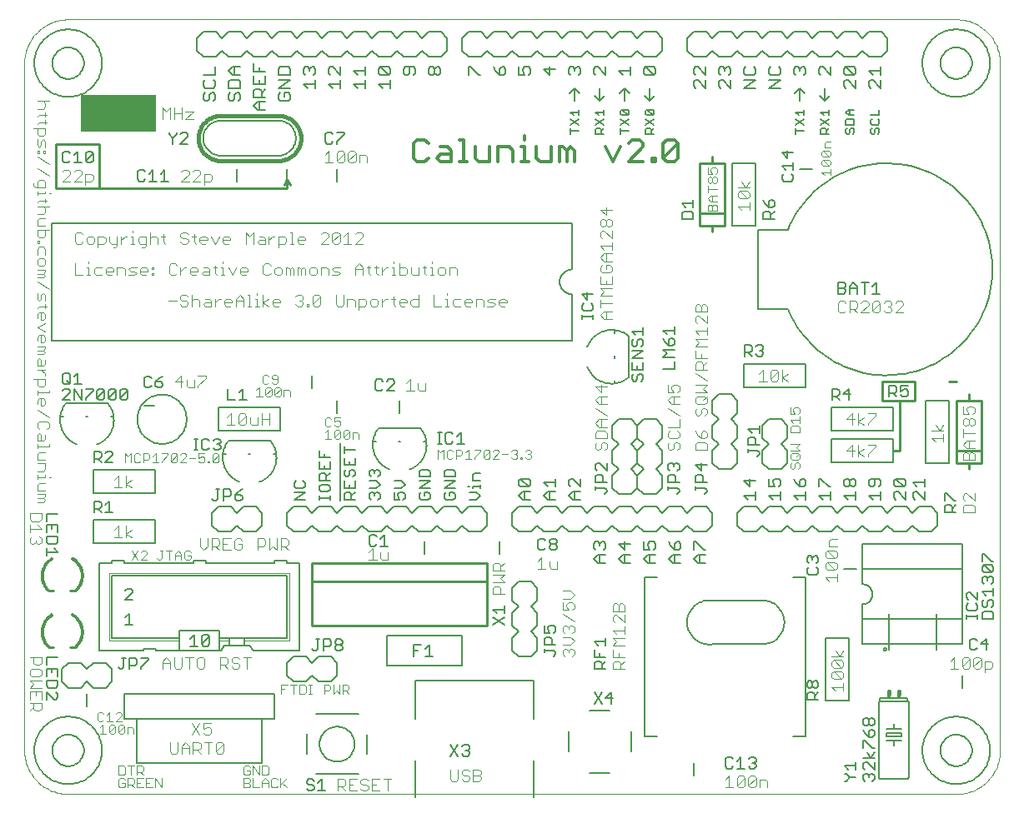
<source format=gto>
G75*
G70*
%OFA0B0*%
%FSLAX24Y24*%
%IPPOS*%
%LPD*%
%AMOC8*
5,1,8,0,0,1.08239X$1,22.5*
%
%ADD10C,0.0000*%
%ADD11C,0.0040*%
%ADD12C,0.0030*%
%ADD13C,0.0120*%
%ADD14C,0.0100*%
%ADD15C,0.0080*%
%ADD16C,0.0060*%
%ADD17R,0.3000X0.1500*%
%ADD18C,0.0050*%
%ADD19C,0.0010*%
%ADD20C,0.0160*%
%ADD21R,0.0160X0.0230*%
%ADD22C,0.0020*%
D10*
X002430Y001811D02*
X037930Y001811D01*
X038013Y001813D01*
X038096Y001819D01*
X038179Y001829D01*
X038261Y001843D01*
X038343Y001860D01*
X038423Y001882D01*
X038502Y001907D01*
X038580Y001936D01*
X038657Y001969D01*
X038732Y002006D01*
X038805Y002045D01*
X038876Y002089D01*
X038945Y002135D01*
X039012Y002185D01*
X039076Y002238D01*
X039138Y002294D01*
X039197Y002353D01*
X039253Y002415D01*
X039306Y002479D01*
X039356Y002546D01*
X039402Y002615D01*
X039446Y002686D01*
X039485Y002759D01*
X039522Y002834D01*
X039555Y002911D01*
X039584Y002989D01*
X039609Y003068D01*
X039631Y003148D01*
X039648Y003230D01*
X039662Y003312D01*
X039672Y003395D01*
X039678Y003478D01*
X039680Y003561D01*
X039680Y031061D01*
X039678Y031144D01*
X039672Y031227D01*
X039662Y031310D01*
X039648Y031392D01*
X039631Y031474D01*
X039609Y031554D01*
X039584Y031633D01*
X039555Y031711D01*
X039522Y031788D01*
X039485Y031863D01*
X039446Y031936D01*
X039402Y032007D01*
X039356Y032076D01*
X039306Y032143D01*
X039253Y032207D01*
X039197Y032269D01*
X039138Y032328D01*
X039076Y032384D01*
X039012Y032437D01*
X038945Y032487D01*
X038876Y032533D01*
X038805Y032577D01*
X038732Y032616D01*
X038657Y032653D01*
X038580Y032686D01*
X038502Y032715D01*
X038423Y032740D01*
X038343Y032762D01*
X038261Y032779D01*
X038179Y032793D01*
X038096Y032803D01*
X038013Y032809D01*
X037930Y032811D01*
X002430Y032811D01*
X002347Y032809D01*
X002264Y032803D01*
X002181Y032793D01*
X002099Y032779D01*
X002017Y032762D01*
X001937Y032740D01*
X001858Y032715D01*
X001780Y032686D01*
X001703Y032653D01*
X001628Y032616D01*
X001555Y032577D01*
X001484Y032533D01*
X001415Y032487D01*
X001348Y032437D01*
X001284Y032384D01*
X001222Y032328D01*
X001163Y032269D01*
X001107Y032207D01*
X001054Y032143D01*
X001004Y032076D01*
X000958Y032007D01*
X000914Y031936D01*
X000875Y031863D01*
X000838Y031788D01*
X000805Y031711D01*
X000776Y031633D01*
X000751Y031554D01*
X000729Y031474D01*
X000712Y031392D01*
X000698Y031310D01*
X000688Y031227D01*
X000682Y031144D01*
X000680Y031061D01*
X000680Y003561D01*
X000682Y003478D01*
X000688Y003395D01*
X000698Y003312D01*
X000712Y003230D01*
X000729Y003148D01*
X000751Y003068D01*
X000776Y002989D01*
X000805Y002911D01*
X000838Y002834D01*
X000875Y002759D01*
X000914Y002686D01*
X000958Y002615D01*
X001004Y002546D01*
X001054Y002479D01*
X001107Y002415D01*
X001163Y002353D01*
X001222Y002294D01*
X001284Y002238D01*
X001348Y002185D01*
X001415Y002135D01*
X001484Y002089D01*
X001555Y002045D01*
X001628Y002006D01*
X001703Y001969D01*
X001780Y001936D01*
X001858Y001907D01*
X001937Y001882D01*
X002017Y001860D01*
X002099Y001843D01*
X002181Y001829D01*
X002264Y001819D01*
X002347Y001813D01*
X002430Y001811D01*
D11*
X003660Y004731D02*
X003600Y004791D01*
X003600Y005032D01*
X003660Y005092D01*
X003780Y005092D01*
X003840Y005032D01*
X003968Y004971D02*
X004088Y005092D01*
X004088Y004731D01*
X003968Y004731D02*
X004209Y004731D01*
X004337Y004731D02*
X004577Y004971D01*
X004577Y005032D01*
X004517Y005092D01*
X004397Y005092D01*
X004337Y005032D01*
X004337Y004731D02*
X004577Y004731D01*
X003840Y004791D02*
X003780Y004731D01*
X003660Y004731D01*
X001360Y005219D02*
X001284Y005143D01*
X001130Y005143D01*
X001053Y005219D01*
X001053Y005450D01*
X000900Y005450D02*
X001360Y005450D01*
X001360Y005219D01*
X001053Y005296D02*
X000900Y005143D01*
X000900Y005603D02*
X000900Y005910D01*
X001360Y005910D01*
X001360Y005603D01*
X001130Y005757D02*
X001130Y005910D01*
X000900Y006064D02*
X001360Y006064D01*
X001360Y006370D02*
X000900Y006370D01*
X001053Y006217D01*
X000900Y006064D01*
X000977Y006524D02*
X001284Y006524D01*
X001360Y006601D01*
X001360Y006754D01*
X001284Y006831D01*
X000977Y006831D01*
X000900Y006754D01*
X000900Y006601D01*
X000977Y006524D01*
X001130Y006984D02*
X001053Y007061D01*
X001053Y007291D01*
X000900Y007291D02*
X001360Y007291D01*
X001360Y007061D01*
X001284Y006984D01*
X001130Y006984D01*
X006200Y007061D02*
X006507Y007061D01*
X006507Y007138D02*
X006507Y006831D01*
X006660Y006908D02*
X006737Y006831D01*
X006891Y006831D01*
X006967Y006908D01*
X006967Y007292D01*
X007121Y007292D02*
X007428Y007292D01*
X007274Y007292D02*
X007274Y006831D01*
X007581Y006908D02*
X007581Y007215D01*
X007658Y007292D01*
X007811Y007292D01*
X007888Y007215D01*
X007888Y006908D01*
X007811Y006831D01*
X007658Y006831D01*
X007581Y006908D01*
X006660Y006908D02*
X006660Y007292D01*
X006507Y007138D02*
X006353Y007292D01*
X006200Y007138D01*
X006200Y006831D01*
X008502Y006831D02*
X008502Y007292D01*
X008732Y007292D01*
X008809Y007215D01*
X008809Y007061D01*
X008732Y006985D01*
X008502Y006985D01*
X008655Y006985D02*
X008809Y006831D01*
X008962Y006908D02*
X009039Y006831D01*
X009193Y006831D01*
X009269Y006908D01*
X009269Y006985D01*
X009193Y007061D01*
X009039Y007061D01*
X008962Y007138D01*
X008962Y007215D01*
X009039Y007292D01*
X009193Y007292D01*
X009269Y007215D01*
X009423Y007292D02*
X009730Y007292D01*
X009576Y007292D02*
X009576Y006831D01*
X008147Y004642D02*
X007840Y004642D01*
X007840Y004411D01*
X007993Y004488D01*
X008070Y004488D01*
X008147Y004411D01*
X008147Y004258D01*
X008070Y004181D01*
X007916Y004181D01*
X007840Y004258D01*
X007686Y004181D02*
X007379Y004642D01*
X007686Y004642D02*
X007379Y004181D01*
X007419Y003892D02*
X007649Y003892D01*
X007726Y003815D01*
X007726Y003661D01*
X007649Y003585D01*
X007419Y003585D01*
X007572Y003585D02*
X007726Y003431D01*
X008033Y003431D02*
X008033Y003892D01*
X008186Y003892D02*
X007879Y003892D01*
X007419Y003892D02*
X007419Y003431D01*
X007265Y003431D02*
X007265Y003738D01*
X007112Y003892D01*
X006958Y003738D01*
X006958Y003431D01*
X006805Y003508D02*
X006805Y003892D01*
X006958Y003661D02*
X007265Y003661D01*
X006805Y003508D02*
X006728Y003431D01*
X006575Y003431D01*
X006498Y003508D01*
X006498Y003892D01*
X008340Y003815D02*
X008340Y003508D01*
X008647Y003815D01*
X008647Y003508D01*
X008570Y003431D01*
X008416Y003431D01*
X008340Y003508D01*
X008340Y003815D02*
X008416Y003892D01*
X008570Y003892D01*
X008647Y003815D01*
X013200Y002417D02*
X013200Y001956D01*
X013200Y002110D02*
X013430Y002110D01*
X013507Y002186D01*
X013507Y002340D01*
X013430Y002417D01*
X013200Y002417D01*
X013353Y002110D02*
X013507Y001956D01*
X013660Y001956D02*
X013967Y001956D01*
X014121Y002033D02*
X014198Y001956D01*
X014351Y001956D01*
X014428Y002033D01*
X014428Y002110D01*
X014351Y002186D01*
X014198Y002186D01*
X014121Y002263D01*
X014121Y002340D01*
X014198Y002417D01*
X014351Y002417D01*
X014428Y002340D01*
X014581Y002417D02*
X014581Y001956D01*
X014888Y001956D01*
X014735Y002186D02*
X014581Y002186D01*
X014581Y002417D02*
X014888Y002417D01*
X015042Y002417D02*
X015348Y002417D01*
X015195Y002417D02*
X015195Y001956D01*
X013967Y002417D02*
X013660Y002417D01*
X013660Y001956D01*
X013660Y002186D02*
X013814Y002186D01*
X017700Y002408D02*
X017777Y002331D01*
X017930Y002331D01*
X018007Y002408D01*
X018007Y002792D01*
X018160Y002715D02*
X018160Y002638D01*
X018237Y002561D01*
X018391Y002561D01*
X018467Y002485D01*
X018467Y002408D01*
X018391Y002331D01*
X018237Y002331D01*
X018160Y002408D01*
X018160Y002715D02*
X018237Y002792D01*
X018391Y002792D01*
X018467Y002715D01*
X018621Y002792D02*
X018851Y002792D01*
X018928Y002715D01*
X018928Y002638D01*
X018851Y002561D01*
X018621Y002561D01*
X018621Y002331D02*
X018851Y002331D01*
X018928Y002408D01*
X018928Y002485D01*
X018851Y002561D01*
X018621Y002331D02*
X018621Y002792D01*
X017700Y002792D02*
X017700Y002408D01*
X022276Y007331D02*
X022200Y007408D01*
X022200Y007561D01*
X022276Y007638D01*
X022353Y007638D01*
X022430Y007561D01*
X022507Y007638D01*
X022583Y007638D01*
X022660Y007561D01*
X022660Y007408D01*
X022583Y007331D01*
X022430Y007485D02*
X022430Y007561D01*
X022507Y007792D02*
X022200Y007792D01*
X022507Y007792D02*
X022660Y007945D01*
X022507Y008099D01*
X022200Y008099D01*
X022276Y008252D02*
X022200Y008329D01*
X022200Y008482D01*
X022276Y008559D01*
X022353Y008559D01*
X022430Y008482D01*
X022507Y008559D01*
X022583Y008559D01*
X022660Y008482D01*
X022660Y008329D01*
X022583Y008252D01*
X022430Y008406D02*
X022430Y008482D01*
X022660Y008712D02*
X022200Y009019D01*
X022200Y009173D02*
X022430Y009173D01*
X022353Y009326D01*
X022353Y009403D01*
X022430Y009480D01*
X022583Y009480D01*
X022660Y009403D01*
X022660Y009250D01*
X022583Y009173D01*
X022200Y009173D02*
X022200Y009480D01*
X022200Y009633D02*
X022507Y009633D01*
X022660Y009787D01*
X022507Y009940D01*
X022200Y009940D01*
X021967Y010831D02*
X021737Y010831D01*
X021660Y010908D01*
X021660Y011138D01*
X021967Y011138D02*
X021967Y010831D01*
X021507Y010831D02*
X021200Y010831D01*
X021353Y010831D02*
X021353Y011292D01*
X021200Y011138D01*
X019860Y011059D02*
X019707Y010906D01*
X019707Y010982D02*
X019707Y010752D01*
X019860Y010752D02*
X019400Y010752D01*
X019400Y010982D01*
X019476Y011059D01*
X019630Y011059D01*
X019707Y010982D01*
X019860Y010599D02*
X019400Y010599D01*
X019400Y010292D02*
X019860Y010292D01*
X019707Y010445D01*
X019860Y010599D01*
X019630Y010138D02*
X019707Y010061D01*
X019707Y009831D01*
X019860Y009831D02*
X019400Y009831D01*
X019400Y010061D01*
X019476Y010138D01*
X019630Y010138D01*
X015217Y011181D02*
X015217Y011488D01*
X014910Y011488D02*
X014910Y011258D01*
X014987Y011181D01*
X015217Y011181D01*
X014757Y011181D02*
X014450Y011181D01*
X014603Y011181D02*
X014603Y011642D01*
X014450Y011488D01*
X011230Y011581D02*
X011076Y011735D01*
X011153Y011735D02*
X010923Y011735D01*
X010923Y011581D02*
X010923Y012042D01*
X011153Y012042D01*
X011230Y011965D01*
X011230Y011811D01*
X011153Y011735D01*
X010769Y011581D02*
X010769Y012042D01*
X010462Y012042D02*
X010462Y011581D01*
X010616Y011735D01*
X010769Y011581D01*
X010309Y011811D02*
X010232Y011735D01*
X010002Y011735D01*
X010002Y011581D02*
X010002Y012042D01*
X010232Y012042D01*
X010309Y011965D01*
X010309Y011811D01*
X009388Y011811D02*
X009388Y011658D01*
X009311Y011581D01*
X009158Y011581D01*
X009081Y011658D01*
X009081Y011965D01*
X009158Y012042D01*
X009311Y012042D01*
X009388Y011965D01*
X009388Y011811D02*
X009235Y011811D01*
X008928Y011581D02*
X008621Y011581D01*
X008621Y012042D01*
X008928Y012042D01*
X008774Y011811D02*
X008621Y011811D01*
X008467Y011811D02*
X008391Y011735D01*
X008160Y011735D01*
X008007Y011735D02*
X007853Y011581D01*
X007700Y011735D01*
X007700Y012042D01*
X008007Y012042D02*
X008007Y011735D01*
X008160Y011581D02*
X008160Y012042D01*
X008391Y012042D01*
X008467Y011965D01*
X008467Y011811D01*
X008314Y011735D02*
X008467Y011581D01*
X007322Y011482D02*
X007262Y011542D01*
X007142Y011542D01*
X007082Y011482D01*
X007082Y011241D01*
X007142Y011181D01*
X007262Y011181D01*
X007322Y011241D01*
X007322Y011361D01*
X007202Y011361D01*
X006954Y011361D02*
X006713Y011361D01*
X006713Y011421D02*
X006713Y011181D01*
X006713Y011421D02*
X006833Y011542D01*
X006954Y011421D01*
X006954Y011181D01*
X006585Y011542D02*
X006345Y011542D01*
X006465Y011542D02*
X006465Y011181D01*
X006157Y011241D02*
X006157Y011542D01*
X006097Y011542D02*
X006217Y011542D01*
X006157Y011241D02*
X006097Y011181D01*
X006037Y011181D01*
X005977Y011241D01*
X005572Y011181D02*
X005332Y011181D01*
X005572Y011421D01*
X005572Y011482D01*
X005512Y011542D01*
X005392Y011542D01*
X005332Y011482D01*
X005204Y011542D02*
X004963Y011181D01*
X005204Y011181D02*
X004963Y011542D01*
X004969Y012081D02*
X004738Y012235D01*
X004969Y012388D01*
X004738Y012542D02*
X004738Y012081D01*
X004585Y012081D02*
X004278Y012081D01*
X004431Y012081D02*
X004431Y012542D01*
X004278Y012388D01*
X004278Y014081D02*
X004585Y014081D01*
X004738Y014081D02*
X004738Y014542D01*
X004969Y014388D02*
X004738Y014235D01*
X004969Y014081D01*
X004431Y014081D02*
X004431Y014542D01*
X004278Y014388D01*
X001737Y014502D02*
X001660Y014502D01*
X001507Y014502D02*
X001200Y014502D01*
X001200Y014579D02*
X001200Y014425D01*
X001277Y014272D02*
X001200Y014195D01*
X001200Y013965D01*
X001507Y013965D01*
X001507Y013811D02*
X001507Y013734D01*
X001430Y013658D01*
X001507Y013581D01*
X001430Y013504D01*
X001200Y013504D01*
X001200Y013658D02*
X001430Y013658D01*
X001507Y013811D02*
X001200Y013811D01*
X001277Y014272D02*
X001507Y014272D01*
X001507Y014502D02*
X001507Y014579D01*
X001430Y014732D02*
X001200Y014732D01*
X001430Y014732D02*
X001507Y014809D01*
X001507Y015039D01*
X001200Y015039D01*
X001200Y015192D02*
X001507Y015192D01*
X001200Y015192D02*
X001200Y015423D01*
X001277Y015499D01*
X001507Y015499D01*
X001660Y015729D02*
X001660Y015806D01*
X001660Y015729D02*
X001200Y015729D01*
X001200Y015653D02*
X001200Y015806D01*
X001200Y015960D02*
X001200Y016190D01*
X001277Y016267D01*
X001353Y016190D01*
X001353Y015960D01*
X001430Y015960D02*
X001200Y015960D01*
X001430Y015960D02*
X001507Y016036D01*
X001507Y016190D01*
X001584Y016420D02*
X001660Y016497D01*
X001660Y016650D01*
X001584Y016727D01*
X001277Y016727D01*
X001200Y016650D01*
X001200Y016497D01*
X001277Y016420D01*
X001660Y016880D02*
X001200Y017187D01*
X001353Y017341D02*
X001353Y017648D01*
X001277Y017648D02*
X001430Y017648D01*
X001507Y017571D01*
X001507Y017418D01*
X001430Y017341D01*
X001353Y017341D01*
X001200Y017418D02*
X001200Y017571D01*
X001277Y017648D01*
X001200Y017801D02*
X001200Y017955D01*
X001200Y017878D02*
X001660Y017878D01*
X001660Y017955D01*
X001430Y018108D02*
X001277Y018108D01*
X001200Y018185D01*
X001200Y018415D01*
X001047Y018415D02*
X001507Y018415D01*
X001507Y018185D01*
X001430Y018108D01*
X001507Y018569D02*
X001507Y018645D01*
X001353Y018799D01*
X001200Y018799D02*
X001507Y018799D01*
X001430Y018952D02*
X001200Y018952D01*
X001200Y019182D01*
X001277Y019259D01*
X001353Y019182D01*
X001353Y018952D01*
X001430Y018952D02*
X001507Y019029D01*
X001507Y019182D01*
X001430Y019413D02*
X001200Y019413D01*
X001200Y019566D02*
X001430Y019566D01*
X001507Y019489D01*
X001430Y019413D01*
X001430Y019566D02*
X001507Y019643D01*
X001507Y019720D01*
X001200Y019720D01*
X001353Y019873D02*
X001353Y020180D01*
X001277Y020180D02*
X001430Y020180D01*
X001507Y020103D01*
X001507Y019950D01*
X001430Y019873D01*
X001353Y019873D01*
X001200Y019950D02*
X001200Y020103D01*
X001277Y020180D01*
X001507Y020333D02*
X001200Y020487D01*
X001507Y020640D01*
X001430Y020794D02*
X001353Y020794D01*
X001353Y021101D01*
X001277Y021101D02*
X001430Y021101D01*
X001507Y021024D01*
X001507Y020871D01*
X001430Y020794D01*
X001200Y020871D02*
X001200Y021024D01*
X001277Y021101D01*
X001200Y021254D02*
X001277Y021331D01*
X001584Y021331D01*
X001507Y021408D02*
X001507Y021254D01*
X001507Y021561D02*
X001507Y021791D01*
X001430Y021868D01*
X001353Y021791D01*
X001353Y021638D01*
X001277Y021561D01*
X001200Y021638D01*
X001200Y021868D01*
X001200Y022328D02*
X001660Y022022D01*
X001430Y022482D02*
X001200Y022482D01*
X001200Y022635D02*
X001430Y022635D01*
X001507Y022559D01*
X001430Y022482D01*
X001430Y022635D02*
X001507Y022712D01*
X001507Y022789D01*
X001200Y022789D01*
X001277Y022942D02*
X001200Y023019D01*
X001200Y023173D01*
X001277Y023249D01*
X001430Y023249D01*
X001507Y023173D01*
X001507Y023019D01*
X001430Y022942D01*
X001277Y022942D01*
X001200Y023403D02*
X001200Y023633D01*
X001277Y023710D01*
X001430Y023710D01*
X001507Y023633D01*
X001507Y023403D01*
X001277Y023863D02*
X001200Y023863D01*
X001200Y023940D01*
X001277Y023940D01*
X001277Y023863D01*
X001277Y024093D02*
X001430Y024093D01*
X001507Y024170D01*
X001507Y024400D01*
X001660Y024400D02*
X001200Y024400D01*
X001200Y024170D01*
X001277Y024093D01*
X001200Y024554D02*
X001507Y024554D01*
X001507Y024861D02*
X001277Y024861D01*
X001200Y024784D01*
X001200Y024554D01*
X001200Y025014D02*
X001430Y025014D01*
X001507Y025091D01*
X001507Y025244D01*
X001430Y025321D01*
X001507Y025474D02*
X001507Y025628D01*
X001584Y025551D02*
X001277Y025551D01*
X001200Y025474D01*
X001200Y025321D02*
X001660Y025321D01*
X001660Y025858D02*
X001737Y025858D01*
X001507Y025858D02*
X001200Y025858D01*
X001200Y025935D02*
X001200Y025781D01*
X001200Y026088D02*
X001200Y026319D01*
X001277Y026395D01*
X001430Y026395D01*
X001507Y026319D01*
X001507Y026088D01*
X001123Y026088D01*
X001047Y026165D01*
X001047Y026242D01*
X001507Y025935D02*
X001507Y025858D01*
X001660Y026549D02*
X001200Y026856D01*
X001200Y027316D02*
X001660Y027009D01*
X002200Y026715D02*
X002277Y026792D01*
X002430Y026792D01*
X002507Y026715D01*
X002507Y026638D01*
X002200Y026331D01*
X002507Y026331D01*
X002660Y026331D02*
X002967Y026638D01*
X002967Y026715D01*
X002891Y026792D01*
X002737Y026792D01*
X002660Y026715D01*
X002660Y026331D02*
X002967Y026331D01*
X003121Y026331D02*
X003351Y026331D01*
X003428Y026408D01*
X003428Y026561D01*
X003351Y026638D01*
X003121Y026638D01*
X003121Y026178D01*
X001507Y027469D02*
X001430Y027469D01*
X001430Y027546D01*
X001507Y027546D01*
X001507Y027469D01*
X001277Y027469D02*
X001200Y027469D01*
X001200Y027546D01*
X001277Y027546D01*
X001277Y027469D01*
X001277Y027700D02*
X001353Y027776D01*
X001353Y027930D01*
X001430Y028007D01*
X001507Y027930D01*
X001507Y027700D01*
X001277Y027700D02*
X001200Y027776D01*
X001200Y028007D01*
X001277Y028160D02*
X001200Y028237D01*
X001200Y028467D01*
X001047Y028467D02*
X001507Y028467D01*
X001507Y028237D01*
X001430Y028160D01*
X001277Y028160D01*
X001200Y028620D02*
X001277Y028697D01*
X001584Y028697D01*
X001507Y028774D02*
X001507Y028620D01*
X001507Y028927D02*
X001507Y029081D01*
X001584Y029004D02*
X001277Y029004D01*
X001200Y028927D01*
X001200Y029234D02*
X001430Y029234D01*
X001507Y029311D01*
X001507Y029465D01*
X001430Y029541D01*
X001660Y029541D02*
X001200Y029541D01*
X006200Y029292D02*
X006200Y028831D01*
X006507Y028831D02*
X006507Y029292D01*
X006353Y029138D01*
X006200Y029292D01*
X006660Y029292D02*
X006660Y028831D01*
X006660Y029061D02*
X006967Y029061D01*
X007121Y029138D02*
X007428Y029138D01*
X007121Y028831D01*
X007428Y028831D01*
X006967Y028831D02*
X006967Y029292D01*
X007027Y026792D02*
X006950Y026715D01*
X007027Y026792D02*
X007180Y026792D01*
X007257Y026715D01*
X007257Y026638D01*
X006950Y026331D01*
X007257Y026331D01*
X007410Y026331D02*
X007717Y026638D01*
X007717Y026715D01*
X007641Y026792D01*
X007487Y026792D01*
X007410Y026715D01*
X007410Y026331D02*
X007717Y026331D01*
X007871Y026331D02*
X008101Y026331D01*
X008178Y026408D01*
X008178Y026561D01*
X008101Y026638D01*
X007871Y026638D01*
X007871Y026178D01*
X007457Y024215D02*
X007457Y023908D01*
X007534Y023831D01*
X007688Y023908D02*
X007688Y024061D01*
X007764Y024138D01*
X007918Y024138D01*
X007995Y024061D01*
X007995Y023985D01*
X007688Y023985D01*
X007688Y023908D02*
X007764Y023831D01*
X007918Y023831D01*
X008301Y023831D02*
X008455Y024138D01*
X008608Y024061D02*
X008685Y024138D01*
X008839Y024138D01*
X008915Y024061D01*
X008915Y023985D01*
X008608Y023985D01*
X008608Y024061D02*
X008608Y023908D01*
X008685Y023831D01*
X008839Y023831D01*
X008301Y023831D02*
X008148Y024138D01*
X007534Y024138D02*
X007381Y024138D01*
X007227Y024215D02*
X007150Y024292D01*
X006997Y024292D01*
X006920Y024215D01*
X006920Y024138D01*
X006997Y024061D01*
X007150Y024061D01*
X007227Y023985D01*
X007227Y023908D01*
X007150Y023831D01*
X006997Y023831D01*
X006920Y023908D01*
X006306Y023831D02*
X006230Y023908D01*
X006230Y024215D01*
X006153Y024138D02*
X006306Y024138D01*
X005999Y024061D02*
X005999Y023831D01*
X005999Y024061D02*
X005923Y024138D01*
X005769Y024138D01*
X005693Y024061D01*
X005539Y024138D02*
X005539Y023755D01*
X005462Y023678D01*
X005386Y023678D01*
X005309Y023831D02*
X005232Y023908D01*
X005232Y024061D01*
X005309Y024138D01*
X005539Y024138D01*
X005693Y024292D02*
X005693Y023831D01*
X005539Y023831D02*
X005309Y023831D01*
X005079Y023831D02*
X004925Y023831D01*
X005002Y023831D02*
X005002Y024138D01*
X004925Y024138D01*
X004772Y024138D02*
X004695Y024138D01*
X004542Y023985D01*
X004542Y024138D02*
X004542Y023831D01*
X004388Y023831D02*
X004158Y023831D01*
X004081Y023908D01*
X004081Y024138D01*
X003928Y024061D02*
X003928Y023908D01*
X003851Y023831D01*
X003621Y023831D01*
X003621Y023678D02*
X003621Y024138D01*
X003851Y024138D01*
X003928Y024061D01*
X003467Y024061D02*
X003391Y024138D01*
X003237Y024138D01*
X003160Y024061D01*
X003160Y023908D01*
X003237Y023831D01*
X003391Y023831D01*
X003467Y023908D01*
X003467Y024061D01*
X003007Y023908D02*
X002930Y023831D01*
X002777Y023831D01*
X002700Y023908D01*
X002700Y024215D01*
X002777Y024292D01*
X002930Y024292D01*
X003007Y024215D01*
X003237Y023118D02*
X003237Y023042D01*
X003237Y022888D02*
X003237Y022581D01*
X003160Y022581D02*
X003314Y022581D01*
X003467Y022658D02*
X003544Y022581D01*
X003774Y022581D01*
X003928Y022658D02*
X003928Y022811D01*
X004004Y022888D01*
X004158Y022888D01*
X004235Y022811D01*
X004235Y022735D01*
X003928Y022735D01*
X003928Y022658D02*
X004004Y022581D01*
X004158Y022581D01*
X004388Y022581D02*
X004388Y022888D01*
X004618Y022888D01*
X004695Y022811D01*
X004695Y022581D01*
X004848Y022581D02*
X005079Y022581D01*
X005155Y022658D01*
X005079Y022735D01*
X004925Y022735D01*
X004848Y022811D01*
X004925Y022888D01*
X005155Y022888D01*
X005309Y022811D02*
X005309Y022658D01*
X005386Y022581D01*
X005539Y022581D01*
X005616Y022735D02*
X005309Y022735D01*
X005309Y022811D02*
X005386Y022888D01*
X005539Y022888D01*
X005616Y022811D01*
X005616Y022735D01*
X005769Y022811D02*
X005769Y022888D01*
X005846Y022888D01*
X005846Y022811D01*
X005769Y022811D01*
X005769Y022658D02*
X005769Y022581D01*
X005846Y022581D01*
X005846Y022658D01*
X005769Y022658D01*
X006460Y022658D02*
X006460Y022965D01*
X006537Y023042D01*
X006690Y023042D01*
X006767Y022965D01*
X006920Y022888D02*
X006920Y022581D01*
X006920Y022735D02*
X007074Y022888D01*
X007150Y022888D01*
X007304Y022811D02*
X007304Y022658D01*
X007381Y022581D01*
X007534Y022581D01*
X007611Y022735D02*
X007304Y022735D01*
X007304Y022811D02*
X007381Y022888D01*
X007534Y022888D01*
X007611Y022811D01*
X007611Y022735D01*
X007764Y022658D02*
X007841Y022735D01*
X008071Y022735D01*
X008071Y022811D02*
X008071Y022581D01*
X007841Y022581D01*
X007764Y022658D01*
X007841Y022888D02*
X007995Y022888D01*
X008071Y022811D01*
X008225Y022888D02*
X008378Y022888D01*
X008301Y022965D02*
X008301Y022658D01*
X008378Y022581D01*
X008532Y022581D02*
X008685Y022581D01*
X008608Y022581D02*
X008608Y022888D01*
X008532Y022888D01*
X008608Y023042D02*
X008608Y023118D01*
X008839Y022888D02*
X008992Y022581D01*
X009145Y022888D01*
X009299Y022811D02*
X009299Y022658D01*
X009376Y022581D01*
X009529Y022581D01*
X009606Y022735D02*
X009299Y022735D01*
X009299Y022811D02*
X009376Y022888D01*
X009529Y022888D01*
X009606Y022811D01*
X009606Y022735D01*
X010220Y022658D02*
X010296Y022581D01*
X010450Y022581D01*
X010527Y022658D01*
X010680Y022658D02*
X010757Y022581D01*
X010910Y022581D01*
X010987Y022658D01*
X010987Y022811D01*
X010910Y022888D01*
X010757Y022888D01*
X010680Y022811D01*
X010680Y022658D01*
X010527Y022965D02*
X010450Y023042D01*
X010296Y023042D01*
X010220Y022965D01*
X010220Y022658D01*
X009980Y021868D02*
X009980Y021792D01*
X009980Y021638D02*
X009980Y021331D01*
X010056Y021331D02*
X009903Y021331D01*
X009749Y021331D02*
X009596Y021331D01*
X009673Y021331D02*
X009673Y021792D01*
X009596Y021792D01*
X009443Y021638D02*
X009443Y021331D01*
X009443Y021561D02*
X009136Y021561D01*
X009136Y021638D02*
X009289Y021792D01*
X009443Y021638D01*
X009136Y021638D02*
X009136Y021331D01*
X008982Y021485D02*
X008675Y021485D01*
X008675Y021561D02*
X008752Y021638D01*
X008905Y021638D01*
X008982Y021561D01*
X008982Y021485D01*
X008905Y021331D02*
X008752Y021331D01*
X008675Y021408D01*
X008675Y021561D01*
X008522Y021638D02*
X008445Y021638D01*
X008292Y021485D01*
X008292Y021638D02*
X008292Y021331D01*
X008138Y021331D02*
X007908Y021331D01*
X007831Y021408D01*
X007908Y021485D01*
X008138Y021485D01*
X008138Y021561D02*
X008138Y021331D01*
X008138Y021561D02*
X008061Y021638D01*
X007908Y021638D01*
X007678Y021561D02*
X007678Y021331D01*
X007678Y021561D02*
X007601Y021638D01*
X007448Y021638D01*
X007371Y021561D01*
X007217Y021485D02*
X007217Y021408D01*
X007141Y021331D01*
X006987Y021331D01*
X006910Y021408D01*
X006987Y021561D02*
X007141Y021561D01*
X007217Y021485D01*
X007371Y021331D02*
X007371Y021792D01*
X007217Y021715D02*
X007141Y021792D01*
X006987Y021792D01*
X006910Y021715D01*
X006910Y021638D01*
X006987Y021561D01*
X006757Y021561D02*
X006450Y021561D01*
X006537Y022581D02*
X006460Y022658D01*
X006537Y022581D02*
X006690Y022581D01*
X006767Y022658D01*
X005002Y024292D02*
X005002Y024368D01*
X004388Y024138D02*
X004388Y023755D01*
X004311Y023678D01*
X004235Y023678D01*
X003774Y022888D02*
X003544Y022888D01*
X003467Y022811D01*
X003467Y022658D01*
X003237Y022888D02*
X003160Y022888D01*
X003007Y022581D02*
X002700Y022581D01*
X002700Y023042D01*
X006930Y018542D02*
X006700Y018311D01*
X007007Y018311D01*
X007160Y018388D02*
X007160Y018158D01*
X007237Y018081D01*
X007467Y018081D01*
X007467Y018388D01*
X007621Y018542D02*
X007928Y018542D01*
X007928Y018465D01*
X007621Y018158D01*
X007621Y018081D01*
X006930Y018081D02*
X006930Y018542D01*
X008779Y016888D02*
X008933Y017042D01*
X008933Y016581D01*
X009086Y016581D02*
X008779Y016581D01*
X009240Y016658D02*
X009240Y016965D01*
X009316Y017042D01*
X009470Y017042D01*
X009547Y016965D01*
X009240Y016658D01*
X009316Y016581D01*
X009470Y016581D01*
X009547Y016658D01*
X009547Y016965D01*
X009700Y016888D02*
X009700Y016658D01*
X009777Y016581D01*
X010007Y016581D01*
X010007Y016888D01*
X010160Y016811D02*
X010467Y016811D01*
X010467Y016581D02*
X010467Y017042D01*
X010160Y017042D02*
X010160Y016581D01*
X010260Y018231D02*
X010380Y018231D01*
X010440Y018291D01*
X010568Y018291D02*
X010628Y018231D01*
X010748Y018231D01*
X010809Y018291D01*
X010809Y018532D01*
X010748Y018592D01*
X010628Y018592D01*
X010568Y018532D01*
X010568Y018471D01*
X010628Y018411D01*
X010809Y018411D01*
X010440Y018532D02*
X010380Y018592D01*
X010260Y018592D01*
X010200Y018532D01*
X010200Y018291D01*
X010260Y018231D01*
X012700Y016832D02*
X012700Y016591D01*
X012760Y016531D01*
X012880Y016531D01*
X012940Y016591D01*
X013068Y016591D02*
X013128Y016531D01*
X013248Y016531D01*
X013309Y016591D01*
X013309Y016711D01*
X013248Y016771D01*
X013188Y016771D01*
X013068Y016711D01*
X013068Y016892D01*
X013309Y016892D01*
X012940Y016832D02*
X012880Y016892D01*
X012760Y016892D01*
X012700Y016832D01*
X015950Y017956D02*
X016257Y017956D01*
X016103Y017956D02*
X016103Y018417D01*
X015950Y018263D01*
X016410Y018263D02*
X016410Y018033D01*
X016487Y017956D01*
X016717Y017956D01*
X016717Y018263D01*
X016425Y021331D02*
X016195Y021331D01*
X016118Y021408D01*
X016118Y021561D01*
X016195Y021638D01*
X016425Y021638D01*
X016425Y021792D02*
X016425Y021331D01*
X015965Y021485D02*
X015658Y021485D01*
X015658Y021561D02*
X015735Y021638D01*
X015888Y021638D01*
X015965Y021561D01*
X015965Y021485D01*
X015888Y021331D02*
X015735Y021331D01*
X015658Y021408D01*
X015658Y021561D01*
X015504Y021638D02*
X015351Y021638D01*
X015428Y021715D02*
X015428Y021408D01*
X015504Y021331D01*
X015197Y021638D02*
X015121Y021638D01*
X014967Y021485D01*
X014967Y021638D02*
X014967Y021331D01*
X014814Y021408D02*
X014814Y021561D01*
X014737Y021638D01*
X014584Y021638D01*
X014507Y021561D01*
X014507Y021408D01*
X014584Y021331D01*
X014737Y021331D01*
X014814Y021408D01*
X014353Y021408D02*
X014353Y021561D01*
X014277Y021638D01*
X014046Y021638D01*
X014046Y021178D01*
X014046Y021331D02*
X014277Y021331D01*
X014353Y021408D01*
X013893Y021331D02*
X013893Y021561D01*
X013816Y021638D01*
X013586Y021638D01*
X013586Y021331D01*
X013433Y021408D02*
X013433Y021792D01*
X013126Y021792D02*
X013126Y021408D01*
X013202Y021331D01*
X013356Y021331D01*
X013433Y021408D01*
X012512Y021408D02*
X012435Y021331D01*
X012282Y021331D01*
X012205Y021408D01*
X012512Y021715D01*
X012512Y021408D01*
X012512Y021715D02*
X012435Y021792D01*
X012282Y021792D01*
X012205Y021715D01*
X012205Y021408D01*
X012051Y021408D02*
X012051Y021331D01*
X011975Y021331D01*
X011975Y021408D01*
X012051Y021408D01*
X011821Y021408D02*
X011745Y021331D01*
X011591Y021331D01*
X011514Y021408D01*
X011668Y021561D02*
X011745Y021561D01*
X011821Y021485D01*
X011821Y021408D01*
X011745Y021561D02*
X011821Y021638D01*
X011821Y021715D01*
X011745Y021792D01*
X011591Y021792D01*
X011514Y021715D01*
X010900Y021561D02*
X010900Y021485D01*
X010594Y021485D01*
X010594Y021561D02*
X010670Y021638D01*
X010824Y021638D01*
X010900Y021561D01*
X010824Y021331D02*
X010670Y021331D01*
X010594Y021408D01*
X010594Y021561D01*
X010440Y021638D02*
X010210Y021485D01*
X010440Y021331D01*
X010210Y021331D02*
X010210Y021792D01*
X009980Y021638D02*
X009903Y021638D01*
X011141Y022581D02*
X011141Y022888D01*
X011217Y022888D01*
X011294Y022811D01*
X011371Y022888D01*
X011447Y022811D01*
X011447Y022581D01*
X011294Y022581D02*
X011294Y022811D01*
X011601Y022888D02*
X011601Y022581D01*
X011754Y022581D02*
X011754Y022811D01*
X011831Y022888D01*
X011908Y022811D01*
X011908Y022581D01*
X012061Y022658D02*
X012138Y022581D01*
X012292Y022581D01*
X012368Y022658D01*
X012368Y022811D01*
X012292Y022888D01*
X012138Y022888D01*
X012061Y022811D01*
X012061Y022658D01*
X011754Y022811D02*
X011678Y022888D01*
X011601Y022888D01*
X012522Y022888D02*
X012522Y022581D01*
X012829Y022581D02*
X012829Y022811D01*
X012752Y022888D01*
X012522Y022888D01*
X012982Y022811D02*
X013059Y022735D01*
X013212Y022735D01*
X013289Y022658D01*
X013212Y022581D01*
X012982Y022581D01*
X012982Y022811D02*
X013059Y022888D01*
X013289Y022888D01*
X013903Y022888D02*
X013903Y022581D01*
X013903Y022811D02*
X014210Y022811D01*
X014210Y022888D02*
X014210Y022581D01*
X014440Y022658D02*
X014517Y022581D01*
X014440Y022658D02*
X014440Y022965D01*
X014363Y022888D02*
X014517Y022888D01*
X014670Y022888D02*
X014824Y022888D01*
X014747Y022965D02*
X014747Y022658D01*
X014824Y022581D01*
X014977Y022581D02*
X014977Y022888D01*
X014977Y022735D02*
X015131Y022888D01*
X015207Y022888D01*
X015361Y022888D02*
X015438Y022888D01*
X015438Y022581D01*
X015514Y022581D02*
X015361Y022581D01*
X015668Y022581D02*
X015898Y022581D01*
X015975Y022658D01*
X015975Y022811D01*
X015898Y022888D01*
X015668Y022888D01*
X015668Y023042D02*
X015668Y022581D01*
X016128Y022658D02*
X016128Y022888D01*
X016128Y022658D02*
X016205Y022581D01*
X016435Y022581D01*
X016435Y022888D01*
X016589Y022888D02*
X016742Y022888D01*
X016665Y022965D02*
X016665Y022658D01*
X016742Y022581D01*
X016895Y022581D02*
X017049Y022581D01*
X016972Y022581D02*
X016972Y022888D01*
X016895Y022888D01*
X016972Y023042D02*
X016972Y023118D01*
X017202Y022811D02*
X017202Y022658D01*
X017279Y022581D01*
X017433Y022581D01*
X017509Y022658D01*
X017509Y022811D01*
X017433Y022888D01*
X017279Y022888D01*
X017202Y022811D01*
X017663Y022888D02*
X017663Y022581D01*
X017970Y022581D02*
X017970Y022811D01*
X017893Y022888D01*
X017663Y022888D01*
X017576Y021868D02*
X017576Y021792D01*
X017576Y021638D02*
X017576Y021331D01*
X017499Y021331D02*
X017653Y021331D01*
X017806Y021408D02*
X017806Y021561D01*
X017883Y021638D01*
X018113Y021638D01*
X018267Y021561D02*
X018267Y021408D01*
X018343Y021331D01*
X018497Y021331D01*
X018574Y021485D02*
X018267Y021485D01*
X018267Y021561D02*
X018343Y021638D01*
X018497Y021638D01*
X018574Y021561D01*
X018574Y021485D01*
X018727Y021638D02*
X018727Y021331D01*
X019034Y021331D02*
X019034Y021561D01*
X018957Y021638D01*
X018727Y021638D01*
X019188Y021561D02*
X019264Y021638D01*
X019494Y021638D01*
X019418Y021485D02*
X019264Y021485D01*
X019188Y021561D01*
X019188Y021331D02*
X019418Y021331D01*
X019494Y021408D01*
X019418Y021485D01*
X019648Y021485D02*
X019955Y021485D01*
X019955Y021561D01*
X019878Y021638D01*
X019725Y021638D01*
X019648Y021561D01*
X019648Y021408D01*
X019725Y021331D01*
X019878Y021331D01*
X018113Y021331D02*
X017883Y021331D01*
X017806Y021408D01*
X017576Y021638D02*
X017499Y021638D01*
X017346Y021331D02*
X017039Y021331D01*
X017039Y021792D01*
X015438Y023042D02*
X015438Y023118D01*
X014210Y022888D02*
X014056Y023042D01*
X013903Y022888D01*
X013903Y023831D02*
X014210Y024138D01*
X014210Y024215D01*
X014133Y024292D01*
X013980Y024292D01*
X013903Y024215D01*
X013596Y024292D02*
X013596Y023831D01*
X013749Y023831D02*
X013442Y023831D01*
X013289Y023908D02*
X013289Y024215D01*
X012982Y023908D01*
X013059Y023831D01*
X013212Y023831D01*
X013289Y023908D01*
X013442Y024138D02*
X013596Y024292D01*
X013289Y024215D02*
X013212Y024292D01*
X013059Y024292D01*
X012982Y024215D01*
X012982Y023908D01*
X012829Y023831D02*
X012522Y023831D01*
X012829Y024138D01*
X012829Y024215D01*
X012752Y024292D01*
X012598Y024292D01*
X012522Y024215D01*
X011908Y024061D02*
X011908Y023985D01*
X011601Y023985D01*
X011601Y024061D02*
X011678Y024138D01*
X011831Y024138D01*
X011908Y024061D01*
X011831Y023831D02*
X011678Y023831D01*
X011601Y023908D01*
X011601Y024061D01*
X011447Y023831D02*
X011294Y023831D01*
X011371Y023831D02*
X011371Y024292D01*
X011294Y024292D01*
X011064Y024138D02*
X011141Y024061D01*
X011141Y023908D01*
X011064Y023831D01*
X010834Y023831D01*
X010834Y023678D02*
X010834Y024138D01*
X011064Y024138D01*
X010680Y024138D02*
X010603Y024138D01*
X010450Y023985D01*
X010450Y024138D02*
X010450Y023831D01*
X010296Y023831D02*
X010066Y023831D01*
X009990Y023908D01*
X010066Y023985D01*
X010296Y023985D01*
X010296Y024061D02*
X010296Y023831D01*
X010296Y024061D02*
X010220Y024138D01*
X010066Y024138D01*
X009836Y024292D02*
X009836Y023831D01*
X009529Y023831D02*
X009529Y024292D01*
X009683Y024138D01*
X009836Y024292D01*
X012700Y027081D02*
X013007Y027081D01*
X012853Y027081D02*
X012853Y027542D01*
X012700Y027388D01*
X013160Y027465D02*
X013237Y027542D01*
X013391Y027542D01*
X013467Y027465D01*
X013160Y027158D01*
X013237Y027081D01*
X013391Y027081D01*
X013467Y027158D01*
X013467Y027465D01*
X013621Y027465D02*
X013698Y027542D01*
X013851Y027542D01*
X013928Y027465D01*
X013621Y027158D01*
X013698Y027081D01*
X013851Y027081D01*
X013928Y027158D01*
X013928Y027465D01*
X014081Y027388D02*
X014311Y027388D01*
X014388Y027311D01*
X014388Y027081D01*
X014081Y027081D02*
X014081Y027388D01*
X013621Y027465D02*
X013621Y027158D01*
X013160Y027158D02*
X013160Y027465D01*
X013903Y023831D02*
X014210Y023831D01*
X023700Y023747D02*
X024160Y023747D01*
X024160Y023594D02*
X024160Y023901D01*
X024160Y024054D02*
X023853Y024361D01*
X023776Y024361D01*
X023700Y024284D01*
X023700Y024131D01*
X023776Y024054D01*
X023700Y023747D02*
X023853Y023594D01*
X023853Y023440D02*
X023700Y023287D01*
X023853Y023133D01*
X024160Y023133D01*
X024083Y022980D02*
X023930Y022980D01*
X023930Y022826D01*
X024083Y022673D02*
X023776Y022673D01*
X023700Y022750D01*
X023700Y022903D01*
X023776Y022980D01*
X023930Y023133D02*
X023930Y023440D01*
X023853Y023440D02*
X024160Y023440D01*
X024083Y022980D02*
X024160Y022903D01*
X024160Y022750D01*
X024083Y022673D01*
X024160Y022519D02*
X024160Y022212D01*
X023700Y022212D01*
X023700Y022519D01*
X023930Y022366D02*
X023930Y022212D01*
X023700Y022059D02*
X024160Y022059D01*
X024160Y021752D02*
X023700Y021752D01*
X023853Y021906D01*
X023700Y022059D01*
X023700Y021599D02*
X023700Y021292D01*
X023700Y021445D02*
X024160Y021445D01*
X024160Y021138D02*
X023853Y021138D01*
X023700Y020985D01*
X023853Y020831D01*
X024160Y020831D01*
X023930Y020831D02*
X023930Y021138D01*
X024160Y024054D02*
X024160Y024361D01*
X024083Y024514D02*
X024007Y024514D01*
X023930Y024591D01*
X023930Y024745D01*
X024007Y024821D01*
X024083Y024821D01*
X024160Y024745D01*
X024160Y024591D01*
X024083Y024514D01*
X023930Y024591D02*
X023853Y024514D01*
X023776Y024514D01*
X023700Y024591D01*
X023700Y024745D01*
X023776Y024821D01*
X023853Y024821D01*
X023930Y024745D01*
X023930Y024975D02*
X023930Y025282D01*
X024160Y025205D02*
X023700Y025205D01*
X023930Y024975D01*
X027500Y021336D02*
X027576Y021413D01*
X027653Y021413D01*
X027730Y021336D01*
X027730Y021106D01*
X027653Y020953D02*
X027576Y020953D01*
X027500Y020876D01*
X027500Y020722D01*
X027576Y020646D01*
X027653Y020953D02*
X027960Y020646D01*
X027960Y020953D01*
X027960Y021106D02*
X027500Y021106D01*
X027500Y021336D01*
X027730Y021336D02*
X027807Y021413D01*
X027883Y021413D01*
X027960Y021336D01*
X027960Y021106D01*
X027960Y020492D02*
X027960Y020185D01*
X027960Y020032D02*
X027500Y020032D01*
X027653Y019878D01*
X027500Y019725D01*
X027960Y019725D01*
X027730Y019418D02*
X027730Y019264D01*
X027730Y019111D02*
X027807Y019034D01*
X027807Y018804D01*
X027960Y018804D02*
X027500Y018804D01*
X027500Y019034D01*
X027576Y019111D01*
X027730Y019111D01*
X027807Y018957D02*
X027960Y019111D01*
X027960Y019264D02*
X027500Y019264D01*
X027500Y019571D01*
X027653Y020185D02*
X027500Y020339D01*
X027960Y020339D01*
X027500Y018651D02*
X027960Y018344D01*
X027960Y018190D02*
X027500Y018190D01*
X027500Y017883D02*
X027960Y017883D01*
X027807Y018037D01*
X027960Y018190D01*
X027960Y017730D02*
X027807Y017576D01*
X027960Y017500D02*
X027883Y017423D01*
X027576Y017423D01*
X027500Y017500D01*
X027500Y017653D01*
X027576Y017730D01*
X027883Y017730D01*
X027960Y017653D01*
X027960Y017500D01*
X027883Y017269D02*
X027960Y017193D01*
X027960Y017039D01*
X027883Y016962D01*
X027730Y017039D02*
X027730Y017193D01*
X027807Y017269D01*
X027883Y017269D01*
X027730Y017039D02*
X027653Y016962D01*
X027576Y016962D01*
X027500Y017039D01*
X027500Y017193D01*
X027576Y017269D01*
X026860Y017423D02*
X026553Y017423D01*
X026400Y017576D01*
X026553Y017730D01*
X026860Y017730D01*
X026783Y017883D02*
X026860Y017960D01*
X026860Y018113D01*
X026783Y018190D01*
X026630Y018190D01*
X026553Y018113D01*
X026553Y018037D01*
X026630Y017883D01*
X026400Y017883D01*
X026400Y018190D01*
X026630Y017730D02*
X026630Y017423D01*
X026400Y017269D02*
X026860Y016962D01*
X026860Y016809D02*
X026860Y016502D01*
X026400Y016502D01*
X026476Y016349D02*
X026400Y016272D01*
X026400Y016118D01*
X026476Y016042D01*
X026783Y016042D01*
X026860Y016118D01*
X026860Y016272D01*
X026783Y016349D01*
X026783Y015888D02*
X026860Y015811D01*
X026860Y015658D01*
X026783Y015581D01*
X026630Y015658D02*
X026630Y015811D01*
X026707Y015888D01*
X026783Y015888D01*
X026630Y015658D02*
X026553Y015581D01*
X026476Y015581D01*
X026400Y015658D01*
X026400Y015811D01*
X026476Y015888D01*
X027500Y015811D02*
X027500Y015581D01*
X027960Y015581D01*
X027960Y015811D01*
X027883Y015888D01*
X027576Y015888D01*
X027500Y015811D01*
X027730Y016042D02*
X027730Y016272D01*
X027807Y016349D01*
X027883Y016349D01*
X027960Y016272D01*
X027960Y016118D01*
X027883Y016042D01*
X027730Y016042D01*
X027576Y016195D01*
X027500Y016349D01*
X030048Y018331D02*
X030355Y018331D01*
X030201Y018331D02*
X030201Y018792D01*
X030048Y018638D01*
X030508Y018715D02*
X030508Y018408D01*
X030815Y018715D01*
X030815Y018408D01*
X030738Y018331D01*
X030585Y018331D01*
X030508Y018408D01*
X030508Y018715D02*
X030585Y018792D01*
X030738Y018792D01*
X030815Y018715D01*
X030969Y018792D02*
X030969Y018331D01*
X030969Y018485D02*
X031199Y018638D01*
X030969Y018485D02*
X031199Y018331D01*
X033548Y016811D02*
X033855Y016811D01*
X034008Y016735D02*
X034238Y016888D01*
X034392Y017042D02*
X034699Y017042D01*
X034699Y016965D01*
X034392Y016658D01*
X034392Y016581D01*
X034238Y016581D02*
X034008Y016735D01*
X034008Y016581D02*
X034008Y017042D01*
X033778Y017042D02*
X033778Y016581D01*
X033548Y016811D02*
X033778Y017042D01*
X033778Y015792D02*
X033548Y015561D01*
X033855Y015561D01*
X034008Y015485D02*
X034238Y015331D01*
X034392Y015331D02*
X034392Y015408D01*
X034699Y015715D01*
X034699Y015792D01*
X034392Y015792D01*
X034238Y015638D02*
X034008Y015485D01*
X034008Y015331D02*
X034008Y015792D01*
X033778Y015792D02*
X033778Y015331D01*
X036950Y016063D02*
X037410Y016063D01*
X037410Y016216D02*
X037410Y015909D01*
X037103Y015909D02*
X036950Y016063D01*
X036950Y016370D02*
X037410Y016370D01*
X037257Y016370D02*
X037103Y016600D01*
X037257Y016370D02*
X037410Y016600D01*
X038200Y016638D02*
X038200Y016792D01*
X038276Y016868D01*
X038353Y016868D01*
X038430Y016792D01*
X038430Y016638D01*
X038353Y016561D01*
X038276Y016561D01*
X038200Y016638D01*
X038430Y016638D02*
X038507Y016561D01*
X038583Y016561D01*
X038660Y016638D01*
X038660Y016792D01*
X038583Y016868D01*
X038507Y016868D01*
X038430Y016792D01*
X038430Y017022D02*
X038353Y017175D01*
X038353Y017252D01*
X038430Y017329D01*
X038583Y017329D01*
X038660Y017252D01*
X038660Y017099D01*
X038583Y017022D01*
X038430Y017022D02*
X038200Y017022D01*
X038200Y017329D01*
X038200Y016408D02*
X038200Y016101D01*
X038200Y016255D02*
X038660Y016255D01*
X038660Y015948D02*
X038353Y015948D01*
X038200Y015794D01*
X038353Y015641D01*
X038660Y015641D01*
X038583Y015487D02*
X038660Y015410D01*
X038660Y015180D01*
X038200Y015180D01*
X038200Y015410D01*
X038276Y015487D01*
X038353Y015487D01*
X038430Y015410D01*
X038430Y015180D01*
X038430Y015410D02*
X038507Y015487D01*
X038583Y015487D01*
X038430Y015641D02*
X038430Y015948D01*
X038353Y013849D02*
X038276Y013849D01*
X038200Y013772D01*
X038200Y013618D01*
X038276Y013542D01*
X038276Y013388D02*
X038200Y013311D01*
X038200Y013081D01*
X038660Y013081D01*
X038660Y013311D01*
X038583Y013388D01*
X038276Y013388D01*
X038660Y013542D02*
X038353Y013849D01*
X038660Y013849D02*
X038660Y013542D01*
X033160Y012019D02*
X032930Y012019D01*
X032853Y011943D01*
X032853Y011712D01*
X033160Y011712D01*
X033083Y011559D02*
X033160Y011482D01*
X033160Y011329D01*
X033083Y011252D01*
X032776Y011559D01*
X033083Y011559D01*
X032776Y011559D02*
X032700Y011482D01*
X032700Y011329D01*
X032776Y011252D01*
X033083Y011252D01*
X033083Y011099D02*
X033160Y011022D01*
X033160Y010868D01*
X033083Y010792D01*
X032776Y011099D01*
X033083Y011099D01*
X032776Y011099D02*
X032700Y011022D01*
X032700Y010868D01*
X032776Y010792D01*
X033083Y010792D01*
X033160Y010638D02*
X033160Y010331D01*
X033160Y010485D02*
X032700Y010485D01*
X032853Y010331D01*
X033103Y007560D02*
X033257Y007330D01*
X033410Y007560D01*
X033410Y007330D02*
X032950Y007330D01*
X033026Y007177D02*
X033333Y006870D01*
X033410Y006946D01*
X033410Y007100D01*
X033333Y007177D01*
X033026Y007177D01*
X032950Y007100D01*
X032950Y006946D01*
X033026Y006870D01*
X033333Y006870D01*
X033333Y006716D02*
X033410Y006639D01*
X033410Y006486D01*
X033333Y006409D01*
X033026Y006716D01*
X033333Y006716D01*
X033026Y006716D02*
X032950Y006639D01*
X032950Y006486D01*
X033026Y006409D01*
X033333Y006409D01*
X033410Y006256D02*
X033410Y005949D01*
X033410Y006102D02*
X032950Y006102D01*
X033103Y005949D01*
X030311Y002388D02*
X030388Y002311D01*
X030388Y002081D01*
X030081Y002081D02*
X030081Y002388D01*
X030311Y002388D01*
X029928Y002465D02*
X029621Y002158D01*
X029698Y002081D01*
X029851Y002081D01*
X029928Y002158D01*
X029928Y002465D01*
X029851Y002542D01*
X029698Y002542D01*
X029621Y002465D01*
X029621Y002158D01*
X029467Y002158D02*
X029467Y002465D01*
X029160Y002158D01*
X029237Y002081D01*
X029391Y002081D01*
X029467Y002158D01*
X029160Y002158D02*
X029160Y002465D01*
X029237Y002542D01*
X029391Y002542D01*
X029467Y002465D01*
X029007Y002081D02*
X028700Y002081D01*
X028853Y002081D02*
X028853Y002542D01*
X028700Y002388D01*
X024660Y006831D02*
X024200Y006831D01*
X024200Y007061D01*
X024276Y007138D01*
X024430Y007138D01*
X024507Y007061D01*
X024507Y006831D01*
X024507Y006985D02*
X024660Y007138D01*
X024660Y007292D02*
X024200Y007292D01*
X024200Y007599D01*
X024200Y007752D02*
X024353Y007906D01*
X024200Y008059D01*
X024660Y008059D01*
X024660Y008212D02*
X024660Y008519D01*
X024660Y008366D02*
X024200Y008366D01*
X024353Y008212D01*
X024276Y008673D02*
X024200Y008750D01*
X024200Y008903D01*
X024276Y008980D01*
X024353Y008980D01*
X024660Y008673D01*
X024660Y008980D01*
X024660Y009133D02*
X024660Y009363D01*
X024583Y009440D01*
X024507Y009440D01*
X024430Y009363D01*
X024430Y009133D01*
X024660Y009133D02*
X024200Y009133D01*
X024200Y009363D01*
X024276Y009440D01*
X024353Y009440D01*
X024430Y009363D01*
X024660Y007752D02*
X024200Y007752D01*
X024430Y007445D02*
X024430Y007292D01*
X023883Y015581D02*
X023960Y015658D01*
X023960Y015811D01*
X023883Y015888D01*
X023807Y015888D01*
X023730Y015811D01*
X023730Y015658D01*
X023653Y015581D01*
X023576Y015581D01*
X023500Y015658D01*
X023500Y015811D01*
X023576Y015888D01*
X023500Y016042D02*
X023500Y016272D01*
X023576Y016349D01*
X023883Y016349D01*
X023960Y016272D01*
X023960Y016042D01*
X023500Y016042D01*
X023653Y016502D02*
X023500Y016656D01*
X023653Y016809D01*
X023960Y016809D01*
X023960Y016962D02*
X023500Y017269D01*
X023653Y017423D02*
X023500Y017576D01*
X023653Y017730D01*
X023960Y017730D01*
X023730Y017730D02*
X023730Y017423D01*
X023653Y017423D02*
X023960Y017423D01*
X023730Y017883D02*
X023730Y018190D01*
X023960Y018113D02*
X023500Y018113D01*
X023730Y017883D01*
X023730Y016809D02*
X023730Y016502D01*
X023653Y016502D02*
X023960Y016502D01*
X033200Y021158D02*
X033277Y021081D01*
X033430Y021081D01*
X033507Y021158D01*
X033660Y021235D02*
X033891Y021235D01*
X033967Y021311D01*
X033967Y021465D01*
X033891Y021542D01*
X033660Y021542D01*
X033660Y021081D01*
X033814Y021235D02*
X033967Y021081D01*
X034121Y021081D02*
X034428Y021388D01*
X034428Y021465D01*
X034351Y021542D01*
X034198Y021542D01*
X034121Y021465D01*
X034581Y021465D02*
X034581Y021158D01*
X034888Y021465D01*
X034888Y021158D01*
X034811Y021081D01*
X034658Y021081D01*
X034581Y021158D01*
X034428Y021081D02*
X034121Y021081D01*
X034581Y021465D02*
X034658Y021542D01*
X034811Y021542D01*
X034888Y021465D01*
X035042Y021465D02*
X035118Y021542D01*
X035272Y021542D01*
X035348Y021465D01*
X035348Y021388D01*
X035272Y021311D01*
X035348Y021235D01*
X035348Y021158D01*
X035272Y021081D01*
X035118Y021081D01*
X035042Y021158D01*
X035195Y021311D02*
X035272Y021311D01*
X035502Y021465D02*
X035579Y021542D01*
X035732Y021542D01*
X035809Y021465D01*
X035809Y021388D01*
X035502Y021081D01*
X035809Y021081D01*
X033507Y021465D02*
X033430Y021542D01*
X033277Y021542D01*
X033200Y021465D01*
X033200Y021158D01*
X029660Y025179D02*
X029660Y025486D01*
X029660Y025332D02*
X029200Y025332D01*
X029353Y025179D01*
X029276Y025639D02*
X029200Y025716D01*
X029200Y025870D01*
X029276Y025946D01*
X029583Y025639D01*
X029660Y025716D01*
X029660Y025870D01*
X029583Y025946D01*
X029276Y025946D01*
X029200Y026100D02*
X029660Y026100D01*
X029507Y026100D02*
X029353Y026330D01*
X029507Y026100D02*
X029660Y026330D01*
X029583Y025639D02*
X029276Y025639D01*
X037853Y007292D02*
X037853Y006831D01*
X037700Y006831D02*
X038007Y006831D01*
X038160Y006908D02*
X038467Y007215D01*
X038467Y006908D01*
X038391Y006831D01*
X038237Y006831D01*
X038160Y006908D01*
X038160Y007215D01*
X038237Y007292D01*
X038391Y007292D01*
X038467Y007215D01*
X038621Y007215D02*
X038698Y007292D01*
X038851Y007292D01*
X038928Y007215D01*
X038621Y006908D01*
X038698Y006831D01*
X038851Y006831D01*
X038928Y006908D01*
X038928Y007215D01*
X039081Y007138D02*
X039311Y007138D01*
X039388Y007061D01*
X039388Y006908D01*
X039311Y006831D01*
X039081Y006831D01*
X039081Y006678D02*
X039081Y007138D01*
X038621Y007215D02*
X038621Y006908D01*
X037853Y007292D02*
X037700Y007138D01*
X001360Y011890D02*
X001284Y011814D01*
X001207Y011814D01*
X001130Y011890D01*
X001053Y011814D01*
X000977Y011814D01*
X000900Y011890D01*
X000900Y012044D01*
X000977Y012120D01*
X000900Y012274D02*
X000900Y012581D01*
X000900Y012427D02*
X001360Y012427D01*
X001207Y012581D01*
X001284Y012734D02*
X000977Y012734D01*
X000900Y012811D01*
X000900Y013041D01*
X001360Y013041D01*
X001360Y012811D01*
X001284Y012734D01*
X001284Y012120D02*
X001360Y012044D01*
X001360Y011890D01*
X001130Y011890D02*
X001130Y011967D01*
D12*
X004695Y015076D02*
X004695Y015447D01*
X004818Y015323D01*
X004942Y015447D01*
X004942Y015076D01*
X005063Y015138D02*
X005125Y015076D01*
X005248Y015076D01*
X005310Y015138D01*
X005432Y015200D02*
X005617Y015200D01*
X005679Y015261D01*
X005679Y015385D01*
X005617Y015447D01*
X005432Y015447D01*
X005432Y015076D01*
X005310Y015385D02*
X005248Y015447D01*
X005125Y015447D01*
X005063Y015385D01*
X005063Y015138D01*
X005800Y015076D02*
X006047Y015076D01*
X006168Y015076D02*
X006168Y015138D01*
X006415Y015385D01*
X006415Y015447D01*
X006168Y015447D01*
X005923Y015447D02*
X005923Y015076D01*
X005800Y015323D02*
X005923Y015447D01*
X006537Y015385D02*
X006598Y015447D01*
X006722Y015447D01*
X006783Y015385D01*
X006537Y015138D01*
X006598Y015076D01*
X006722Y015076D01*
X006783Y015138D01*
X006783Y015385D01*
X006905Y015385D02*
X006967Y015447D01*
X007090Y015447D01*
X007152Y015385D01*
X007152Y015323D01*
X006905Y015076D01*
X007152Y015076D01*
X007273Y015261D02*
X007520Y015261D01*
X007642Y015261D02*
X007765Y015323D01*
X007827Y015323D01*
X007888Y015261D01*
X007888Y015138D01*
X007827Y015076D01*
X007703Y015076D01*
X007642Y015138D01*
X007642Y015261D02*
X007642Y015447D01*
X007888Y015447D01*
X008194Y015385D02*
X008256Y015447D01*
X008379Y015447D01*
X008441Y015385D01*
X008194Y015138D01*
X008256Y015076D01*
X008379Y015076D01*
X008441Y015138D01*
X008441Y015385D01*
X008194Y015385D02*
X008194Y015138D01*
X008072Y015138D02*
X008072Y015076D01*
X008010Y015076D01*
X008010Y015138D01*
X008072Y015138D01*
X006537Y015138D02*
X006537Y015385D01*
X009945Y017726D02*
X010192Y017726D01*
X010068Y017726D02*
X010068Y018097D01*
X009945Y017973D01*
X010313Y018035D02*
X010375Y018097D01*
X010498Y018097D01*
X010560Y018035D01*
X010313Y017788D01*
X010375Y017726D01*
X010498Y017726D01*
X010560Y017788D01*
X010560Y018035D01*
X010682Y018035D02*
X010743Y018097D01*
X010867Y018097D01*
X010929Y018035D01*
X010682Y017788D01*
X010743Y017726D01*
X010867Y017726D01*
X010929Y017788D01*
X010929Y018035D01*
X011050Y017973D02*
X011235Y017973D01*
X011297Y017911D01*
X011297Y017726D01*
X011050Y017726D02*
X011050Y017973D01*
X010682Y018035D02*
X010682Y017788D01*
X010313Y017788D02*
X010313Y018035D01*
X012695Y016273D02*
X012818Y016397D01*
X012818Y016026D01*
X012695Y016026D02*
X012942Y016026D01*
X013063Y016088D02*
X013125Y016026D01*
X013248Y016026D01*
X013310Y016088D01*
X013310Y016335D01*
X013063Y016088D01*
X013063Y016335D01*
X013125Y016397D01*
X013248Y016397D01*
X013310Y016335D01*
X013432Y016335D02*
X013493Y016397D01*
X013617Y016397D01*
X013679Y016335D01*
X013432Y016088D01*
X013493Y016026D01*
X013617Y016026D01*
X013679Y016088D01*
X013679Y016335D01*
X013800Y016273D02*
X013800Y016026D01*
X014047Y016026D02*
X014047Y016211D01*
X013985Y016273D01*
X013800Y016273D01*
X013432Y016335D02*
X013432Y016088D01*
X017195Y015597D02*
X017195Y015226D01*
X017442Y015226D02*
X017442Y015597D01*
X017318Y015473D01*
X017195Y015597D01*
X017563Y015535D02*
X017563Y015288D01*
X017625Y015226D01*
X017748Y015226D01*
X017810Y015288D01*
X017932Y015350D02*
X018117Y015350D01*
X018179Y015411D01*
X018179Y015535D01*
X018117Y015597D01*
X017932Y015597D01*
X017932Y015226D01*
X017810Y015535D02*
X017748Y015597D01*
X017625Y015597D01*
X017563Y015535D01*
X018300Y015473D02*
X018423Y015597D01*
X018423Y015226D01*
X018300Y015226D02*
X018547Y015226D01*
X018668Y015226D02*
X018668Y015288D01*
X018915Y015535D01*
X018915Y015597D01*
X018668Y015597D01*
X019037Y015535D02*
X019037Y015288D01*
X019283Y015535D01*
X019283Y015288D01*
X019222Y015226D01*
X019098Y015226D01*
X019037Y015288D01*
X019037Y015535D02*
X019098Y015597D01*
X019222Y015597D01*
X019283Y015535D01*
X019405Y015535D02*
X019467Y015597D01*
X019590Y015597D01*
X019652Y015535D01*
X019652Y015473D01*
X019405Y015226D01*
X019652Y015226D01*
X019773Y015411D02*
X020020Y015411D01*
X020142Y015288D02*
X020203Y015226D01*
X020327Y015226D01*
X020388Y015288D01*
X020388Y015350D01*
X020327Y015411D01*
X020265Y015411D01*
X020327Y015411D02*
X020388Y015473D01*
X020388Y015535D01*
X020327Y015597D01*
X020203Y015597D01*
X020142Y015535D01*
X020510Y015288D02*
X020572Y015288D01*
X020572Y015226D01*
X020510Y015226D01*
X020510Y015288D01*
X020694Y015288D02*
X020756Y015226D01*
X020879Y015226D01*
X020941Y015288D01*
X020941Y015350D01*
X020879Y015411D01*
X020817Y015411D01*
X020879Y015411D02*
X020941Y015473D01*
X020941Y015535D01*
X020879Y015597D01*
X020756Y015597D01*
X020694Y015535D01*
X031295Y015563D02*
X031665Y015563D01*
X031542Y015686D01*
X031665Y015810D01*
X031295Y015810D01*
X031356Y015441D02*
X031603Y015441D01*
X031665Y015380D01*
X031665Y015256D01*
X031603Y015195D01*
X031356Y015195D01*
X031295Y015256D01*
X031295Y015380D01*
X031356Y015441D01*
X031542Y015318D02*
X031665Y015441D01*
X031603Y015073D02*
X031665Y015011D01*
X031665Y014888D01*
X031603Y014826D01*
X031480Y014888D02*
X031480Y015011D01*
X031542Y015073D01*
X031603Y015073D01*
X031480Y014888D02*
X031418Y014826D01*
X031356Y014826D01*
X031295Y014888D01*
X031295Y015011D01*
X031356Y015073D01*
X031295Y016300D02*
X031295Y016485D01*
X031356Y016546D01*
X031603Y016546D01*
X031665Y016485D01*
X031665Y016300D01*
X031295Y016300D01*
X031418Y016668D02*
X031295Y016791D01*
X031665Y016791D01*
X031665Y016668D02*
X031665Y016915D01*
X031603Y017036D02*
X031665Y017098D01*
X031665Y017221D01*
X031603Y017283D01*
X031480Y017283D01*
X031418Y017221D01*
X031418Y017160D01*
X031480Y017036D01*
X031295Y017036D01*
X031295Y017283D01*
X028365Y025155D02*
X027995Y025155D01*
X027995Y025341D01*
X028056Y025402D01*
X028118Y025402D01*
X028180Y025341D01*
X028180Y025155D01*
X028365Y025155D02*
X028365Y025341D01*
X028303Y025402D01*
X028242Y025402D01*
X028180Y025341D01*
X028180Y025524D02*
X028180Y025771D01*
X028118Y025771D02*
X028365Y025771D01*
X028365Y026016D02*
X027995Y026016D01*
X027995Y026139D02*
X027995Y025892D01*
X028118Y025771D02*
X027995Y025647D01*
X028118Y025524D01*
X028365Y025524D01*
X028303Y026260D02*
X028242Y026260D01*
X028180Y026322D01*
X028180Y026446D01*
X028242Y026507D01*
X028303Y026507D01*
X028365Y026446D01*
X028365Y026322D01*
X028303Y026260D01*
X028180Y026322D02*
X028118Y026260D01*
X028056Y026260D01*
X027995Y026322D01*
X027995Y026446D01*
X028056Y026507D01*
X028118Y026507D01*
X028180Y026446D01*
X028180Y026629D02*
X028118Y026752D01*
X028118Y026814D01*
X028180Y026876D01*
X028303Y026876D01*
X028365Y026814D01*
X028365Y026690D01*
X028303Y026629D01*
X028180Y026629D02*
X027995Y026629D01*
X027995Y026876D01*
X032545Y027006D02*
X032545Y027130D01*
X032606Y027191D01*
X032853Y026945D01*
X032915Y027006D01*
X032915Y027130D01*
X032853Y027191D01*
X032606Y027191D01*
X032606Y027313D02*
X032545Y027375D01*
X032545Y027498D01*
X032606Y027560D01*
X032853Y027313D01*
X032915Y027375D01*
X032915Y027498D01*
X032853Y027560D01*
X032606Y027560D01*
X032668Y027681D02*
X032668Y027866D01*
X032730Y027928D01*
X032915Y027928D01*
X032915Y027681D02*
X032668Y027681D01*
X032606Y027313D02*
X032853Y027313D01*
X032853Y026945D02*
X032606Y026945D01*
X032545Y027006D01*
X032545Y026700D02*
X032915Y026700D01*
X032915Y026823D02*
X032915Y026576D01*
X032668Y026576D02*
X032545Y026700D01*
X013586Y006197D02*
X013647Y006135D01*
X013647Y006011D01*
X013586Y005950D01*
X013400Y005950D01*
X013400Y005826D02*
X013400Y006197D01*
X013586Y006197D01*
X013524Y005950D02*
X013647Y005826D01*
X013279Y005826D02*
X013279Y006197D01*
X013032Y006197D02*
X013032Y005826D01*
X013156Y005950D01*
X013279Y005826D01*
X012911Y006011D02*
X012911Y006135D01*
X012849Y006197D01*
X012664Y006197D01*
X012664Y005826D01*
X012664Y005950D02*
X012849Y005950D01*
X012911Y006011D01*
X012173Y005826D02*
X012050Y005826D01*
X012112Y005826D02*
X012112Y006197D01*
X012173Y006197D02*
X012050Y006197D01*
X011929Y006135D02*
X011867Y006197D01*
X011682Y006197D01*
X011682Y005826D01*
X011867Y005826D01*
X011929Y005888D01*
X011929Y006135D01*
X011560Y006197D02*
X011313Y006197D01*
X011192Y006197D02*
X010945Y006197D01*
X010945Y005826D01*
X010945Y006011D02*
X011068Y006011D01*
X011437Y005826D02*
X011437Y006197D01*
X010367Y002947D02*
X010182Y002947D01*
X010182Y002576D01*
X010367Y002576D01*
X010429Y002638D01*
X010429Y002885D01*
X010367Y002947D01*
X010060Y002947D02*
X010060Y002576D01*
X009813Y002947D01*
X009813Y002576D01*
X009813Y002447D02*
X009813Y002076D01*
X010060Y002076D01*
X010182Y002076D02*
X010182Y002323D01*
X010305Y002447D01*
X010429Y002323D01*
X010429Y002076D01*
X010550Y002138D02*
X010550Y002385D01*
X010612Y002447D01*
X010735Y002447D01*
X010797Y002385D01*
X010918Y002447D02*
X010918Y002076D01*
X010918Y002200D02*
X011165Y002447D01*
X010980Y002261D02*
X011165Y002076D01*
X010797Y002138D02*
X010735Y002076D01*
X010612Y002076D01*
X010550Y002138D01*
X010429Y002261D02*
X010182Y002261D01*
X009692Y002200D02*
X009692Y002138D01*
X009630Y002076D01*
X009445Y002076D01*
X009445Y002447D01*
X009630Y002447D01*
X009692Y002385D01*
X009692Y002323D01*
X009630Y002261D01*
X009445Y002261D01*
X009630Y002261D02*
X009692Y002200D01*
X009630Y002576D02*
X009692Y002638D01*
X009692Y002761D01*
X009568Y002761D01*
X009445Y002638D02*
X009445Y002885D01*
X009507Y002947D01*
X009630Y002947D01*
X009692Y002885D01*
X009630Y002576D02*
X009507Y002576D01*
X009445Y002638D01*
X006165Y002447D02*
X006165Y002076D01*
X005918Y002447D01*
X005918Y002076D01*
X005797Y002076D02*
X005550Y002076D01*
X005550Y002447D01*
X005797Y002447D01*
X005673Y002261D02*
X005550Y002261D01*
X005429Y002076D02*
X005182Y002076D01*
X005182Y002447D01*
X005429Y002447D01*
X005429Y002576D02*
X005305Y002700D01*
X005367Y002700D02*
X005182Y002700D01*
X005182Y002576D02*
X005182Y002947D01*
X005367Y002947D01*
X005429Y002885D01*
X005429Y002761D01*
X005367Y002700D01*
X005060Y002947D02*
X004813Y002947D01*
X004937Y002947D02*
X004937Y002576D01*
X004998Y002447D02*
X005060Y002385D01*
X005060Y002261D01*
X004998Y002200D01*
X004813Y002200D01*
X004813Y002076D02*
X004813Y002447D01*
X004998Y002447D01*
X004937Y002200D02*
X005060Y002076D01*
X005182Y002261D02*
X005305Y002261D01*
X004692Y002261D02*
X004568Y002261D01*
X004692Y002261D02*
X004692Y002138D01*
X004630Y002076D01*
X004507Y002076D01*
X004445Y002138D01*
X004445Y002385D01*
X004507Y002447D01*
X004630Y002447D01*
X004692Y002385D01*
X004630Y002576D02*
X004692Y002638D01*
X004692Y002885D01*
X004630Y002947D01*
X004445Y002947D01*
X004445Y002576D01*
X004630Y002576D01*
X004617Y004226D02*
X004493Y004226D01*
X004432Y004288D01*
X004679Y004535D01*
X004679Y004288D01*
X004617Y004226D01*
X004800Y004226D02*
X004800Y004473D01*
X004985Y004473D01*
X005047Y004411D01*
X005047Y004226D01*
X004679Y004535D02*
X004617Y004597D01*
X004493Y004597D01*
X004432Y004535D01*
X004432Y004288D01*
X004310Y004288D02*
X004248Y004226D01*
X004125Y004226D01*
X004063Y004288D01*
X004310Y004535D01*
X004310Y004288D01*
X004063Y004288D02*
X004063Y004535D01*
X004125Y004597D01*
X004248Y004597D01*
X004310Y004535D01*
X003942Y004226D02*
X003695Y004226D01*
X003818Y004226D02*
X003818Y004597D01*
X003695Y004473D01*
D13*
X016387Y027121D02*
X016680Y027121D01*
X016827Y027268D01*
X017161Y027268D02*
X017308Y027121D01*
X017748Y027121D01*
X017748Y027562D01*
X017601Y027708D01*
X017308Y027708D01*
X017308Y027415D02*
X017748Y027415D01*
X017308Y027415D02*
X017161Y027268D01*
X016827Y027855D02*
X016680Y028002D01*
X016387Y028002D01*
X016240Y027855D01*
X016240Y027268D01*
X016387Y027121D01*
X018082Y027121D02*
X018375Y027121D01*
X018228Y027121D02*
X018228Y028002D01*
X018082Y028002D01*
X018695Y027708D02*
X018695Y027268D01*
X018842Y027121D01*
X019283Y027121D01*
X019283Y027708D01*
X019616Y027708D02*
X020057Y027708D01*
X020203Y027562D01*
X020203Y027121D01*
X020537Y027121D02*
X020831Y027121D01*
X020684Y027121D02*
X020684Y027708D01*
X020537Y027708D01*
X020684Y028002D02*
X020684Y028149D01*
X021151Y027708D02*
X021151Y027268D01*
X021298Y027121D01*
X021738Y027121D01*
X021738Y027708D01*
X022072Y027708D02*
X022218Y027708D01*
X022365Y027562D01*
X022512Y027708D01*
X022659Y027562D01*
X022659Y027121D01*
X022365Y027121D02*
X022365Y027562D01*
X022072Y027708D02*
X022072Y027121D01*
X023913Y027708D02*
X024207Y027121D01*
X024500Y027708D01*
X024834Y027855D02*
X024981Y028002D01*
X025274Y028002D01*
X025421Y027855D01*
X025421Y027708D01*
X024834Y027121D01*
X025421Y027121D01*
X025755Y027121D02*
X025755Y027268D01*
X025902Y027268D01*
X025902Y027121D01*
X025755Y027121D01*
X026215Y027268D02*
X026802Y027855D01*
X026802Y027268D01*
X026656Y027121D01*
X026362Y027121D01*
X026215Y027268D01*
X026215Y027855D01*
X026362Y028002D01*
X026656Y028002D01*
X026802Y027855D01*
X019616Y027708D02*
X019616Y027121D01*
D14*
X027680Y027061D02*
X027680Y025061D01*
X028680Y025061D01*
X028680Y027061D01*
X028180Y027061D01*
X028180Y027311D01*
X028180Y027061D02*
X027680Y027061D01*
X027680Y025061D02*
X027680Y024561D01*
X028180Y024561D01*
X028180Y024311D01*
X028180Y024561D02*
X028680Y024561D01*
X028680Y025061D01*
X034980Y018311D02*
X034980Y017561D01*
X035680Y017561D01*
X036280Y017561D01*
X036280Y018311D01*
X034980Y018311D01*
X035680Y017561D02*
X035680Y015561D01*
X035430Y015561D01*
X037930Y015561D02*
X037930Y017561D01*
X038430Y017561D01*
X038430Y017811D01*
X038430Y017561D02*
X038930Y017561D01*
X038930Y015561D01*
X037930Y015561D01*
X037930Y015061D01*
X038430Y015061D01*
X038430Y014811D01*
X038430Y015061D02*
X038930Y015061D01*
X038930Y015561D01*
X037940Y018311D02*
X037645Y018311D01*
X019180Y011061D02*
X019180Y010311D01*
X012180Y010311D01*
X012180Y011061D01*
X019180Y011061D01*
X019180Y010311D02*
X019180Y008561D01*
X012180Y008561D01*
X012180Y010311D01*
X002690Y009941D02*
X002490Y009941D01*
X001850Y009941D02*
X001670Y009941D01*
X001670Y007691D02*
X001850Y007691D01*
X002490Y007691D02*
X002690Y007691D01*
X001930Y026061D02*
X001930Y027811D01*
X003680Y027811D01*
X003680Y026061D01*
X001930Y026061D01*
X003680Y026061D02*
X011180Y026061D01*
X011180Y026436D01*
X011055Y026186D01*
X011305Y026186D02*
X011180Y026436D01*
D15*
X011180Y026311D02*
X011180Y026811D01*
X009180Y026811D02*
X009180Y026311D01*
X010000Y029189D02*
X009840Y029349D01*
X010000Y029509D01*
X010320Y029509D01*
X010320Y029704D02*
X009840Y029704D01*
X009840Y029945D01*
X009920Y030025D01*
X010080Y030025D01*
X010160Y029945D01*
X010160Y029704D01*
X010160Y029864D02*
X010320Y030025D01*
X010320Y030220D02*
X009840Y030220D01*
X009840Y030540D01*
X009840Y030736D02*
X009840Y031056D01*
X009830Y031311D02*
X010330Y031311D01*
X010580Y031561D01*
X010830Y031311D01*
X011330Y031311D01*
X011580Y031561D01*
X011830Y031311D01*
X012330Y031311D01*
X012580Y031561D01*
X012830Y031311D01*
X013330Y031311D01*
X013580Y031561D01*
X013830Y031311D01*
X014330Y031311D01*
X014580Y031561D01*
X014830Y031311D01*
X015330Y031311D01*
X015580Y031561D01*
X015830Y031311D01*
X016330Y031311D01*
X016580Y031561D01*
X016830Y031311D01*
X017330Y031311D01*
X017580Y031561D01*
X017580Y032061D01*
X017330Y032311D01*
X016830Y032311D01*
X016580Y032061D01*
X016330Y032311D01*
X015830Y032311D01*
X015580Y032061D01*
X015330Y032311D01*
X014830Y032311D01*
X014580Y032061D01*
X014330Y032311D01*
X013830Y032311D01*
X013580Y032061D01*
X013330Y032311D01*
X012830Y032311D01*
X012580Y032061D01*
X012330Y032311D01*
X011830Y032311D01*
X011580Y032061D01*
X011330Y032311D01*
X010830Y032311D01*
X010580Y032061D01*
X010330Y032311D01*
X009830Y032311D01*
X009580Y032061D01*
X009330Y032311D01*
X008830Y032311D01*
X008580Y032061D01*
X008330Y032311D01*
X007830Y032311D01*
X007580Y032061D01*
X007580Y031561D01*
X007830Y031311D01*
X008330Y031311D01*
X008580Y031561D01*
X008830Y031311D01*
X009330Y031311D01*
X009580Y031561D01*
X009830Y031311D01*
X010080Y030896D02*
X010080Y030736D01*
X010320Y030736D02*
X009840Y030736D01*
X010080Y030380D02*
X010080Y030220D01*
X010320Y030220D02*
X010320Y030540D01*
X010840Y030586D02*
X010840Y030826D01*
X010920Y030906D01*
X011240Y030906D01*
X011320Y030826D01*
X011320Y030586D01*
X010840Y030586D01*
X010840Y030390D02*
X011320Y030390D01*
X010840Y030070D01*
X011320Y030070D01*
X011240Y029875D02*
X011320Y029795D01*
X011320Y029634D01*
X011240Y029554D01*
X010920Y029554D01*
X010840Y029634D01*
X010840Y029795D01*
X010920Y029875D01*
X011080Y029875D02*
X011080Y029714D01*
X011080Y029875D02*
X011240Y029875D01*
X011840Y030230D02*
X012000Y030070D01*
X011840Y030230D02*
X012320Y030230D01*
X012320Y030070D02*
X012320Y030390D01*
X012240Y030586D02*
X012320Y030666D01*
X012320Y030826D01*
X012240Y030906D01*
X012160Y030906D01*
X012080Y030826D01*
X012080Y030746D01*
X012080Y030826D02*
X012000Y030906D01*
X011920Y030906D01*
X011840Y030826D01*
X011840Y030666D01*
X011920Y030586D01*
X012840Y030666D02*
X012920Y030586D01*
X012840Y030666D02*
X012840Y030826D01*
X012920Y030906D01*
X013000Y030906D01*
X013320Y030586D01*
X013320Y030906D01*
X013320Y030390D02*
X013320Y030070D01*
X013320Y030230D02*
X012840Y030230D01*
X013000Y030070D01*
X013840Y030230D02*
X014000Y030070D01*
X013840Y030230D02*
X014320Y030230D01*
X014320Y030070D02*
X014320Y030390D01*
X014320Y030586D02*
X014320Y030906D01*
X014320Y030746D02*
X013840Y030746D01*
X014000Y030586D01*
X014840Y030666D02*
X014840Y030826D01*
X014920Y030906D01*
X015240Y030586D01*
X015320Y030666D01*
X015320Y030826D01*
X015240Y030906D01*
X014920Y030906D01*
X014840Y030666D02*
X014920Y030586D01*
X015240Y030586D01*
X015320Y030390D02*
X015320Y030070D01*
X015320Y030230D02*
X014840Y030230D01*
X015000Y030070D01*
X015840Y030666D02*
X015920Y030586D01*
X016000Y030586D01*
X016080Y030666D01*
X016080Y030906D01*
X016240Y030906D02*
X015920Y030906D01*
X015840Y030826D01*
X015840Y030666D01*
X016240Y030586D02*
X016320Y030666D01*
X016320Y030826D01*
X016240Y030906D01*
X016840Y030826D02*
X016840Y030666D01*
X016920Y030586D01*
X017000Y030586D01*
X017080Y030666D01*
X017080Y030826D01*
X017160Y030906D01*
X017240Y030906D01*
X017320Y030826D01*
X017320Y030666D01*
X017240Y030586D01*
X017160Y030586D01*
X017080Y030666D01*
X017080Y030826D02*
X017000Y030906D01*
X016920Y030906D01*
X016840Y030826D01*
X018180Y031561D02*
X018180Y032061D01*
X018430Y032311D01*
X018930Y032311D01*
X019180Y032061D01*
X019430Y032311D01*
X019930Y032311D01*
X020180Y032061D01*
X020430Y032311D01*
X020930Y032311D01*
X021180Y032061D01*
X021430Y032311D01*
X021930Y032311D01*
X022180Y032061D01*
X022430Y032311D01*
X022930Y032311D01*
X023180Y032061D01*
X023430Y032311D01*
X023930Y032311D01*
X024180Y032061D01*
X024430Y032311D01*
X024930Y032311D01*
X025180Y032061D01*
X025430Y032311D01*
X025930Y032311D01*
X026180Y032061D01*
X026180Y031561D01*
X025930Y031311D01*
X025430Y031311D01*
X025180Y031561D01*
X024930Y031311D01*
X024430Y031311D01*
X024180Y031561D01*
X023930Y031311D01*
X023430Y031311D01*
X023180Y031561D01*
X022930Y031311D01*
X022430Y031311D01*
X022180Y031561D01*
X021930Y031311D01*
X021430Y031311D01*
X021180Y031561D01*
X020930Y031311D01*
X020430Y031311D01*
X020180Y031561D01*
X019930Y031311D01*
X019430Y031311D01*
X019180Y031561D01*
X018930Y031311D01*
X018430Y031311D01*
X018180Y031561D01*
X018440Y030906D02*
X018520Y030906D01*
X018840Y030586D01*
X018920Y030586D01*
X018440Y030586D02*
X018440Y030906D01*
X019440Y030906D02*
X019520Y030746D01*
X019680Y030586D01*
X019680Y030826D01*
X019760Y030906D01*
X019840Y030906D01*
X019920Y030826D01*
X019920Y030666D01*
X019840Y030586D01*
X019680Y030586D01*
X020440Y030586D02*
X020680Y030586D01*
X020600Y030746D01*
X020600Y030826D01*
X020680Y030906D01*
X020840Y030906D01*
X020920Y030826D01*
X020920Y030666D01*
X020840Y030586D01*
X020440Y030586D02*
X020440Y030906D01*
X021440Y030826D02*
X021680Y030586D01*
X021680Y030906D01*
X021920Y030826D02*
X021440Y030826D01*
X022440Y030826D02*
X022440Y030666D01*
X022520Y030586D01*
X022680Y030746D02*
X022680Y030826D01*
X022760Y030906D01*
X022840Y030906D01*
X022920Y030826D01*
X022920Y030666D01*
X022840Y030586D01*
X022680Y030826D02*
X022600Y030906D01*
X022520Y030906D01*
X022440Y030826D01*
X023440Y030826D02*
X023440Y030666D01*
X023520Y030586D01*
X023440Y030826D02*
X023520Y030906D01*
X023600Y030906D01*
X023920Y030586D01*
X023920Y030906D01*
X024440Y030746D02*
X024920Y030746D01*
X024920Y030586D02*
X024920Y030906D01*
X024600Y030586D02*
X024440Y030746D01*
X024680Y030061D02*
X024480Y029861D01*
X024680Y030061D02*
X024680Y029561D01*
X024880Y029861D02*
X024680Y030061D01*
X023880Y029761D02*
X023680Y029561D01*
X023480Y029761D01*
X023680Y029561D02*
X023680Y030061D01*
X022880Y029861D02*
X022680Y030061D01*
X022480Y029861D01*
X022680Y030061D02*
X022680Y029561D01*
X025440Y030666D02*
X025440Y030826D01*
X025520Y030906D01*
X025840Y030586D01*
X025920Y030666D01*
X025920Y030826D01*
X025840Y030906D01*
X025520Y030906D01*
X025440Y030666D02*
X025520Y030586D01*
X025840Y030586D01*
X025680Y030061D02*
X025680Y029561D01*
X025480Y029761D01*
X025680Y029561D02*
X025880Y029761D01*
X027440Y030150D02*
X027520Y030070D01*
X027440Y030150D02*
X027440Y030310D01*
X027520Y030390D01*
X027600Y030390D01*
X027920Y030070D01*
X027920Y030390D01*
X027920Y030586D02*
X027600Y030906D01*
X027520Y030906D01*
X027440Y030826D01*
X027440Y030666D01*
X027520Y030586D01*
X027920Y030586D02*
X027920Y030906D01*
X027930Y031311D02*
X027430Y031311D01*
X027180Y031561D01*
X027180Y032061D01*
X027430Y032311D01*
X027930Y032311D01*
X028180Y032061D01*
X028430Y032311D01*
X028930Y032311D01*
X029180Y032061D01*
X029430Y032311D01*
X029930Y032311D01*
X030180Y032061D01*
X030430Y032311D01*
X030930Y032311D01*
X031180Y032061D01*
X031430Y032311D01*
X031930Y032311D01*
X032180Y032061D01*
X032430Y032311D01*
X032930Y032311D01*
X033180Y032061D01*
X033430Y032311D01*
X033930Y032311D01*
X034180Y032061D01*
X034430Y032311D01*
X034930Y032311D01*
X035180Y032061D01*
X035180Y031561D01*
X034930Y031311D01*
X034430Y031311D01*
X034180Y031561D01*
X033930Y031311D01*
X033430Y031311D01*
X033180Y031561D01*
X032930Y031311D01*
X032430Y031311D01*
X032180Y031561D01*
X031930Y031311D01*
X031430Y031311D01*
X031180Y031561D01*
X030930Y031311D01*
X030430Y031311D01*
X030180Y031561D01*
X029930Y031311D01*
X029430Y031311D01*
X029180Y031561D01*
X028930Y031311D01*
X028430Y031311D01*
X028180Y031561D01*
X027930Y031311D01*
X028440Y030826D02*
X028520Y030906D01*
X028600Y030906D01*
X028680Y030826D01*
X028760Y030906D01*
X028840Y030906D01*
X028920Y030826D01*
X028920Y030666D01*
X028840Y030586D01*
X028920Y030390D02*
X028920Y030070D01*
X028600Y030390D01*
X028520Y030390D01*
X028440Y030310D01*
X028440Y030150D01*
X028520Y030070D01*
X028520Y030586D02*
X028440Y030666D01*
X028440Y030826D01*
X028680Y030826D02*
X028680Y030746D01*
X029440Y030826D02*
X029440Y030666D01*
X029520Y030586D01*
X029840Y030586D01*
X029920Y030666D01*
X029920Y030826D01*
X029840Y030906D01*
X029520Y030906D02*
X029440Y030826D01*
X029440Y030390D02*
X029920Y030390D01*
X029440Y030070D01*
X029920Y030070D01*
X030440Y030070D02*
X030920Y030390D01*
X030440Y030390D01*
X030520Y030586D02*
X030840Y030586D01*
X030920Y030666D01*
X030920Y030826D01*
X030840Y030906D01*
X030520Y030906D02*
X030440Y030826D01*
X030440Y030666D01*
X030520Y030586D01*
X030440Y030070D02*
X030920Y030070D01*
X031480Y029861D02*
X031680Y030061D01*
X031880Y029861D01*
X031680Y030061D02*
X031680Y029561D01*
X032480Y029761D02*
X032680Y029561D01*
X032880Y029761D01*
X032680Y029561D02*
X032680Y030061D01*
X032520Y030586D02*
X032440Y030666D01*
X032440Y030826D01*
X032520Y030906D01*
X032600Y030906D01*
X032920Y030586D01*
X032920Y030906D01*
X033440Y030826D02*
X033440Y030666D01*
X033520Y030586D01*
X033840Y030586D01*
X033520Y030906D01*
X033840Y030906D01*
X033920Y030826D01*
X033920Y030666D01*
X033840Y030586D01*
X033920Y030390D02*
X033920Y030070D01*
X033600Y030390D01*
X033520Y030390D01*
X033440Y030310D01*
X033440Y030150D01*
X033520Y030070D01*
X033440Y030826D02*
X033520Y030906D01*
X034440Y030746D02*
X034920Y030746D01*
X034920Y030586D02*
X034920Y030906D01*
X034600Y030586D02*
X034440Y030746D01*
X034520Y030390D02*
X034440Y030310D01*
X034440Y030150D01*
X034520Y030070D01*
X034520Y030390D02*
X034600Y030390D01*
X034920Y030070D01*
X034920Y030390D01*
X037300Y031061D02*
X037302Y031111D01*
X037308Y031161D01*
X037318Y031210D01*
X037332Y031258D01*
X037349Y031305D01*
X037370Y031350D01*
X037395Y031394D01*
X037423Y031435D01*
X037455Y031474D01*
X037489Y031511D01*
X037526Y031545D01*
X037566Y031575D01*
X037608Y031602D01*
X037652Y031626D01*
X037698Y031647D01*
X037745Y031663D01*
X037793Y031676D01*
X037843Y031685D01*
X037892Y031690D01*
X037943Y031691D01*
X037993Y031688D01*
X038042Y031681D01*
X038091Y031670D01*
X038139Y031655D01*
X038185Y031637D01*
X038230Y031615D01*
X038273Y031589D01*
X038314Y031560D01*
X038353Y031528D01*
X038389Y031493D01*
X038421Y031455D01*
X038451Y031415D01*
X038478Y031372D01*
X038501Y031328D01*
X038520Y031282D01*
X038536Y031234D01*
X038548Y031185D01*
X038556Y031136D01*
X038560Y031086D01*
X038560Y031036D01*
X038556Y030986D01*
X038548Y030937D01*
X038536Y030888D01*
X038520Y030840D01*
X038501Y030794D01*
X038478Y030750D01*
X038451Y030707D01*
X038421Y030667D01*
X038389Y030629D01*
X038353Y030594D01*
X038314Y030562D01*
X038273Y030533D01*
X038230Y030507D01*
X038185Y030485D01*
X038139Y030467D01*
X038091Y030452D01*
X038042Y030441D01*
X037993Y030434D01*
X037943Y030431D01*
X037892Y030432D01*
X037843Y030437D01*
X037793Y030446D01*
X037745Y030459D01*
X037698Y030475D01*
X037652Y030496D01*
X037608Y030520D01*
X037566Y030547D01*
X037526Y030577D01*
X037489Y030611D01*
X037455Y030648D01*
X037423Y030687D01*
X037395Y030728D01*
X037370Y030772D01*
X037349Y030817D01*
X037332Y030864D01*
X037318Y030912D01*
X037308Y030961D01*
X037302Y031011D01*
X037300Y031061D01*
X032180Y026811D02*
X031680Y026811D01*
X029902Y027051D02*
X029902Y024571D01*
X028958Y024571D01*
X028958Y027051D01*
X029902Y027051D01*
X030019Y024386D02*
X031200Y024386D01*
X030019Y024386D02*
X030019Y021236D01*
X031200Y021236D01*
X031920Y019034D02*
X029440Y019034D01*
X029440Y018089D01*
X031920Y018089D01*
X031920Y019034D01*
X032940Y017284D02*
X035420Y017284D01*
X035420Y016339D01*
X032940Y016339D01*
X032940Y017284D01*
X032940Y016034D02*
X035420Y016034D01*
X035420Y015089D01*
X032940Y015089D01*
X032940Y016034D01*
X032520Y014437D02*
X032840Y014117D01*
X032920Y014117D01*
X032920Y013922D02*
X032920Y013601D01*
X032920Y013761D02*
X032440Y013761D01*
X032600Y013601D01*
X032430Y013311D02*
X032180Y013061D01*
X031930Y013311D01*
X031430Y013311D01*
X031180Y013061D01*
X030930Y013311D01*
X030430Y013311D01*
X030180Y013061D01*
X029930Y013311D01*
X029430Y013311D01*
X029180Y013061D01*
X029180Y012561D01*
X029430Y012311D01*
X029930Y012311D01*
X030180Y012561D01*
X030430Y012311D01*
X030930Y012311D01*
X031180Y012561D01*
X031430Y012311D01*
X031930Y012311D01*
X032180Y012561D01*
X032430Y012311D01*
X032930Y012311D01*
X033180Y012561D01*
X033430Y012311D01*
X033930Y012311D01*
X034180Y012561D01*
X034430Y012311D01*
X034930Y012311D01*
X035180Y012561D01*
X035430Y012311D01*
X035930Y012311D01*
X036180Y012561D01*
X036430Y012311D01*
X036930Y012311D01*
X037180Y012561D01*
X037180Y013061D01*
X036930Y013311D01*
X036430Y013311D01*
X036180Y013061D01*
X035930Y013311D01*
X035430Y013311D01*
X035180Y013061D01*
X034930Y013311D01*
X034430Y013311D01*
X034180Y013061D01*
X033930Y013311D01*
X033430Y013311D01*
X033180Y013061D01*
X032930Y013311D01*
X032430Y013311D01*
X031920Y013601D02*
X031920Y013922D01*
X031920Y013761D02*
X031440Y013761D01*
X031600Y013601D01*
X031680Y014117D02*
X031520Y014277D01*
X031440Y014437D01*
X031680Y014357D02*
X031680Y014117D01*
X031840Y014117D01*
X031920Y014197D01*
X031920Y014357D01*
X031840Y014437D01*
X031760Y014437D01*
X031680Y014357D01*
X030920Y014357D02*
X030920Y014197D01*
X030840Y014117D01*
X030680Y014117D02*
X030600Y014277D01*
X030600Y014357D01*
X030680Y014437D01*
X030840Y014437D01*
X030920Y014357D01*
X030680Y014117D02*
X030440Y014117D01*
X030440Y014437D01*
X030430Y014811D02*
X030180Y015061D01*
X030180Y015561D01*
X030430Y015811D01*
X030180Y016061D01*
X030180Y016561D01*
X030430Y016811D01*
X030930Y016811D01*
X031180Y016561D01*
X031180Y016061D01*
X030930Y015811D01*
X031180Y015561D01*
X031180Y015061D01*
X030930Y014811D01*
X030430Y014811D01*
X029920Y014357D02*
X029440Y014357D01*
X029680Y014117D01*
X029680Y014437D01*
X029180Y015061D02*
X029180Y015561D01*
X028930Y015811D01*
X029180Y016061D01*
X029180Y016561D01*
X028930Y016811D01*
X029180Y017061D01*
X029180Y017561D01*
X028930Y017811D01*
X028430Y017811D01*
X028180Y017561D01*
X028180Y017061D01*
X028430Y016811D01*
X028180Y016561D01*
X028180Y016061D01*
X028430Y015811D01*
X028180Y015561D01*
X028180Y015061D01*
X028430Y014811D01*
X028930Y014811D01*
X029180Y015061D01*
X029440Y013761D02*
X029920Y013761D01*
X029920Y013601D02*
X029920Y013922D01*
X029600Y013601D02*
X029440Y013761D01*
X030440Y013761D02*
X030600Y013601D01*
X030440Y013761D02*
X030920Y013761D01*
X030920Y013601D02*
X030920Y013922D01*
X032440Y014117D02*
X032440Y014437D01*
X032520Y014437D01*
X033440Y014357D02*
X033520Y014437D01*
X033600Y014437D01*
X033680Y014357D01*
X033680Y014197D01*
X033600Y014117D01*
X033520Y014117D01*
X033440Y014197D01*
X033440Y014357D01*
X033680Y014357D02*
X033760Y014437D01*
X033840Y014437D01*
X033920Y014357D01*
X033920Y014197D01*
X033840Y014117D01*
X033760Y014117D01*
X033680Y014197D01*
X033920Y013922D02*
X033920Y013601D01*
X033920Y013761D02*
X033440Y013761D01*
X033600Y013601D01*
X034440Y013761D02*
X034600Y013601D01*
X034440Y013761D02*
X034920Y013761D01*
X034920Y013601D02*
X034920Y013922D01*
X034840Y014117D02*
X034920Y014197D01*
X034920Y014357D01*
X034840Y014437D01*
X034520Y014437D01*
X034440Y014357D01*
X034440Y014197D01*
X034520Y014117D01*
X034600Y014117D01*
X034680Y014197D01*
X034680Y014437D01*
X035440Y014357D02*
X035520Y014437D01*
X035840Y014117D01*
X035920Y014197D01*
X035920Y014357D01*
X035840Y014437D01*
X035520Y014437D01*
X035440Y014357D02*
X035440Y014197D01*
X035520Y014117D01*
X035840Y014117D01*
X035920Y013922D02*
X035920Y013601D01*
X035600Y013922D01*
X035520Y013922D01*
X035440Y013841D01*
X035440Y013681D01*
X035520Y013601D01*
X036190Y013681D02*
X036270Y013601D01*
X036190Y013681D02*
X036190Y013841D01*
X036270Y013922D01*
X036350Y013922D01*
X036670Y013601D01*
X036670Y013922D01*
X036670Y014117D02*
X036670Y014437D01*
X036670Y014277D02*
X036190Y014277D01*
X036350Y014117D01*
X036708Y015071D02*
X036708Y017551D01*
X037652Y017551D01*
X037652Y015071D01*
X036708Y015071D01*
X034180Y010811D02*
X034180Y010211D01*
X033930Y010811D02*
X033430Y010811D01*
X033652Y008051D02*
X032708Y008051D01*
X032708Y005571D01*
X033652Y005571D01*
X033652Y008051D01*
X035023Y007611D02*
X035025Y007626D01*
X035031Y007639D01*
X035040Y007651D01*
X035051Y007660D01*
X035065Y007666D01*
X035080Y007668D01*
X035095Y007666D01*
X035108Y007660D01*
X035120Y007651D01*
X035129Y007640D01*
X035135Y007626D01*
X035137Y007611D01*
X035135Y007596D01*
X035129Y007583D01*
X035120Y007571D01*
X035109Y007562D01*
X035095Y007556D01*
X035080Y007554D01*
X035065Y007556D01*
X035052Y007562D01*
X035040Y007571D01*
X035031Y007582D01*
X035025Y007596D01*
X035023Y007611D01*
X038180Y006561D02*
X038180Y006061D01*
X037300Y003561D02*
X037302Y003611D01*
X037308Y003661D01*
X037318Y003710D01*
X037332Y003758D01*
X037349Y003805D01*
X037370Y003850D01*
X037395Y003894D01*
X037423Y003935D01*
X037455Y003974D01*
X037489Y004011D01*
X037526Y004045D01*
X037566Y004075D01*
X037608Y004102D01*
X037652Y004126D01*
X037698Y004147D01*
X037745Y004163D01*
X037793Y004176D01*
X037843Y004185D01*
X037892Y004190D01*
X037943Y004191D01*
X037993Y004188D01*
X038042Y004181D01*
X038091Y004170D01*
X038139Y004155D01*
X038185Y004137D01*
X038230Y004115D01*
X038273Y004089D01*
X038314Y004060D01*
X038353Y004028D01*
X038389Y003993D01*
X038421Y003955D01*
X038451Y003915D01*
X038478Y003872D01*
X038501Y003828D01*
X038520Y003782D01*
X038536Y003734D01*
X038548Y003685D01*
X038556Y003636D01*
X038560Y003586D01*
X038560Y003536D01*
X038556Y003486D01*
X038548Y003437D01*
X038536Y003388D01*
X038520Y003340D01*
X038501Y003294D01*
X038478Y003250D01*
X038451Y003207D01*
X038421Y003167D01*
X038389Y003129D01*
X038353Y003094D01*
X038314Y003062D01*
X038273Y003033D01*
X038230Y003007D01*
X038185Y002985D01*
X038139Y002967D01*
X038091Y002952D01*
X038042Y002941D01*
X037993Y002934D01*
X037943Y002931D01*
X037892Y002932D01*
X037843Y002937D01*
X037793Y002946D01*
X037745Y002959D01*
X037698Y002975D01*
X037652Y002996D01*
X037608Y003020D01*
X037566Y003047D01*
X037526Y003077D01*
X037489Y003111D01*
X037455Y003148D01*
X037423Y003187D01*
X037395Y003228D01*
X037370Y003272D01*
X037349Y003317D01*
X037332Y003364D01*
X037318Y003412D01*
X037308Y003461D01*
X037302Y003511D01*
X037300Y003561D01*
X027920Y011070D02*
X027600Y011070D01*
X027440Y011230D01*
X027600Y011390D01*
X027920Y011390D01*
X027920Y011586D02*
X027840Y011586D01*
X027520Y011906D01*
X027440Y011906D01*
X027440Y011586D01*
X027680Y011390D02*
X027680Y011070D01*
X026920Y011070D02*
X026600Y011070D01*
X026440Y011230D01*
X026600Y011390D01*
X026920Y011390D01*
X026840Y011586D02*
X026920Y011666D01*
X026920Y011826D01*
X026840Y011906D01*
X026760Y011906D01*
X026680Y011826D01*
X026680Y011586D01*
X026840Y011586D01*
X026680Y011586D02*
X026520Y011746D01*
X026440Y011906D01*
X026430Y012311D02*
X026930Y012311D01*
X027180Y012561D01*
X027430Y012311D01*
X027930Y012311D01*
X028180Y012561D01*
X028180Y013061D01*
X027930Y013311D01*
X027430Y013311D01*
X027180Y013061D01*
X026930Y013311D01*
X026430Y013311D01*
X026180Y013061D01*
X025930Y013311D01*
X025430Y013311D01*
X025180Y013061D01*
X024930Y013311D01*
X024430Y013311D01*
X024180Y013061D01*
X023930Y013311D01*
X023430Y013311D01*
X023180Y013061D01*
X022930Y013311D01*
X022430Y013311D01*
X022180Y013061D01*
X021930Y013311D01*
X021430Y013311D01*
X021180Y013061D01*
X020930Y013311D01*
X020430Y013311D01*
X020180Y013061D01*
X020180Y012561D01*
X020430Y012311D01*
X020930Y012311D01*
X021180Y012561D01*
X021430Y012311D01*
X021930Y012311D01*
X022180Y012561D01*
X022430Y012311D01*
X022930Y012311D01*
X023180Y012561D01*
X023430Y012311D01*
X023930Y012311D01*
X024180Y012561D01*
X024430Y012311D01*
X024930Y012311D01*
X025180Y012561D01*
X025430Y012311D01*
X025930Y012311D01*
X026180Y012561D01*
X026430Y012311D01*
X025920Y011826D02*
X025920Y011666D01*
X025840Y011586D01*
X025680Y011586D02*
X025600Y011746D01*
X025600Y011826D01*
X025680Y011906D01*
X025840Y011906D01*
X025920Y011826D01*
X025680Y011586D02*
X025440Y011586D01*
X025440Y011906D01*
X024920Y011826D02*
X024440Y011826D01*
X024680Y011586D01*
X024680Y011906D01*
X024680Y011390D02*
X024680Y011070D01*
X024600Y011070D02*
X024920Y011070D01*
X024920Y011390D02*
X024600Y011390D01*
X024440Y011230D01*
X024600Y011070D01*
X023920Y011070D02*
X023600Y011070D01*
X023440Y011230D01*
X023600Y011390D01*
X023920Y011390D01*
X023840Y011586D02*
X023920Y011666D01*
X023920Y011826D01*
X023840Y011906D01*
X023760Y011906D01*
X023680Y011826D01*
X023680Y011746D01*
X023680Y011826D02*
X023600Y011906D01*
X023520Y011906D01*
X023440Y011826D01*
X023440Y011666D01*
X023520Y011586D01*
X023680Y011390D02*
X023680Y011070D01*
X025440Y011230D02*
X025600Y011390D01*
X025920Y011390D01*
X025680Y011390D02*
X025680Y011070D01*
X025600Y011070D02*
X025440Y011230D01*
X025600Y011070D02*
X025920Y011070D01*
X026680Y011070D02*
X026680Y011390D01*
X025930Y013811D02*
X025430Y013811D01*
X025180Y014061D01*
X025180Y014561D01*
X025430Y014811D01*
X025180Y015061D01*
X025180Y015561D01*
X025430Y015811D01*
X025180Y016061D01*
X025180Y016561D01*
X025430Y016811D01*
X025930Y016811D01*
X026180Y016561D01*
X026180Y016061D01*
X025930Y015811D01*
X026180Y015561D01*
X026180Y015061D01*
X025930Y014811D01*
X026180Y014561D01*
X026180Y014061D01*
X025930Y013811D01*
X025180Y014061D02*
X025180Y014561D01*
X024930Y014811D01*
X025180Y015061D01*
X025180Y015561D01*
X024930Y015811D01*
X025180Y016061D01*
X025180Y016561D01*
X024930Y016811D01*
X024430Y016811D01*
X024180Y016561D01*
X024180Y016061D01*
X024430Y015811D01*
X024180Y015561D01*
X024180Y015061D01*
X024430Y014811D01*
X024180Y014561D01*
X024180Y014061D01*
X024430Y013811D01*
X024930Y013811D01*
X025180Y014061D01*
X022920Y014117D02*
X022600Y014437D01*
X022520Y014437D01*
X022440Y014357D01*
X022440Y014197D01*
X022520Y014117D01*
X022600Y013922D02*
X022920Y013922D01*
X022920Y014117D02*
X022920Y014437D01*
X022680Y013922D02*
X022680Y013601D01*
X022600Y013601D02*
X022920Y013601D01*
X022600Y013601D02*
X022440Y013761D01*
X022600Y013922D01*
X021920Y013922D02*
X021600Y013922D01*
X021440Y013761D01*
X021600Y013601D01*
X021920Y013601D01*
X021680Y013601D02*
X021680Y013922D01*
X021600Y014117D02*
X021440Y014277D01*
X021920Y014277D01*
X021920Y014117D02*
X021920Y014437D01*
X020920Y014357D02*
X020920Y014197D01*
X020840Y014117D01*
X020520Y014437D01*
X020840Y014437D01*
X020920Y014357D01*
X020840Y014117D02*
X020520Y014117D01*
X020440Y014197D01*
X020440Y014357D01*
X020520Y014437D01*
X020600Y013922D02*
X020920Y013922D01*
X020680Y013922D02*
X020680Y013601D01*
X020600Y013601D02*
X020920Y013601D01*
X020600Y013601D02*
X020440Y013761D01*
X020600Y013922D01*
X019180Y013061D02*
X019180Y012561D01*
X018930Y012311D01*
X018430Y012311D01*
X018180Y012561D01*
X017930Y012311D01*
X017430Y012311D01*
X017180Y012561D01*
X016930Y012311D01*
X016430Y012311D01*
X016180Y012561D01*
X015930Y012311D01*
X015430Y012311D01*
X015180Y012561D01*
X014930Y012311D01*
X014430Y012311D01*
X014180Y012561D01*
X013930Y012311D01*
X013430Y012311D01*
X013180Y012561D01*
X012930Y012311D01*
X012430Y012311D01*
X012180Y012561D01*
X011930Y012311D01*
X011430Y012311D01*
X011180Y012561D01*
X011180Y013061D01*
X011430Y013311D01*
X011930Y013311D01*
X012180Y013061D01*
X012430Y013311D01*
X012930Y013311D01*
X013180Y013061D01*
X013430Y013311D01*
X013930Y013311D01*
X014180Y013061D01*
X014430Y013311D01*
X014930Y013311D01*
X015180Y013061D01*
X015430Y013311D01*
X015930Y013311D01*
X016180Y013061D01*
X016430Y013311D01*
X016930Y013311D01*
X017180Y013061D01*
X017430Y013311D01*
X017930Y013311D01*
X018180Y013061D01*
X018430Y013311D01*
X018930Y013311D01*
X019180Y013061D01*
X018750Y013601D02*
X018470Y013601D01*
X018750Y013601D02*
X018890Y013741D01*
X018750Y013881D01*
X018470Y013881D01*
X018610Y014062D02*
X018610Y014132D01*
X018890Y014132D01*
X018890Y014062D02*
X018890Y014202D01*
X018890Y014369D02*
X018610Y014369D01*
X018610Y014579D01*
X018680Y014649D01*
X018890Y014649D01*
X018470Y014132D02*
X018400Y014132D01*
X017890Y014062D02*
X017470Y014062D01*
X017890Y014342D01*
X017470Y014342D01*
X017470Y014522D02*
X017470Y014732D01*
X017540Y014802D01*
X017820Y014802D01*
X017890Y014732D01*
X017890Y014522D01*
X017470Y014522D01*
X016890Y014522D02*
X016890Y014732D01*
X016820Y014802D01*
X016540Y014802D01*
X016470Y014732D01*
X016470Y014522D01*
X016890Y014522D01*
X016890Y014342D02*
X016470Y014342D01*
X016470Y014062D02*
X016890Y014342D01*
X016890Y014062D02*
X016470Y014062D01*
X016540Y013881D02*
X016470Y013811D01*
X016470Y013671D01*
X016540Y013601D01*
X016820Y013601D01*
X016890Y013671D01*
X016890Y013811D01*
X016820Y013881D01*
X016680Y013881D01*
X016680Y013741D01*
X017470Y013671D02*
X017540Y013601D01*
X017820Y013601D01*
X017890Y013671D01*
X017890Y013811D01*
X017820Y013881D01*
X017680Y013881D01*
X017680Y013741D01*
X017540Y013881D02*
X017470Y013811D01*
X017470Y013671D01*
X015890Y013671D02*
X015820Y013601D01*
X015890Y013671D02*
X015890Y013811D01*
X015820Y013881D01*
X015680Y013881D01*
X015610Y013811D01*
X015610Y013741D01*
X015680Y013601D01*
X015470Y013601D01*
X015470Y013881D01*
X015470Y014062D02*
X015750Y014062D01*
X015890Y014202D01*
X015750Y014342D01*
X015470Y014342D01*
X014890Y014202D02*
X014750Y014062D01*
X014470Y014062D01*
X014540Y013881D02*
X014610Y013881D01*
X014680Y013811D01*
X014750Y013881D01*
X014820Y013881D01*
X014890Y013811D01*
X014890Y013671D01*
X014820Y013601D01*
X014680Y013741D02*
X014680Y013811D01*
X014540Y013881D02*
X014470Y013811D01*
X014470Y013671D01*
X014540Y013601D01*
X013890Y013601D02*
X013470Y013601D01*
X013470Y013811D01*
X013540Y013881D01*
X013680Y013881D01*
X013750Y013811D01*
X013750Y013601D01*
X013750Y013741D02*
X013890Y013881D01*
X013890Y014062D02*
X013890Y014342D01*
X013820Y014522D02*
X013890Y014592D01*
X013890Y014732D01*
X013820Y014802D01*
X013750Y014802D01*
X013680Y014732D01*
X013680Y014592D01*
X013610Y014522D01*
X013540Y014522D01*
X013470Y014592D01*
X013470Y014732D01*
X013540Y014802D01*
X013470Y014982D02*
X013890Y014982D01*
X013890Y015263D01*
X013680Y015123D02*
X013680Y014982D01*
X013470Y014982D02*
X013470Y015263D01*
X013470Y015443D02*
X013470Y015723D01*
X013470Y015583D02*
X013890Y015583D01*
X013310Y015863D02*
X013310Y013561D01*
X012890Y013601D02*
X012890Y013741D01*
X012890Y013671D02*
X012470Y013671D01*
X012470Y013601D02*
X012470Y013741D01*
X012540Y013908D02*
X012470Y013978D01*
X012470Y014118D01*
X012540Y014188D01*
X012820Y014188D01*
X012890Y014118D01*
X012890Y013978D01*
X012820Y013908D01*
X012540Y013908D01*
X012470Y014369D02*
X012470Y014579D01*
X012540Y014649D01*
X012680Y014649D01*
X012750Y014579D01*
X012750Y014369D01*
X012750Y014509D02*
X012890Y014649D01*
X012890Y014829D02*
X012470Y014829D01*
X012470Y015109D01*
X012470Y015289D02*
X012470Y015570D01*
X012680Y015429D02*
X012680Y015289D01*
X012890Y015289D02*
X012470Y015289D01*
X012680Y014969D02*
X012680Y014829D01*
X012890Y014829D02*
X012890Y015109D01*
X012890Y014369D02*
X012470Y014369D01*
X011890Y014272D02*
X011820Y014342D01*
X011890Y014272D02*
X011890Y014132D01*
X011820Y014062D01*
X011540Y014062D01*
X011470Y014132D01*
X011470Y014272D01*
X011540Y014342D01*
X011470Y013881D02*
X011890Y013881D01*
X011470Y013601D01*
X011890Y013601D01*
X013470Y014062D02*
X013890Y014062D01*
X013680Y014062D02*
X013680Y014202D01*
X013470Y014342D02*
X013470Y014062D01*
X014470Y014342D02*
X014750Y014342D01*
X014890Y014202D01*
X014820Y014522D02*
X014890Y014592D01*
X014890Y014732D01*
X014820Y014802D01*
X014750Y014802D01*
X014680Y014732D01*
X014680Y014662D01*
X014680Y014732D02*
X014610Y014802D01*
X014540Y014802D01*
X014470Y014732D01*
X014470Y014592D01*
X014540Y014522D01*
X014635Y015911D02*
X014730Y015911D01*
X014855Y016461D02*
X016505Y016461D01*
X016630Y015911D02*
X016725Y015911D01*
X015720Y015911D02*
X015640Y015911D01*
X014856Y016461D02*
X014817Y016412D01*
X014780Y016361D01*
X014747Y016308D01*
X014717Y016254D01*
X014691Y016197D01*
X014668Y016139D01*
X014648Y016080D01*
X014632Y016019D01*
X014620Y015958D01*
X014611Y015896D01*
X014606Y015834D01*
X014605Y015771D01*
X014608Y015709D01*
X014614Y015646D01*
X014624Y015585D01*
X014638Y015524D01*
X014655Y015464D01*
X014676Y015405D01*
X014700Y015347D01*
X014728Y015291D01*
X014759Y015237D01*
X014794Y015185D01*
X014831Y015135D01*
X014871Y015087D01*
X014915Y015042D01*
X014960Y014999D01*
X015009Y014959D01*
X015059Y014923D01*
X015112Y014889D01*
X015166Y014858D01*
X015223Y014831D01*
X015280Y014808D01*
X016080Y014808D02*
X016137Y014831D01*
X016194Y014858D01*
X016248Y014889D01*
X016301Y014923D01*
X016351Y014959D01*
X016400Y014999D01*
X016445Y015042D01*
X016489Y015087D01*
X016529Y015135D01*
X016566Y015185D01*
X016601Y015237D01*
X016632Y015291D01*
X016660Y015347D01*
X016684Y015405D01*
X016705Y015464D01*
X016722Y015524D01*
X016736Y015585D01*
X016746Y015646D01*
X016752Y015709D01*
X016755Y015771D01*
X016754Y015834D01*
X016749Y015896D01*
X016740Y015958D01*
X016728Y016019D01*
X016712Y016080D01*
X016692Y016139D01*
X016669Y016197D01*
X016643Y016254D01*
X016613Y016308D01*
X016580Y016361D01*
X016543Y016412D01*
X016504Y016461D01*
X015680Y017061D02*
X015680Y017561D01*
X013180Y017561D02*
X013180Y017061D01*
X012180Y018061D02*
X012180Y018561D01*
X010920Y017284D02*
X008440Y017284D01*
X008440Y016339D01*
X010920Y016339D01*
X010920Y017284D01*
X010505Y015961D02*
X008855Y015961D01*
X008730Y015411D02*
X008635Y015411D01*
X009640Y015411D02*
X009720Y015411D01*
X010504Y015961D02*
X010543Y015912D01*
X010580Y015861D01*
X010613Y015808D01*
X010643Y015754D01*
X010669Y015697D01*
X010692Y015639D01*
X010712Y015580D01*
X010728Y015519D01*
X010740Y015458D01*
X010749Y015396D01*
X010754Y015334D01*
X010755Y015271D01*
X010752Y015209D01*
X010746Y015146D01*
X010736Y015085D01*
X010722Y015024D01*
X010705Y014964D01*
X010684Y014905D01*
X010660Y014847D01*
X010632Y014791D01*
X010601Y014737D01*
X010566Y014685D01*
X010529Y014635D01*
X010489Y014587D01*
X010445Y014542D01*
X010400Y014499D01*
X010351Y014459D01*
X010301Y014423D01*
X010248Y014389D01*
X010194Y014358D01*
X010137Y014331D01*
X010080Y014308D01*
X009930Y013311D02*
X009430Y013311D01*
X009180Y013061D01*
X008930Y013311D01*
X008430Y013311D01*
X008180Y013061D01*
X008180Y012561D01*
X008430Y012311D01*
X008930Y012311D01*
X009180Y012561D01*
X009430Y012311D01*
X009930Y012311D01*
X010180Y012561D01*
X010180Y013061D01*
X009930Y013311D01*
X009280Y014308D02*
X009223Y014331D01*
X009166Y014358D01*
X009112Y014389D01*
X009059Y014423D01*
X009009Y014459D01*
X008960Y014499D01*
X008915Y014542D01*
X008871Y014587D01*
X008831Y014635D01*
X008794Y014685D01*
X008759Y014737D01*
X008728Y014791D01*
X008700Y014847D01*
X008676Y014905D01*
X008655Y014964D01*
X008638Y015024D01*
X008624Y015085D01*
X008614Y015146D01*
X008608Y015209D01*
X008605Y015271D01*
X008606Y015334D01*
X008611Y015396D01*
X008620Y015458D01*
X008632Y015519D01*
X008648Y015580D01*
X008668Y015639D01*
X008691Y015697D01*
X008717Y015754D01*
X008747Y015808D01*
X008780Y015861D01*
X008817Y015912D01*
X008856Y015961D01*
X010630Y015411D02*
X010725Y015411D01*
X005196Y016811D02*
X005198Y016873D01*
X005204Y016936D01*
X005214Y016997D01*
X005228Y017058D01*
X005245Y017118D01*
X005266Y017177D01*
X005292Y017234D01*
X005320Y017289D01*
X005352Y017343D01*
X005388Y017394D01*
X005426Y017444D01*
X005468Y017490D01*
X005512Y017534D01*
X005560Y017575D01*
X005609Y017613D01*
X005661Y017647D01*
X005715Y017678D01*
X005771Y017706D01*
X005829Y017730D01*
X005888Y017751D01*
X005948Y017767D01*
X006009Y017780D01*
X006071Y017789D01*
X006133Y017794D01*
X006196Y017795D01*
X006258Y017792D01*
X006320Y017785D01*
X006382Y017774D01*
X006442Y017759D01*
X006502Y017741D01*
X006560Y017719D01*
X006617Y017693D01*
X006672Y017663D01*
X006725Y017630D01*
X006776Y017594D01*
X006824Y017555D01*
X006870Y017512D01*
X006913Y017467D01*
X006953Y017419D01*
X006990Y017369D01*
X007024Y017316D01*
X007055Y017262D01*
X007081Y017206D01*
X007105Y017148D01*
X007124Y017088D01*
X007140Y017028D01*
X007152Y016966D01*
X007160Y016905D01*
X007164Y016842D01*
X007164Y016780D01*
X007160Y016717D01*
X007152Y016656D01*
X007140Y016594D01*
X007124Y016534D01*
X007105Y016474D01*
X007081Y016416D01*
X007055Y016360D01*
X007024Y016306D01*
X006990Y016253D01*
X006953Y016203D01*
X006913Y016155D01*
X006870Y016110D01*
X006824Y016067D01*
X006776Y016028D01*
X006725Y015992D01*
X006672Y015959D01*
X006617Y015929D01*
X006560Y015903D01*
X006502Y015881D01*
X006442Y015863D01*
X006382Y015848D01*
X006320Y015837D01*
X006258Y015830D01*
X006196Y015827D01*
X006133Y015828D01*
X006071Y015833D01*
X006009Y015842D01*
X005948Y015855D01*
X005888Y015871D01*
X005829Y015892D01*
X005771Y015916D01*
X005715Y015944D01*
X005661Y015975D01*
X005609Y016009D01*
X005560Y016047D01*
X005512Y016088D01*
X005468Y016132D01*
X005426Y016178D01*
X005388Y016228D01*
X005352Y016279D01*
X005320Y016333D01*
X005292Y016388D01*
X005266Y016445D01*
X005245Y016504D01*
X005228Y016564D01*
X005214Y016625D01*
X005204Y016686D01*
X005198Y016749D01*
X005196Y016811D01*
X005480Y017361D02*
X005880Y017361D01*
X004225Y016911D02*
X004130Y016911D01*
X004005Y017461D02*
X002355Y017461D01*
X002230Y016911D02*
X002135Y016911D01*
X003140Y016911D02*
X003220Y016911D01*
X004004Y017461D02*
X004043Y017412D01*
X004080Y017361D01*
X004113Y017308D01*
X004143Y017254D01*
X004169Y017197D01*
X004192Y017139D01*
X004212Y017080D01*
X004228Y017019D01*
X004240Y016958D01*
X004249Y016896D01*
X004254Y016834D01*
X004255Y016771D01*
X004252Y016709D01*
X004246Y016646D01*
X004236Y016585D01*
X004222Y016524D01*
X004205Y016464D01*
X004184Y016405D01*
X004160Y016347D01*
X004132Y016291D01*
X004101Y016237D01*
X004066Y016185D01*
X004029Y016135D01*
X003989Y016087D01*
X003945Y016042D01*
X003900Y015999D01*
X003851Y015959D01*
X003801Y015923D01*
X003748Y015889D01*
X003694Y015858D01*
X003637Y015831D01*
X003580Y015808D01*
X003440Y014784D02*
X005920Y014784D01*
X005920Y013839D01*
X003440Y013839D01*
X003440Y014784D01*
X003440Y012784D02*
X005920Y012784D01*
X005920Y011839D01*
X003440Y011839D01*
X003440Y012784D01*
X002780Y015808D02*
X002723Y015831D01*
X002666Y015858D01*
X002612Y015889D01*
X002559Y015923D01*
X002509Y015959D01*
X002460Y015999D01*
X002415Y016042D01*
X002371Y016087D01*
X002331Y016135D01*
X002294Y016185D01*
X002259Y016237D01*
X002228Y016291D01*
X002200Y016347D01*
X002176Y016405D01*
X002155Y016464D01*
X002138Y016524D01*
X002124Y016585D01*
X002114Y016646D01*
X002108Y016709D01*
X002105Y016771D01*
X002106Y016834D01*
X002111Y016896D01*
X002120Y016958D01*
X002132Y017019D01*
X002148Y017080D01*
X002168Y017139D01*
X002191Y017197D01*
X002217Y017254D01*
X002247Y017308D01*
X002280Y017361D01*
X002317Y017412D01*
X002356Y017461D01*
X013180Y026311D02*
X013180Y026811D01*
X010320Y029189D02*
X010000Y029189D01*
X010080Y029189D02*
X010080Y029509D01*
X009320Y029634D02*
X009240Y029554D01*
X009320Y029634D02*
X009320Y029795D01*
X009240Y029875D01*
X009160Y029875D01*
X009080Y029795D01*
X009080Y029634D01*
X009000Y029554D01*
X008920Y029554D01*
X008840Y029634D01*
X008840Y029795D01*
X008920Y029875D01*
X008840Y030070D02*
X008840Y030310D01*
X008920Y030390D01*
X009240Y030390D01*
X009320Y030310D01*
X009320Y030070D01*
X008840Y030070D01*
X008320Y030150D02*
X008320Y030310D01*
X008240Y030390D01*
X008320Y030586D02*
X007840Y030586D01*
X007920Y030390D02*
X007840Y030310D01*
X007840Y030150D01*
X007920Y030070D01*
X008240Y030070D01*
X008320Y030150D01*
X008240Y029875D02*
X008320Y029795D01*
X008320Y029634D01*
X008240Y029554D01*
X008080Y029634D02*
X008080Y029795D01*
X008160Y029875D01*
X008240Y029875D01*
X008080Y029634D02*
X008000Y029554D01*
X007920Y029554D01*
X007840Y029634D01*
X007840Y029795D01*
X007920Y029875D01*
X008320Y030586D02*
X008320Y030906D01*
X008840Y030746D02*
X009000Y030906D01*
X009320Y030906D01*
X009080Y030906D02*
X009080Y030586D01*
X009000Y030586D02*
X008840Y030746D01*
X009000Y030586D02*
X009320Y030586D01*
X008830Y031311D02*
X008580Y031561D01*
X008580Y032061D02*
X008830Y032311D01*
X001800Y031061D02*
X001802Y031111D01*
X001808Y031161D01*
X001818Y031210D01*
X001832Y031258D01*
X001849Y031305D01*
X001870Y031350D01*
X001895Y031394D01*
X001923Y031435D01*
X001955Y031474D01*
X001989Y031511D01*
X002026Y031545D01*
X002066Y031575D01*
X002108Y031602D01*
X002152Y031626D01*
X002198Y031647D01*
X002245Y031663D01*
X002293Y031676D01*
X002343Y031685D01*
X002392Y031690D01*
X002443Y031691D01*
X002493Y031688D01*
X002542Y031681D01*
X002591Y031670D01*
X002639Y031655D01*
X002685Y031637D01*
X002730Y031615D01*
X002773Y031589D01*
X002814Y031560D01*
X002853Y031528D01*
X002889Y031493D01*
X002921Y031455D01*
X002951Y031415D01*
X002978Y031372D01*
X003001Y031328D01*
X003020Y031282D01*
X003036Y031234D01*
X003048Y031185D01*
X003056Y031136D01*
X003060Y031086D01*
X003060Y031036D01*
X003056Y030986D01*
X003048Y030937D01*
X003036Y030888D01*
X003020Y030840D01*
X003001Y030794D01*
X002978Y030750D01*
X002951Y030707D01*
X002921Y030667D01*
X002889Y030629D01*
X002853Y030594D01*
X002814Y030562D01*
X002773Y030533D01*
X002730Y030507D01*
X002685Y030485D01*
X002639Y030467D01*
X002591Y030452D01*
X002542Y030441D01*
X002493Y030434D01*
X002443Y030431D01*
X002392Y030432D01*
X002343Y030437D01*
X002293Y030446D01*
X002245Y030459D01*
X002198Y030475D01*
X002152Y030496D01*
X002108Y030520D01*
X002066Y030547D01*
X002026Y030577D01*
X001989Y030611D01*
X001955Y030648D01*
X001923Y030687D01*
X001895Y030728D01*
X001870Y030772D01*
X001849Y030817D01*
X001832Y030864D01*
X001818Y030912D01*
X001808Y030961D01*
X001802Y031011D01*
X001800Y031061D01*
X023177Y019712D02*
X023200Y019769D01*
X023227Y019826D01*
X023258Y019880D01*
X023292Y019933D01*
X023328Y019983D01*
X023368Y020032D01*
X023411Y020077D01*
X023456Y020121D01*
X023504Y020161D01*
X023554Y020198D01*
X023606Y020233D01*
X023660Y020264D01*
X023716Y020292D01*
X023774Y020316D01*
X023833Y020337D01*
X023893Y020354D01*
X023954Y020368D01*
X024015Y020378D01*
X024078Y020384D01*
X024140Y020387D01*
X024203Y020386D01*
X024265Y020381D01*
X024327Y020372D01*
X024388Y020360D01*
X024449Y020344D01*
X024508Y020324D01*
X024566Y020301D01*
X024623Y020275D01*
X024677Y020245D01*
X024730Y020212D01*
X024781Y020175D01*
X024830Y020136D01*
X024830Y018487D01*
X024280Y018361D02*
X024280Y018266D01*
X024280Y019271D02*
X024280Y019351D01*
X024830Y018487D02*
X024781Y018448D01*
X024730Y018411D01*
X024677Y018378D01*
X024623Y018348D01*
X024566Y018322D01*
X024508Y018299D01*
X024449Y018279D01*
X024388Y018263D01*
X024327Y018251D01*
X024265Y018242D01*
X024203Y018237D01*
X024140Y018236D01*
X024078Y018239D01*
X024015Y018245D01*
X023954Y018255D01*
X023893Y018269D01*
X023833Y018286D01*
X023774Y018307D01*
X023716Y018331D01*
X023660Y018359D01*
X023606Y018390D01*
X023554Y018425D01*
X023504Y018462D01*
X023456Y018502D01*
X023411Y018546D01*
X023368Y018591D01*
X023328Y018640D01*
X023292Y018690D01*
X023258Y018743D01*
X023227Y018797D01*
X023200Y018854D01*
X023177Y018911D01*
X024280Y020261D02*
X024280Y020356D01*
X019680Y011936D02*
X019680Y011436D01*
X020430Y010311D02*
X020180Y010061D01*
X020180Y009561D01*
X020430Y009311D01*
X020180Y009061D01*
X020180Y008561D01*
X020430Y008311D01*
X020180Y008061D01*
X020180Y007561D01*
X020430Y007311D01*
X020930Y007311D01*
X021180Y007561D01*
X021180Y008061D01*
X020930Y008311D01*
X021180Y008561D01*
X021180Y009061D01*
X020930Y009311D01*
X021180Y009561D01*
X021180Y010061D01*
X020930Y010311D01*
X020430Y010311D01*
X018180Y008161D02*
X018180Y006961D01*
X015180Y006961D01*
X015180Y008161D01*
X018180Y008161D01*
X016318Y006360D02*
X016318Y004825D01*
X016318Y006360D02*
X021042Y006360D01*
X021042Y004825D01*
X021042Y003171D02*
X021042Y001675D01*
X016318Y001675D02*
X016318Y003171D01*
X014380Y003411D02*
X014380Y004204D01*
X014030Y005011D02*
X012330Y005011D01*
X011980Y004216D02*
X011980Y003411D01*
X012330Y002611D02*
X014030Y002611D01*
X012480Y003811D02*
X012482Y003863D01*
X012488Y003915D01*
X012498Y003967D01*
X012511Y004017D01*
X012528Y004067D01*
X012549Y004115D01*
X012574Y004161D01*
X012602Y004205D01*
X012633Y004247D01*
X012667Y004287D01*
X012704Y004324D01*
X012744Y004358D01*
X012786Y004389D01*
X012830Y004417D01*
X012876Y004442D01*
X012924Y004463D01*
X012974Y004480D01*
X013024Y004493D01*
X013076Y004503D01*
X013128Y004509D01*
X013180Y004511D01*
X013232Y004509D01*
X013284Y004503D01*
X013336Y004493D01*
X013386Y004480D01*
X013436Y004463D01*
X013484Y004442D01*
X013530Y004417D01*
X013574Y004389D01*
X013616Y004358D01*
X013656Y004324D01*
X013693Y004287D01*
X013727Y004247D01*
X013758Y004205D01*
X013786Y004161D01*
X013811Y004115D01*
X013832Y004067D01*
X013849Y004017D01*
X013862Y003967D01*
X013872Y003915D01*
X013878Y003863D01*
X013880Y003811D01*
X013878Y003759D01*
X013872Y003707D01*
X013862Y003655D01*
X013849Y003605D01*
X013832Y003555D01*
X013811Y003507D01*
X013786Y003461D01*
X013758Y003417D01*
X013727Y003375D01*
X013693Y003335D01*
X013656Y003298D01*
X013616Y003264D01*
X013574Y003233D01*
X013530Y003205D01*
X013484Y003180D01*
X013436Y003159D01*
X013386Y003142D01*
X013336Y003129D01*
X013284Y003119D01*
X013232Y003113D01*
X013180Y003111D01*
X013128Y003113D01*
X013076Y003119D01*
X013024Y003129D01*
X012974Y003142D01*
X012924Y003159D01*
X012876Y003180D01*
X012830Y003205D01*
X012786Y003233D01*
X012744Y003264D01*
X012704Y003298D01*
X012667Y003335D01*
X012633Y003375D01*
X012602Y003417D01*
X012574Y003461D01*
X012549Y003507D01*
X012528Y003555D01*
X012511Y003605D01*
X012498Y003655D01*
X012488Y003707D01*
X012482Y003759D01*
X012480Y003811D01*
X012430Y006311D02*
X012180Y006561D01*
X011930Y006311D01*
X011430Y006311D01*
X011180Y006561D01*
X011180Y007061D01*
X011430Y007311D01*
X011930Y007311D01*
X012180Y007061D01*
X012430Y007311D01*
X012930Y007311D01*
X013180Y007061D01*
X013180Y006561D01*
X012930Y006311D01*
X012430Y006311D01*
X016680Y011436D02*
X016680Y011936D01*
X027430Y003061D02*
X027430Y002561D01*
X004180Y006311D02*
X003930Y006061D01*
X003430Y006061D01*
X003180Y006311D01*
X002930Y006061D01*
X002430Y006061D01*
X002180Y006311D01*
X002180Y006811D01*
X002430Y007061D01*
X002930Y007061D01*
X003180Y006811D01*
X003430Y007061D01*
X003930Y007061D01*
X004180Y006811D01*
X004180Y006311D01*
X003180Y005811D02*
X003180Y005311D01*
X001800Y003561D02*
X001802Y003611D01*
X001808Y003661D01*
X001818Y003710D01*
X001832Y003758D01*
X001849Y003805D01*
X001870Y003850D01*
X001895Y003894D01*
X001923Y003935D01*
X001955Y003974D01*
X001989Y004011D01*
X002026Y004045D01*
X002066Y004075D01*
X002108Y004102D01*
X002152Y004126D01*
X002198Y004147D01*
X002245Y004163D01*
X002293Y004176D01*
X002343Y004185D01*
X002392Y004190D01*
X002443Y004191D01*
X002493Y004188D01*
X002542Y004181D01*
X002591Y004170D01*
X002639Y004155D01*
X002685Y004137D01*
X002730Y004115D01*
X002773Y004089D01*
X002814Y004060D01*
X002853Y004028D01*
X002889Y003993D01*
X002921Y003955D01*
X002951Y003915D01*
X002978Y003872D01*
X003001Y003828D01*
X003020Y003782D01*
X003036Y003734D01*
X003048Y003685D01*
X003056Y003636D01*
X003060Y003586D01*
X003060Y003536D01*
X003056Y003486D01*
X003048Y003437D01*
X003036Y003388D01*
X003020Y003340D01*
X003001Y003294D01*
X002978Y003250D01*
X002951Y003207D01*
X002921Y003167D01*
X002889Y003129D01*
X002853Y003094D01*
X002814Y003062D01*
X002773Y003033D01*
X002730Y003007D01*
X002685Y002985D01*
X002639Y002967D01*
X002591Y002952D01*
X002542Y002941D01*
X002493Y002934D01*
X002443Y002931D01*
X002392Y002932D01*
X002343Y002937D01*
X002293Y002946D01*
X002245Y002959D01*
X002198Y002975D01*
X002152Y002996D01*
X002108Y003020D01*
X002066Y003047D01*
X002026Y003077D01*
X001989Y003111D01*
X001955Y003148D01*
X001923Y003187D01*
X001895Y003228D01*
X001870Y003272D01*
X001849Y003317D01*
X001832Y003364D01*
X001818Y003412D01*
X001808Y003461D01*
X001802Y003511D01*
X001800Y003561D01*
X031440Y030666D02*
X031440Y030826D01*
X031520Y030906D01*
X031600Y030906D01*
X031680Y030826D01*
X031760Y030906D01*
X031840Y030906D01*
X031920Y030826D01*
X031920Y030666D01*
X031840Y030586D01*
X031680Y030746D02*
X031680Y030826D01*
X031520Y030586D02*
X031440Y030666D01*
X031200Y024386D02*
X031282Y024576D01*
X031373Y024762D01*
X031473Y024944D01*
X031581Y025120D01*
X031698Y025291D01*
X031823Y025456D01*
X031957Y025615D01*
X032097Y025767D01*
X032245Y025912D01*
X032400Y026050D01*
X032562Y026179D01*
X032729Y026301D01*
X032903Y026415D01*
X033081Y026519D01*
X033265Y026615D01*
X033453Y026702D01*
X033645Y026780D01*
X033841Y026848D01*
X034040Y026907D01*
X034241Y026955D01*
X034445Y026994D01*
X034650Y027023D01*
X034856Y027042D01*
X035063Y027050D01*
X035270Y027049D01*
X035477Y027037D01*
X035683Y027016D01*
X035888Y026984D01*
X036091Y026942D01*
X036292Y026891D01*
X036489Y026830D01*
X036684Y026759D01*
X036875Y026678D01*
X037062Y026589D01*
X037244Y026490D01*
X037421Y026383D01*
X037593Y026267D01*
X037759Y026143D01*
X037919Y026011D01*
X038072Y025871D01*
X038218Y025724D01*
X038356Y025570D01*
X038487Y025410D01*
X038610Y025243D01*
X038725Y025070D01*
X038831Y024892D01*
X038928Y024709D01*
X039016Y024522D01*
X039095Y024330D01*
X039165Y024135D01*
X039225Y023937D01*
X039275Y023736D01*
X039315Y023533D01*
X039345Y023328D01*
X039366Y023122D01*
X039376Y022915D01*
X039376Y022707D01*
X039366Y022500D01*
X039345Y022294D01*
X039315Y022089D01*
X039275Y021886D01*
X039225Y021685D01*
X039165Y021487D01*
X039095Y021292D01*
X039016Y021100D01*
X038928Y020913D01*
X038831Y020730D01*
X038725Y020552D01*
X038610Y020379D01*
X038487Y020212D01*
X038356Y020052D01*
X038218Y019898D01*
X038072Y019751D01*
X037919Y019611D01*
X037759Y019479D01*
X037593Y019355D01*
X037421Y019239D01*
X037244Y019132D01*
X037062Y019033D01*
X036875Y018944D01*
X036684Y018863D01*
X036489Y018792D01*
X036292Y018731D01*
X036091Y018680D01*
X035888Y018638D01*
X035683Y018606D01*
X035477Y018585D01*
X035270Y018573D01*
X035063Y018572D01*
X034856Y018580D01*
X034650Y018599D01*
X034445Y018628D01*
X034241Y018667D01*
X034040Y018715D01*
X033841Y018774D01*
X033645Y018842D01*
X033453Y018920D01*
X033265Y019007D01*
X033081Y019103D01*
X032903Y019207D01*
X032729Y019321D01*
X032562Y019443D01*
X032400Y019572D01*
X032245Y019710D01*
X032097Y019855D01*
X031957Y020007D01*
X031823Y020166D01*
X031698Y020331D01*
X031581Y020502D01*
X031473Y020678D01*
X031373Y020860D01*
X031282Y021046D01*
X031200Y021236D01*
D16*
X031510Y028236D02*
X031510Y028463D01*
X031510Y028350D02*
X031850Y028350D01*
X031850Y028605D02*
X031510Y028831D01*
X031623Y028973D02*
X031510Y029086D01*
X031850Y029086D01*
X031850Y028973D02*
X031850Y029200D01*
X031850Y028831D02*
X031510Y028605D01*
X032510Y028605D02*
X032850Y028831D01*
X032850Y028973D02*
X032850Y029200D01*
X032850Y029086D02*
X032510Y029086D01*
X032623Y028973D01*
X032510Y028831D02*
X032850Y028605D01*
X032850Y028463D02*
X032737Y028350D01*
X032737Y028406D02*
X032737Y028236D01*
X032850Y028236D02*
X032510Y028236D01*
X032510Y028406D01*
X032566Y028463D01*
X032680Y028463D01*
X032737Y028406D01*
X033510Y028406D02*
X033510Y028293D01*
X033566Y028236D01*
X033623Y028236D01*
X033680Y028293D01*
X033680Y028406D01*
X033737Y028463D01*
X033793Y028463D01*
X033850Y028406D01*
X033850Y028293D01*
X033793Y028236D01*
X033566Y028463D02*
X033510Y028406D01*
X033510Y028605D02*
X033510Y028775D01*
X033566Y028831D01*
X033793Y028831D01*
X033850Y028775D01*
X033850Y028605D01*
X033510Y028605D01*
X033623Y028973D02*
X033510Y029086D01*
X033623Y029200D01*
X033850Y029200D01*
X033680Y029200D02*
X033680Y028973D01*
X033623Y028973D02*
X033850Y028973D01*
X034510Y028973D02*
X034850Y028973D01*
X034850Y029200D01*
X034793Y028831D02*
X034850Y028775D01*
X034850Y028661D01*
X034793Y028605D01*
X034566Y028605D01*
X034510Y028661D01*
X034510Y028775D01*
X034566Y028831D01*
X034566Y028463D02*
X034510Y028406D01*
X034510Y028293D01*
X034566Y028236D01*
X034623Y028236D01*
X034680Y028293D01*
X034680Y028406D01*
X034737Y028463D01*
X034793Y028463D01*
X034850Y028406D01*
X034850Y028293D01*
X034793Y028236D01*
X036580Y031061D02*
X036582Y031134D01*
X036588Y031207D01*
X036598Y031279D01*
X036612Y031351D01*
X036629Y031422D01*
X036651Y031492D01*
X036676Y031561D01*
X036705Y031628D01*
X036737Y031693D01*
X036773Y031757D01*
X036813Y031819D01*
X036855Y031878D01*
X036901Y031935D01*
X036950Y031989D01*
X037002Y032041D01*
X037056Y032090D01*
X037113Y032136D01*
X037172Y032178D01*
X037234Y032218D01*
X037298Y032254D01*
X037363Y032286D01*
X037430Y032315D01*
X037499Y032340D01*
X037569Y032362D01*
X037640Y032379D01*
X037712Y032393D01*
X037784Y032403D01*
X037857Y032409D01*
X037930Y032411D01*
X038003Y032409D01*
X038076Y032403D01*
X038148Y032393D01*
X038220Y032379D01*
X038291Y032362D01*
X038361Y032340D01*
X038430Y032315D01*
X038497Y032286D01*
X038562Y032254D01*
X038626Y032218D01*
X038688Y032178D01*
X038747Y032136D01*
X038804Y032090D01*
X038858Y032041D01*
X038910Y031989D01*
X038959Y031935D01*
X039005Y031878D01*
X039047Y031819D01*
X039087Y031757D01*
X039123Y031693D01*
X039155Y031628D01*
X039184Y031561D01*
X039209Y031492D01*
X039231Y031422D01*
X039248Y031351D01*
X039262Y031279D01*
X039272Y031207D01*
X039278Y031134D01*
X039280Y031061D01*
X039278Y030988D01*
X039272Y030915D01*
X039262Y030843D01*
X039248Y030771D01*
X039231Y030700D01*
X039209Y030630D01*
X039184Y030561D01*
X039155Y030494D01*
X039123Y030429D01*
X039087Y030365D01*
X039047Y030303D01*
X039005Y030244D01*
X038959Y030187D01*
X038910Y030133D01*
X038858Y030081D01*
X038804Y030032D01*
X038747Y029986D01*
X038688Y029944D01*
X038626Y029904D01*
X038562Y029868D01*
X038497Y029836D01*
X038430Y029807D01*
X038361Y029782D01*
X038291Y029760D01*
X038220Y029743D01*
X038148Y029729D01*
X038076Y029719D01*
X038003Y029713D01*
X037930Y029711D01*
X037857Y029713D01*
X037784Y029719D01*
X037712Y029729D01*
X037640Y029743D01*
X037569Y029760D01*
X037499Y029782D01*
X037430Y029807D01*
X037363Y029836D01*
X037298Y029868D01*
X037234Y029904D01*
X037172Y029944D01*
X037113Y029986D01*
X037056Y030032D01*
X037002Y030081D01*
X036950Y030133D01*
X036901Y030187D01*
X036855Y030244D01*
X036813Y030303D01*
X036773Y030365D01*
X036737Y030429D01*
X036705Y030494D01*
X036676Y030561D01*
X036651Y030630D01*
X036629Y030700D01*
X036612Y030771D01*
X036598Y030843D01*
X036588Y030915D01*
X036582Y030988D01*
X036580Y031061D01*
X025850Y029143D02*
X025850Y029030D01*
X025793Y028973D01*
X025566Y029200D01*
X025793Y029200D01*
X025850Y029143D01*
X025793Y028973D02*
X025566Y028973D01*
X025510Y029030D01*
X025510Y029143D01*
X025566Y029200D01*
X025510Y028831D02*
X025850Y028605D01*
X025850Y028463D02*
X025737Y028350D01*
X025737Y028406D02*
X025737Y028236D01*
X025850Y028236D02*
X025510Y028236D01*
X025510Y028406D01*
X025566Y028463D01*
X025680Y028463D01*
X025737Y028406D01*
X025510Y028605D02*
X025850Y028831D01*
X024850Y028831D02*
X024510Y028605D01*
X024510Y028463D02*
X024510Y028236D01*
X024510Y028350D02*
X024850Y028350D01*
X024850Y028605D02*
X024510Y028831D01*
X024566Y028973D02*
X024510Y029030D01*
X024510Y029143D01*
X024566Y029200D01*
X024793Y028973D01*
X024850Y029030D01*
X024850Y029143D01*
X024793Y029200D01*
X024566Y029200D01*
X024566Y028973D02*
X024793Y028973D01*
X023850Y028973D02*
X023850Y029200D01*
X023850Y029086D02*
X023510Y029086D01*
X023623Y028973D01*
X023510Y028831D02*
X023850Y028605D01*
X023850Y028463D02*
X023737Y028350D01*
X023737Y028406D02*
X023737Y028236D01*
X023850Y028236D02*
X023510Y028236D01*
X023510Y028406D01*
X023566Y028463D01*
X023680Y028463D01*
X023737Y028406D01*
X023510Y028605D02*
X023850Y028831D01*
X022850Y028831D02*
X022510Y028605D01*
X022510Y028463D02*
X022510Y028236D01*
X022510Y028350D02*
X022850Y028350D01*
X022850Y028605D02*
X022510Y028831D01*
X022623Y028973D02*
X022510Y029086D01*
X022850Y029086D01*
X022850Y028973D02*
X022850Y029200D01*
X022580Y024661D02*
X001780Y024661D01*
X001780Y019961D01*
X022580Y019961D01*
X022580Y021811D01*
X022536Y021813D01*
X022493Y021819D01*
X022451Y021828D01*
X022409Y021841D01*
X022369Y021858D01*
X022330Y021878D01*
X022293Y021901D01*
X022259Y021928D01*
X022226Y021957D01*
X022197Y021990D01*
X022170Y022024D01*
X022147Y022061D01*
X022127Y022100D01*
X022110Y022140D01*
X022097Y022182D01*
X022088Y022224D01*
X022082Y022267D01*
X022080Y022311D01*
X022082Y022355D01*
X022088Y022398D01*
X022097Y022440D01*
X022110Y022482D01*
X022127Y022522D01*
X022147Y022561D01*
X022170Y022598D01*
X022197Y022632D01*
X022226Y022665D01*
X022259Y022694D01*
X022293Y022721D01*
X022330Y022744D01*
X022369Y022764D01*
X022409Y022781D01*
X022451Y022794D01*
X022493Y022803D01*
X022536Y022809D01*
X022580Y022811D01*
X022580Y024661D01*
X010830Y027361D02*
X008530Y027361D01*
X008479Y027363D01*
X008428Y027368D01*
X008378Y027378D01*
X008328Y027391D01*
X008280Y027407D01*
X008233Y027427D01*
X008187Y027451D01*
X008144Y027477D01*
X008102Y027507D01*
X008063Y027540D01*
X008026Y027575D01*
X007992Y027613D01*
X007961Y027654D01*
X007932Y027696D01*
X007907Y027741D01*
X007886Y027787D01*
X007867Y027835D01*
X007853Y027884D01*
X007842Y027934D01*
X007834Y027984D01*
X007830Y028035D01*
X007830Y028087D01*
X007834Y028138D01*
X007842Y028188D01*
X007853Y028238D01*
X007867Y028287D01*
X007886Y028335D01*
X007907Y028381D01*
X007932Y028426D01*
X007961Y028468D01*
X007992Y028509D01*
X008026Y028547D01*
X008063Y028582D01*
X008102Y028615D01*
X008144Y028645D01*
X008187Y028671D01*
X008233Y028695D01*
X008280Y028715D01*
X008328Y028731D01*
X008378Y028744D01*
X008428Y028754D01*
X008479Y028759D01*
X008530Y028761D01*
X010830Y028761D01*
X010881Y028759D01*
X010932Y028754D01*
X010982Y028744D01*
X011032Y028731D01*
X011080Y028715D01*
X011127Y028695D01*
X011173Y028671D01*
X011216Y028645D01*
X011258Y028615D01*
X011297Y028582D01*
X011334Y028547D01*
X011368Y028509D01*
X011399Y028468D01*
X011428Y028426D01*
X011453Y028381D01*
X011474Y028335D01*
X011493Y028287D01*
X011507Y028238D01*
X011518Y028188D01*
X011526Y028138D01*
X011530Y028087D01*
X011530Y028035D01*
X011526Y027984D01*
X011518Y027934D01*
X011507Y027884D01*
X011493Y027835D01*
X011474Y027787D01*
X011453Y027741D01*
X011428Y027696D01*
X011399Y027654D01*
X011368Y027613D01*
X011334Y027575D01*
X011297Y027540D01*
X011258Y027507D01*
X011216Y027477D01*
X011173Y027451D01*
X011127Y027427D01*
X011080Y027407D01*
X011032Y027391D01*
X010982Y027378D01*
X010932Y027368D01*
X010881Y027363D01*
X010830Y027361D01*
X001080Y031061D02*
X001082Y031134D01*
X001088Y031207D01*
X001098Y031279D01*
X001112Y031351D01*
X001129Y031422D01*
X001151Y031492D01*
X001176Y031561D01*
X001205Y031628D01*
X001237Y031693D01*
X001273Y031757D01*
X001313Y031819D01*
X001355Y031878D01*
X001401Y031935D01*
X001450Y031989D01*
X001502Y032041D01*
X001556Y032090D01*
X001613Y032136D01*
X001672Y032178D01*
X001734Y032218D01*
X001798Y032254D01*
X001863Y032286D01*
X001930Y032315D01*
X001999Y032340D01*
X002069Y032362D01*
X002140Y032379D01*
X002212Y032393D01*
X002284Y032403D01*
X002357Y032409D01*
X002430Y032411D01*
X002503Y032409D01*
X002576Y032403D01*
X002648Y032393D01*
X002720Y032379D01*
X002791Y032362D01*
X002861Y032340D01*
X002930Y032315D01*
X002997Y032286D01*
X003062Y032254D01*
X003126Y032218D01*
X003188Y032178D01*
X003247Y032136D01*
X003304Y032090D01*
X003358Y032041D01*
X003410Y031989D01*
X003459Y031935D01*
X003505Y031878D01*
X003547Y031819D01*
X003587Y031757D01*
X003623Y031693D01*
X003655Y031628D01*
X003684Y031561D01*
X003709Y031492D01*
X003731Y031422D01*
X003748Y031351D01*
X003762Y031279D01*
X003772Y031207D01*
X003778Y031134D01*
X003780Y031061D01*
X003778Y030988D01*
X003772Y030915D01*
X003762Y030843D01*
X003748Y030771D01*
X003731Y030700D01*
X003709Y030630D01*
X003684Y030561D01*
X003655Y030494D01*
X003623Y030429D01*
X003587Y030365D01*
X003547Y030303D01*
X003505Y030244D01*
X003459Y030187D01*
X003410Y030133D01*
X003358Y030081D01*
X003304Y030032D01*
X003247Y029986D01*
X003188Y029944D01*
X003126Y029904D01*
X003062Y029868D01*
X002997Y029836D01*
X002930Y029807D01*
X002861Y029782D01*
X002791Y029760D01*
X002720Y029743D01*
X002648Y029729D01*
X002576Y029719D01*
X002503Y029713D01*
X002430Y029711D01*
X002357Y029713D01*
X002284Y029719D01*
X002212Y029729D01*
X002140Y029743D01*
X002069Y029760D01*
X001999Y029782D01*
X001930Y029807D01*
X001863Y029836D01*
X001798Y029868D01*
X001734Y029904D01*
X001672Y029944D01*
X001613Y029986D01*
X001556Y030032D01*
X001502Y030081D01*
X001450Y030133D01*
X001401Y030187D01*
X001355Y030244D01*
X001313Y030303D01*
X001273Y030365D01*
X001237Y030429D01*
X001205Y030494D01*
X001176Y030561D01*
X001151Y030630D01*
X001129Y030700D01*
X001112Y030771D01*
X001098Y030843D01*
X001088Y030915D01*
X001082Y030988D01*
X001080Y031061D01*
X004180Y011161D02*
X004180Y011061D01*
X003680Y011061D01*
X003680Y007561D01*
X005430Y007561D01*
X005430Y007611D01*
X005930Y007611D01*
X005930Y007561D01*
X006880Y007561D01*
X006880Y007961D01*
X006880Y008061D01*
X004180Y008061D01*
X004180Y010561D01*
X011180Y010561D01*
X011180Y008061D01*
X009480Y008061D01*
X008880Y008061D01*
X008480Y008061D01*
X008480Y007961D01*
X008480Y007561D01*
X006880Y007561D01*
X006880Y008061D02*
X006880Y008361D01*
X008480Y008361D01*
X008480Y008061D01*
X008680Y007761D02*
X008880Y007761D01*
X009480Y007761D01*
X009480Y007961D01*
X009480Y008061D01*
X009480Y007761D02*
X009680Y007761D01*
X009830Y007561D01*
X011680Y007561D01*
X011680Y011061D01*
X011180Y011061D01*
X011180Y011161D01*
X010680Y011161D01*
X010680Y011061D01*
X007930Y011061D01*
X007930Y011161D01*
X007430Y011161D01*
X007430Y011061D01*
X004680Y011061D01*
X004680Y011161D01*
X004180Y011161D01*
X008480Y007561D02*
X008530Y007561D01*
X008680Y007761D01*
X008880Y007761D02*
X008880Y007961D01*
X008880Y008061D01*
X001080Y003561D02*
X001082Y003634D01*
X001088Y003707D01*
X001098Y003779D01*
X001112Y003851D01*
X001129Y003922D01*
X001151Y003992D01*
X001176Y004061D01*
X001205Y004128D01*
X001237Y004193D01*
X001273Y004257D01*
X001313Y004319D01*
X001355Y004378D01*
X001401Y004435D01*
X001450Y004489D01*
X001502Y004541D01*
X001556Y004590D01*
X001613Y004636D01*
X001672Y004678D01*
X001734Y004718D01*
X001798Y004754D01*
X001863Y004786D01*
X001930Y004815D01*
X001999Y004840D01*
X002069Y004862D01*
X002140Y004879D01*
X002212Y004893D01*
X002284Y004903D01*
X002357Y004909D01*
X002430Y004911D01*
X002503Y004909D01*
X002576Y004903D01*
X002648Y004893D01*
X002720Y004879D01*
X002791Y004862D01*
X002861Y004840D01*
X002930Y004815D01*
X002997Y004786D01*
X003062Y004754D01*
X003126Y004718D01*
X003188Y004678D01*
X003247Y004636D01*
X003304Y004590D01*
X003358Y004541D01*
X003410Y004489D01*
X003459Y004435D01*
X003505Y004378D01*
X003547Y004319D01*
X003587Y004257D01*
X003623Y004193D01*
X003655Y004128D01*
X003684Y004061D01*
X003709Y003992D01*
X003731Y003922D01*
X003748Y003851D01*
X003762Y003779D01*
X003772Y003707D01*
X003778Y003634D01*
X003780Y003561D01*
X003778Y003488D01*
X003772Y003415D01*
X003762Y003343D01*
X003748Y003271D01*
X003731Y003200D01*
X003709Y003130D01*
X003684Y003061D01*
X003655Y002994D01*
X003623Y002929D01*
X003587Y002865D01*
X003547Y002803D01*
X003505Y002744D01*
X003459Y002687D01*
X003410Y002633D01*
X003358Y002581D01*
X003304Y002532D01*
X003247Y002486D01*
X003188Y002444D01*
X003126Y002404D01*
X003062Y002368D01*
X002997Y002336D01*
X002930Y002307D01*
X002861Y002282D01*
X002791Y002260D01*
X002720Y002243D01*
X002648Y002229D01*
X002576Y002219D01*
X002503Y002213D01*
X002430Y002211D01*
X002357Y002213D01*
X002284Y002219D01*
X002212Y002229D01*
X002140Y002243D01*
X002069Y002260D01*
X001999Y002282D01*
X001930Y002307D01*
X001863Y002336D01*
X001798Y002368D01*
X001734Y002404D01*
X001672Y002444D01*
X001613Y002486D01*
X001556Y002532D01*
X001502Y002581D01*
X001450Y002633D01*
X001401Y002687D01*
X001355Y002744D01*
X001313Y002803D01*
X001273Y002865D01*
X001237Y002929D01*
X001205Y002994D01*
X001176Y003061D01*
X001151Y003130D01*
X001129Y003200D01*
X001112Y003271D01*
X001098Y003343D01*
X001088Y003415D01*
X001082Y003488D01*
X001080Y003561D01*
X034180Y007811D02*
X034180Y008811D01*
X034180Y009411D01*
X034219Y009413D01*
X034258Y009419D01*
X034296Y009428D01*
X034333Y009441D01*
X034369Y009458D01*
X034402Y009478D01*
X034434Y009502D01*
X034463Y009528D01*
X034489Y009557D01*
X034513Y009589D01*
X034533Y009622D01*
X034550Y009658D01*
X034563Y009695D01*
X034572Y009733D01*
X034578Y009772D01*
X034580Y009811D01*
X034578Y009850D01*
X034572Y009889D01*
X034563Y009927D01*
X034550Y009964D01*
X034533Y010000D01*
X034513Y010033D01*
X034489Y010065D01*
X034463Y010094D01*
X034434Y010120D01*
X034402Y010144D01*
X034369Y010164D01*
X034333Y010181D01*
X034296Y010194D01*
X034258Y010203D01*
X034219Y010209D01*
X034180Y010211D01*
X034180Y010811D02*
X038180Y010811D01*
X038180Y008811D01*
X038180Y007811D01*
X034180Y007811D01*
X034180Y008811D02*
X038180Y008811D01*
X037130Y009021D02*
X037130Y007601D01*
X035230Y007601D02*
X035230Y009021D01*
X034180Y010811D02*
X034180Y011811D01*
X038180Y011811D01*
X038180Y010811D01*
X035980Y005661D02*
X034880Y005661D01*
X034880Y005511D01*
X035980Y005511D01*
X036030Y005511D01*
X036030Y002511D01*
X036028Y002494D01*
X036024Y002477D01*
X036017Y002461D01*
X036007Y002447D01*
X035994Y002434D01*
X035980Y002424D01*
X035964Y002417D01*
X035947Y002413D01*
X035930Y002411D01*
X034930Y002411D01*
X034913Y002413D01*
X034896Y002417D01*
X034880Y002424D01*
X034866Y002434D01*
X034853Y002447D01*
X034843Y002461D01*
X034836Y002477D01*
X034832Y002494D01*
X034830Y002511D01*
X034830Y005511D01*
X034880Y005511D01*
X035430Y004611D02*
X035430Y004411D01*
X035130Y004411D01*
X035130Y004261D02*
X035130Y004111D01*
X035730Y004111D01*
X035730Y004261D01*
X035130Y004261D01*
X035130Y003961D02*
X035430Y003961D01*
X035430Y003761D01*
X035430Y003961D02*
X035730Y003961D01*
X035730Y004411D02*
X035430Y004411D01*
X035980Y005511D02*
X035980Y005661D01*
X036580Y003561D02*
X036582Y003634D01*
X036588Y003707D01*
X036598Y003779D01*
X036612Y003851D01*
X036629Y003922D01*
X036651Y003992D01*
X036676Y004061D01*
X036705Y004128D01*
X036737Y004193D01*
X036773Y004257D01*
X036813Y004319D01*
X036855Y004378D01*
X036901Y004435D01*
X036950Y004489D01*
X037002Y004541D01*
X037056Y004590D01*
X037113Y004636D01*
X037172Y004678D01*
X037234Y004718D01*
X037298Y004754D01*
X037363Y004786D01*
X037430Y004815D01*
X037499Y004840D01*
X037569Y004862D01*
X037640Y004879D01*
X037712Y004893D01*
X037784Y004903D01*
X037857Y004909D01*
X037930Y004911D01*
X038003Y004909D01*
X038076Y004903D01*
X038148Y004893D01*
X038220Y004879D01*
X038291Y004862D01*
X038361Y004840D01*
X038430Y004815D01*
X038497Y004786D01*
X038562Y004754D01*
X038626Y004718D01*
X038688Y004678D01*
X038747Y004636D01*
X038804Y004590D01*
X038858Y004541D01*
X038910Y004489D01*
X038959Y004435D01*
X039005Y004378D01*
X039047Y004319D01*
X039087Y004257D01*
X039123Y004193D01*
X039155Y004128D01*
X039184Y004061D01*
X039209Y003992D01*
X039231Y003922D01*
X039248Y003851D01*
X039262Y003779D01*
X039272Y003707D01*
X039278Y003634D01*
X039280Y003561D01*
X039278Y003488D01*
X039272Y003415D01*
X039262Y003343D01*
X039248Y003271D01*
X039231Y003200D01*
X039209Y003130D01*
X039184Y003061D01*
X039155Y002994D01*
X039123Y002929D01*
X039087Y002865D01*
X039047Y002803D01*
X039005Y002744D01*
X038959Y002687D01*
X038910Y002633D01*
X038858Y002581D01*
X038804Y002532D01*
X038747Y002486D01*
X038688Y002444D01*
X038626Y002404D01*
X038562Y002368D01*
X038497Y002336D01*
X038430Y002307D01*
X038361Y002282D01*
X038291Y002260D01*
X038220Y002243D01*
X038148Y002229D01*
X038076Y002219D01*
X038003Y002213D01*
X037930Y002211D01*
X037857Y002213D01*
X037784Y002219D01*
X037712Y002229D01*
X037640Y002243D01*
X037569Y002260D01*
X037499Y002282D01*
X037430Y002307D01*
X037363Y002336D01*
X037298Y002368D01*
X037234Y002404D01*
X037172Y002444D01*
X037113Y002486D01*
X037056Y002532D01*
X037002Y002581D01*
X036950Y002633D01*
X036901Y002687D01*
X036855Y002744D01*
X036813Y002803D01*
X036773Y002865D01*
X036737Y002929D01*
X036705Y002994D01*
X036676Y003061D01*
X036651Y003130D01*
X036629Y003200D01*
X036612Y003271D01*
X036598Y003343D01*
X036588Y003415D01*
X036582Y003488D01*
X036580Y003561D01*
D17*
X004430Y029061D03*
D18*
X003351Y027537D02*
X003201Y027537D01*
X003126Y027462D01*
X003126Y027161D01*
X003426Y027462D01*
X003426Y027161D01*
X003351Y027086D01*
X003201Y027086D01*
X003126Y027161D01*
X002966Y027086D02*
X002665Y027086D01*
X002816Y027086D02*
X002816Y027537D01*
X002665Y027387D01*
X002505Y027462D02*
X002430Y027537D01*
X002280Y027537D01*
X002205Y027462D01*
X002205Y027161D01*
X002280Y027086D01*
X002430Y027086D01*
X002505Y027161D01*
X003351Y027537D02*
X003426Y027462D01*
X005205Y026712D02*
X005205Y026411D01*
X005280Y026336D01*
X005430Y026336D01*
X005505Y026411D01*
X005665Y026336D02*
X005966Y026336D01*
X005816Y026336D02*
X005816Y026787D01*
X005665Y026637D01*
X005505Y026712D02*
X005430Y026787D01*
X005280Y026787D01*
X005205Y026712D01*
X006126Y026637D02*
X006276Y026787D01*
X006276Y026336D01*
X006126Y026336D02*
X006426Y026336D01*
X006605Y027836D02*
X006605Y028061D01*
X006755Y028212D01*
X006755Y028287D01*
X006915Y028212D02*
X006990Y028287D01*
X007141Y028287D01*
X007216Y028212D01*
X007216Y028137D01*
X006915Y027836D01*
X007216Y027836D01*
X006605Y028061D02*
X006455Y028212D01*
X006455Y028287D01*
X012705Y028212D02*
X012705Y027911D01*
X012780Y027836D01*
X012930Y027836D01*
X013005Y027911D01*
X013165Y027911D02*
X013165Y027836D01*
X013165Y027911D02*
X013466Y028212D01*
X013466Y028287D01*
X013165Y028287D01*
X013005Y028212D02*
X012930Y028287D01*
X012780Y028287D01*
X012705Y028212D01*
X022955Y021829D02*
X023180Y021604D01*
X023180Y021904D01*
X023405Y021829D02*
X022955Y021829D01*
X023030Y021443D02*
X022955Y021368D01*
X022955Y021218D01*
X023030Y021143D01*
X023330Y021143D01*
X023405Y021218D01*
X023405Y021368D01*
X023330Y021443D01*
X023405Y020986D02*
X023405Y020836D01*
X023405Y020911D02*
X022955Y020911D01*
X022955Y020836D02*
X022955Y020986D01*
X024955Y020328D02*
X025405Y020328D01*
X025405Y020178D02*
X025405Y020478D01*
X025105Y020178D02*
X024955Y020328D01*
X025030Y020018D02*
X024955Y019943D01*
X024955Y019793D01*
X025030Y019717D01*
X025105Y019717D01*
X025180Y019793D01*
X025180Y019943D01*
X025255Y020018D01*
X025330Y020018D01*
X025405Y019943D01*
X025405Y019793D01*
X025330Y019717D01*
X025405Y019557D02*
X024955Y019557D01*
X024955Y019257D02*
X025405Y019557D01*
X025405Y019257D02*
X024955Y019257D01*
X024955Y019097D02*
X024955Y018797D01*
X025405Y018797D01*
X025405Y019097D01*
X025180Y018947D02*
X025180Y018797D01*
X025255Y018637D02*
X025330Y018637D01*
X025405Y018561D01*
X025405Y018411D01*
X025330Y018336D01*
X025180Y018411D02*
X025180Y018561D01*
X025255Y018637D01*
X025030Y018637D02*
X024955Y018561D01*
X024955Y018411D01*
X025030Y018336D01*
X025105Y018336D01*
X025180Y018411D01*
X026205Y018836D02*
X026655Y018836D01*
X026655Y019137D01*
X026655Y019297D02*
X026205Y019297D01*
X026355Y019447D01*
X026205Y019597D01*
X026655Y019597D01*
X026580Y019757D02*
X026655Y019832D01*
X026655Y019982D01*
X026580Y020057D01*
X026505Y020057D01*
X026430Y019982D01*
X026430Y019757D01*
X026580Y019757D01*
X026430Y019757D02*
X026280Y019907D01*
X026205Y020057D01*
X026355Y020217D02*
X026205Y020368D01*
X026655Y020368D01*
X026655Y020518D02*
X026655Y020217D01*
X029455Y019787D02*
X029455Y019336D01*
X029455Y019486D02*
X029680Y019486D01*
X029755Y019561D01*
X029755Y019712D01*
X029680Y019787D01*
X029455Y019787D01*
X029605Y019486D02*
X029755Y019336D01*
X029915Y019411D02*
X029990Y019336D01*
X030141Y019336D01*
X030216Y019411D01*
X030216Y019486D01*
X030141Y019561D01*
X030066Y019561D01*
X030141Y019561D02*
X030216Y019637D01*
X030216Y019712D01*
X030141Y019787D01*
X029990Y019787D01*
X029915Y019712D01*
X032955Y018037D02*
X032955Y017586D01*
X032955Y017736D02*
X033180Y017736D01*
X033255Y017811D01*
X033255Y017962D01*
X033180Y018037D01*
X032955Y018037D01*
X033105Y017736D02*
X033255Y017586D01*
X033415Y017811D02*
X033716Y017811D01*
X033641Y017586D02*
X033641Y018037D01*
X033415Y017811D01*
X035245Y017861D02*
X035470Y017861D01*
X035545Y017936D01*
X035545Y018087D01*
X035470Y018162D01*
X035245Y018162D01*
X035245Y017711D01*
X035395Y017861D02*
X035545Y017711D01*
X035705Y017786D02*
X035780Y017711D01*
X035930Y017711D01*
X036005Y017786D01*
X036005Y017936D01*
X035930Y018012D01*
X035855Y018012D01*
X035705Y017936D01*
X035705Y018162D01*
X036005Y018162D01*
X034886Y021836D02*
X034586Y021836D01*
X034736Y021836D02*
X034736Y022287D01*
X034586Y022137D01*
X034426Y022287D02*
X034126Y022287D01*
X034276Y022287D02*
X034276Y021836D01*
X033966Y021836D02*
X033966Y022137D01*
X033816Y022287D01*
X033665Y022137D01*
X033665Y021836D01*
X033505Y021911D02*
X033430Y021836D01*
X033205Y021836D01*
X033205Y022287D01*
X033430Y022287D01*
X033505Y022212D01*
X033505Y022137D01*
X033430Y022061D01*
X033205Y022061D01*
X033430Y022061D02*
X033505Y021986D01*
X033505Y021911D01*
X033665Y022061D02*
X033966Y022061D01*
X030655Y024836D02*
X030205Y024836D01*
X030205Y025061D01*
X030280Y025137D01*
X030430Y025137D01*
X030505Y025061D01*
X030505Y024836D01*
X030505Y024986D02*
X030655Y025137D01*
X030580Y025297D02*
X030655Y025372D01*
X030655Y025522D01*
X030580Y025597D01*
X030505Y025597D01*
X030430Y025522D01*
X030430Y025297D01*
X030580Y025297D01*
X030430Y025297D02*
X030280Y025447D01*
X030205Y025597D01*
X030955Y026411D02*
X031030Y026336D01*
X031330Y026336D01*
X031405Y026411D01*
X031405Y026561D01*
X031330Y026637D01*
X031405Y026797D02*
X031405Y027097D01*
X031405Y026947D02*
X030955Y026947D01*
X031105Y026797D01*
X031030Y026637D02*
X030955Y026561D01*
X030955Y026411D01*
X031180Y027257D02*
X031180Y027557D01*
X031405Y027482D02*
X030955Y027482D01*
X031180Y027257D01*
X027405Y025597D02*
X027405Y025297D01*
X027405Y025447D02*
X026955Y025447D01*
X027105Y025297D01*
X027030Y025137D02*
X027330Y025137D01*
X027405Y025061D01*
X027405Y024836D01*
X026955Y024836D01*
X026955Y025061D01*
X027030Y025137D01*
X030055Y016557D02*
X030055Y016257D01*
X030055Y016407D02*
X029605Y016407D01*
X029755Y016257D01*
X029830Y016097D02*
X029905Y016022D01*
X029905Y015797D01*
X030055Y015797D02*
X029605Y015797D01*
X029605Y016022D01*
X029680Y016097D01*
X029830Y016097D01*
X029605Y015637D02*
X029605Y015486D01*
X029605Y015561D02*
X029980Y015561D01*
X030055Y015486D01*
X030055Y015411D01*
X029980Y015336D01*
X027955Y014982D02*
X027505Y014982D01*
X027730Y014757D01*
X027730Y015057D01*
X027730Y014597D02*
X027805Y014522D01*
X027805Y014297D01*
X027955Y014297D02*
X027505Y014297D01*
X027505Y014522D01*
X027580Y014597D01*
X027730Y014597D01*
X027505Y014137D02*
X027505Y013986D01*
X027505Y014061D02*
X027880Y014061D01*
X027955Y013986D01*
X027955Y013911D01*
X027880Y013836D01*
X026855Y013911D02*
X026855Y013986D01*
X026780Y014061D01*
X026405Y014061D01*
X026405Y013986D02*
X026405Y014137D01*
X026405Y014297D02*
X026405Y014522D01*
X026480Y014597D01*
X026630Y014597D01*
X026705Y014522D01*
X026705Y014297D01*
X026855Y014297D02*
X026405Y014297D01*
X026855Y013911D02*
X026780Y013836D01*
X026780Y014757D02*
X026855Y014832D01*
X026855Y014982D01*
X026780Y015057D01*
X026705Y015057D01*
X026630Y014982D01*
X026630Y014907D01*
X026630Y014982D02*
X026555Y015057D01*
X026480Y015057D01*
X026405Y014982D01*
X026405Y014832D01*
X026480Y014757D01*
X023955Y014757D02*
X023655Y015057D01*
X023580Y015057D01*
X023505Y014982D01*
X023505Y014832D01*
X023580Y014757D01*
X023580Y014597D02*
X023730Y014597D01*
X023805Y014522D01*
X023805Y014297D01*
X023955Y014297D02*
X023505Y014297D01*
X023505Y014522D01*
X023580Y014597D01*
X023955Y014757D02*
X023955Y015057D01*
X023505Y014137D02*
X023505Y013986D01*
X023505Y014061D02*
X023880Y014061D01*
X023955Y013986D01*
X023955Y013911D01*
X023880Y013836D01*
X021966Y011962D02*
X021966Y011887D01*
X021891Y011811D01*
X021740Y011811D01*
X021665Y011887D01*
X021665Y011962D01*
X021740Y012037D01*
X021891Y012037D01*
X021966Y011962D01*
X021891Y011811D02*
X021966Y011736D01*
X021966Y011661D01*
X021891Y011586D01*
X021740Y011586D01*
X021665Y011661D01*
X021665Y011736D01*
X021740Y011811D01*
X021505Y011661D02*
X021430Y011586D01*
X021280Y011586D01*
X021205Y011661D01*
X021205Y011962D01*
X021280Y012037D01*
X021430Y012037D01*
X021505Y011962D01*
X019855Y009347D02*
X019855Y009047D01*
X019855Y009197D02*
X019405Y009197D01*
X019555Y009047D01*
X019405Y008887D02*
X019855Y008586D01*
X019855Y008887D02*
X019405Y008586D01*
X021455Y008557D02*
X021455Y008257D01*
X021680Y008257D01*
X021605Y008407D01*
X021605Y008482D01*
X021680Y008557D01*
X021830Y008557D01*
X021905Y008482D01*
X021905Y008332D01*
X021830Y008257D01*
X021680Y008097D02*
X021755Y008022D01*
X021755Y007797D01*
X021905Y007797D02*
X021455Y007797D01*
X021455Y008022D01*
X021530Y008097D01*
X021680Y008097D01*
X021455Y007637D02*
X021455Y007486D01*
X021455Y007561D02*
X021830Y007561D01*
X021905Y007486D01*
X021905Y007411D01*
X021830Y007336D01*
X023455Y007297D02*
X023455Y007597D01*
X023605Y007757D02*
X023455Y007907D01*
X023905Y007907D01*
X023905Y007757D02*
X023905Y008057D01*
X023680Y007447D02*
X023680Y007297D01*
X023680Y007137D02*
X023755Y007061D01*
X023755Y006836D01*
X023905Y006836D02*
X023455Y006836D01*
X023455Y007061D01*
X023530Y007137D01*
X023680Y007137D01*
X023755Y006986D02*
X023905Y007137D01*
X023905Y007297D02*
X023455Y007297D01*
X023455Y005887D02*
X023755Y005436D01*
X023915Y005661D02*
X024141Y005887D01*
X024141Y005436D01*
X024216Y005661D02*
X023915Y005661D01*
X023755Y005887D02*
X023455Y005436D01*
X023280Y005161D02*
X024080Y005161D01*
X024930Y004311D02*
X024930Y003511D01*
X025460Y004131D02*
X025960Y004131D01*
X025460Y004131D02*
X025460Y010491D01*
X025960Y010491D01*
X028180Y009561D02*
X030180Y009561D01*
X030238Y009559D01*
X030297Y009553D01*
X030354Y009543D01*
X030411Y009530D01*
X030467Y009513D01*
X030522Y009492D01*
X030575Y009467D01*
X030626Y009439D01*
X030675Y009407D01*
X030722Y009373D01*
X030767Y009335D01*
X030809Y009294D01*
X030848Y009251D01*
X030884Y009205D01*
X030918Y009157D01*
X030947Y009107D01*
X030974Y009054D01*
X030997Y009000D01*
X031016Y008945D01*
X031031Y008889D01*
X031043Y008832D01*
X031051Y008774D01*
X031055Y008715D01*
X031055Y008657D01*
X031051Y008598D01*
X031043Y008540D01*
X031031Y008483D01*
X031016Y008427D01*
X030997Y008372D01*
X030974Y008318D01*
X030947Y008265D01*
X030918Y008215D01*
X030884Y008167D01*
X030848Y008121D01*
X030809Y008078D01*
X030767Y008037D01*
X030722Y007999D01*
X030675Y007965D01*
X030626Y007933D01*
X030575Y007905D01*
X030522Y007880D01*
X030467Y007859D01*
X030411Y007842D01*
X030354Y007829D01*
X030297Y007819D01*
X030238Y007813D01*
X030180Y007811D01*
X028180Y007811D01*
X028122Y007805D01*
X028064Y007802D01*
X028006Y007803D01*
X027948Y007809D01*
X027890Y007817D01*
X027833Y007830D01*
X027778Y007847D01*
X027723Y007867D01*
X027670Y007890D01*
X027618Y007917D01*
X027569Y007948D01*
X027521Y007982D01*
X027476Y008018D01*
X027433Y008058D01*
X027393Y008100D01*
X027356Y008145D01*
X027322Y008192D01*
X027291Y008241D01*
X027263Y008293D01*
X027239Y008346D01*
X027219Y008400D01*
X027202Y008456D01*
X027188Y008512D01*
X027179Y008570D01*
X027173Y008628D01*
X027171Y008686D01*
X027173Y008744D01*
X027179Y008802D01*
X027188Y008860D01*
X027202Y008916D01*
X027219Y008972D01*
X027239Y009026D01*
X027263Y009079D01*
X027291Y009131D01*
X027322Y009180D01*
X027356Y009227D01*
X027393Y009272D01*
X027433Y009314D01*
X027476Y009354D01*
X027521Y009390D01*
X027569Y009424D01*
X027618Y009455D01*
X027670Y009482D01*
X027723Y009505D01*
X027778Y009525D01*
X027833Y009542D01*
X027890Y009555D01*
X027948Y009563D01*
X028006Y009569D01*
X028064Y009570D01*
X028122Y009567D01*
X028180Y009561D01*
X031400Y010491D02*
X031900Y010491D01*
X031900Y004131D01*
X031400Y004131D01*
X029926Y003212D02*
X029926Y003137D01*
X029851Y003061D01*
X029926Y002986D01*
X029926Y002911D01*
X029851Y002836D01*
X029701Y002836D01*
X029626Y002911D01*
X029466Y002836D02*
X029165Y002836D01*
X029316Y002836D02*
X029316Y003287D01*
X029165Y003137D01*
X029005Y003212D02*
X028930Y003287D01*
X028780Y003287D01*
X028705Y003212D01*
X028705Y002911D01*
X028780Y002836D01*
X028930Y002836D01*
X029005Y002911D01*
X029626Y003212D02*
X029701Y003287D01*
X029851Y003287D01*
X029926Y003212D01*
X029851Y003061D02*
X029776Y003061D01*
X031955Y005586D02*
X031955Y005811D01*
X032030Y005887D01*
X032180Y005887D01*
X032255Y005811D01*
X032255Y005586D01*
X032405Y005586D02*
X031955Y005586D01*
X032255Y005736D02*
X032405Y005887D01*
X032330Y006047D02*
X032255Y006047D01*
X032180Y006122D01*
X032180Y006272D01*
X032255Y006347D01*
X032330Y006347D01*
X032405Y006272D01*
X032405Y006122D01*
X032330Y006047D01*
X032180Y006122D02*
X032105Y006047D01*
X032030Y006047D01*
X031955Y006122D01*
X031955Y006272D01*
X032030Y006347D01*
X032105Y006347D01*
X032180Y006272D01*
X034205Y004787D02*
X034205Y004637D01*
X034280Y004561D01*
X034355Y004561D01*
X034430Y004637D01*
X034430Y004787D01*
X034505Y004862D01*
X034580Y004862D01*
X034655Y004787D01*
X034655Y004637D01*
X034580Y004561D01*
X034505Y004561D01*
X034430Y004637D01*
X034430Y004787D02*
X034355Y004862D01*
X034280Y004862D01*
X034205Y004787D01*
X034205Y004401D02*
X034280Y004251D01*
X034430Y004101D01*
X034430Y004326D01*
X034505Y004401D01*
X034580Y004401D01*
X034655Y004326D01*
X034655Y004176D01*
X034580Y004101D01*
X034430Y004101D01*
X034280Y003941D02*
X034580Y003641D01*
X034655Y003641D01*
X034655Y003482D02*
X034505Y003257D01*
X034355Y003482D01*
X034205Y003641D02*
X034205Y003941D01*
X034280Y003941D01*
X034205Y003257D02*
X034655Y003257D01*
X034655Y003097D02*
X034655Y002797D01*
X034355Y003097D01*
X034280Y003097D01*
X034205Y003022D01*
X034205Y002872D01*
X034280Y002797D01*
X034280Y002637D02*
X034355Y002637D01*
X034430Y002561D01*
X034505Y002637D01*
X034580Y002637D01*
X034655Y002561D01*
X034655Y002411D01*
X034580Y002336D01*
X034430Y002486D02*
X034430Y002561D01*
X034280Y002637D02*
X034205Y002561D01*
X034205Y002411D01*
X034280Y002336D01*
X033905Y002486D02*
X033680Y002486D01*
X033530Y002637D01*
X033455Y002637D01*
X033605Y002797D02*
X033455Y002947D01*
X033905Y002947D01*
X033905Y002797D02*
X033905Y003097D01*
X033680Y002486D02*
X033530Y002336D01*
X033455Y002336D01*
X038530Y007586D02*
X038680Y007586D01*
X038755Y007661D01*
X038915Y007811D02*
X039216Y007811D01*
X039141Y007586D02*
X039141Y008037D01*
X038915Y007811D01*
X038755Y007962D02*
X038680Y008037D01*
X038530Y008037D01*
X038455Y007962D01*
X038455Y007661D01*
X038530Y007586D01*
X038330Y008836D02*
X038330Y008986D01*
X038330Y008911D02*
X038780Y008911D01*
X038780Y008836D02*
X038780Y008986D01*
X038705Y009143D02*
X038780Y009218D01*
X038780Y009368D01*
X038705Y009443D01*
X038780Y009604D02*
X038480Y009904D01*
X038405Y009904D01*
X038330Y009829D01*
X038330Y009679D01*
X038405Y009604D01*
X038405Y009443D02*
X038330Y009368D01*
X038330Y009218D01*
X038405Y009143D01*
X038705Y009143D01*
X038955Y009061D02*
X038955Y008836D01*
X039405Y008836D01*
X039405Y009061D01*
X039330Y009137D01*
X039030Y009137D01*
X038955Y009061D01*
X039030Y009297D02*
X039105Y009297D01*
X039180Y009372D01*
X039180Y009522D01*
X039255Y009597D01*
X039330Y009597D01*
X039405Y009522D01*
X039405Y009372D01*
X039330Y009297D01*
X039030Y009297D02*
X038955Y009372D01*
X038955Y009522D01*
X039030Y009597D01*
X039105Y009757D02*
X038955Y009907D01*
X039405Y009907D01*
X039405Y009757D02*
X039405Y010057D01*
X039330Y010217D02*
X039405Y010293D01*
X039405Y010443D01*
X039330Y010518D01*
X039255Y010518D01*
X039180Y010443D01*
X039180Y010368D01*
X039180Y010443D02*
X039105Y010518D01*
X039030Y010518D01*
X038955Y010443D01*
X038955Y010293D01*
X039030Y010217D01*
X038780Y009904D02*
X038780Y009604D01*
X039030Y010678D02*
X038955Y010753D01*
X038955Y010903D01*
X039030Y010978D01*
X039330Y010678D01*
X039405Y010753D01*
X039405Y010903D01*
X039330Y010978D01*
X039030Y010978D01*
X038955Y011138D02*
X038955Y011438D01*
X039030Y011438D01*
X039330Y011138D01*
X039405Y011138D01*
X039330Y010678D02*
X039030Y010678D01*
X037905Y013086D02*
X037455Y013086D01*
X037455Y013311D01*
X037530Y013387D01*
X037680Y013387D01*
X037755Y013311D01*
X037755Y013086D01*
X037755Y013236D02*
X037905Y013387D01*
X037905Y013547D02*
X037830Y013547D01*
X037530Y013847D01*
X037455Y013847D01*
X037455Y013547D01*
X032405Y011272D02*
X032405Y011122D01*
X032330Y011047D01*
X032330Y010887D02*
X032405Y010811D01*
X032405Y010661D01*
X032330Y010586D01*
X032030Y010586D01*
X031955Y010661D01*
X031955Y010811D01*
X032030Y010887D01*
X032030Y011047D02*
X031955Y011122D01*
X031955Y011272D01*
X032030Y011347D01*
X032105Y011347D01*
X032180Y011272D01*
X032255Y011347D01*
X032330Y011347D01*
X032405Y011272D01*
X032180Y011272D02*
X032180Y011197D01*
X022430Y004311D02*
X022430Y003511D01*
X023280Y002661D02*
X024080Y002661D01*
X018466Y003411D02*
X018391Y003336D01*
X018240Y003336D01*
X018165Y003411D01*
X018005Y003336D02*
X017705Y003787D01*
X018005Y003787D02*
X017705Y003336D01*
X018165Y003712D02*
X018240Y003787D01*
X018391Y003787D01*
X018466Y003712D01*
X018466Y003637D01*
X018391Y003561D01*
X018466Y003486D01*
X018466Y003411D01*
X018391Y003561D02*
X018316Y003561D01*
X017005Y007336D02*
X016705Y007336D01*
X016855Y007336D02*
X016855Y007787D01*
X016705Y007637D01*
X016545Y007787D02*
X016245Y007787D01*
X016245Y007336D01*
X016245Y007561D02*
X016395Y007561D01*
X013396Y007631D02*
X013321Y007556D01*
X013171Y007556D01*
X013096Y007631D01*
X013096Y007706D01*
X013171Y007781D01*
X013321Y007781D01*
X013396Y007706D01*
X013396Y007631D01*
X013321Y007781D02*
X013396Y007857D01*
X013396Y007932D01*
X013321Y008007D01*
X013171Y008007D01*
X013096Y007932D01*
X013096Y007857D01*
X013171Y007781D01*
X012936Y007781D02*
X012861Y007706D01*
X012635Y007706D01*
X012635Y007556D02*
X012635Y008007D01*
X012861Y008007D01*
X012936Y007932D01*
X012936Y007781D01*
X012475Y008007D02*
X012325Y008007D01*
X012400Y008007D02*
X012400Y007631D01*
X012325Y007556D01*
X012250Y007556D01*
X012175Y007631D01*
X010680Y005811D02*
X004680Y005811D01*
X004680Y004811D01*
X005180Y004811D01*
X005180Y003061D01*
X010180Y003061D01*
X010180Y004811D01*
X010680Y004811D01*
X010680Y005811D01*
X010180Y004811D02*
X005180Y004811D01*
X005346Y006806D02*
X005346Y006881D01*
X005646Y007182D01*
X005646Y007257D01*
X005346Y007257D01*
X005186Y007182D02*
X005186Y007031D01*
X005111Y006956D01*
X004885Y006956D01*
X004885Y006806D02*
X004885Y007257D01*
X005111Y007257D01*
X005186Y007182D01*
X004725Y007257D02*
X004575Y007257D01*
X004650Y007257D02*
X004650Y006881D01*
X004575Y006806D01*
X004500Y006806D01*
X004425Y006881D01*
X004705Y008586D02*
X005005Y008586D01*
X004855Y008586D02*
X004855Y009037D01*
X004705Y008887D01*
X004705Y009586D02*
X005005Y009887D01*
X005005Y009962D01*
X004930Y010037D01*
X004780Y010037D01*
X004705Y009962D01*
X004705Y009586D02*
X005005Y009586D01*
X007305Y008037D02*
X007455Y008187D01*
X007455Y007736D01*
X007305Y007736D02*
X007605Y007736D01*
X007765Y007811D02*
X008066Y008112D01*
X008066Y007811D01*
X007991Y007736D01*
X007840Y007736D01*
X007765Y007811D01*
X007765Y008112D01*
X007840Y008187D01*
X007991Y008187D01*
X008066Y008112D01*
X002005Y007286D02*
X001555Y007286D01*
X001555Y006986D01*
X001555Y006826D02*
X001555Y006526D01*
X001555Y006365D02*
X001555Y006140D01*
X001630Y006065D01*
X001930Y006065D01*
X002005Y006140D01*
X002005Y006365D01*
X001555Y006365D01*
X001780Y006676D02*
X001780Y006826D01*
X002005Y006826D02*
X001555Y006826D01*
X002005Y006826D02*
X002005Y006526D01*
X001930Y005905D02*
X002005Y005830D01*
X002005Y005680D01*
X001930Y005605D01*
X001855Y005605D01*
X001555Y005905D01*
X001555Y005605D01*
X001555Y011355D02*
X001555Y011655D01*
X001555Y011505D02*
X002005Y011505D01*
X001855Y011655D01*
X001930Y011815D02*
X002005Y011890D01*
X002005Y012115D01*
X001555Y012115D01*
X001555Y011890D01*
X001630Y011815D01*
X001930Y011815D01*
X002005Y012276D02*
X002005Y012576D01*
X001555Y012576D01*
X001555Y012276D01*
X001780Y012426D02*
X001780Y012576D01*
X001555Y012736D02*
X001555Y013036D01*
X002005Y013036D01*
X003455Y013086D02*
X003455Y013537D01*
X003680Y013537D01*
X003755Y013462D01*
X003755Y013311D01*
X003680Y013236D01*
X003455Y013236D01*
X003605Y013236D02*
X003755Y013086D01*
X003915Y013086D02*
X004216Y013086D01*
X004066Y013086D02*
X004066Y013537D01*
X003915Y013387D01*
X003915Y015086D02*
X004216Y015387D01*
X004216Y015462D01*
X004141Y015537D01*
X003990Y015537D01*
X003915Y015462D01*
X003755Y015462D02*
X003755Y015311D01*
X003680Y015236D01*
X003455Y015236D01*
X003455Y015086D02*
X003455Y015537D01*
X003680Y015537D01*
X003755Y015462D01*
X003605Y015236D02*
X003755Y015086D01*
X003915Y015086D02*
X004216Y015086D01*
X004272Y017586D02*
X004122Y017586D01*
X004047Y017661D01*
X004347Y017962D01*
X004347Y017661D01*
X004272Y017586D01*
X004047Y017661D02*
X004047Y017962D01*
X004122Y018037D01*
X004272Y018037D01*
X004347Y017962D01*
X004507Y017962D02*
X004507Y017661D01*
X004807Y017962D01*
X004807Y017661D01*
X004732Y017586D01*
X004582Y017586D01*
X004507Y017661D01*
X004507Y017962D02*
X004582Y018037D01*
X004732Y018037D01*
X004807Y017962D01*
X005455Y018161D02*
X005455Y018462D01*
X005530Y018537D01*
X005680Y018537D01*
X005755Y018462D01*
X005915Y018311D02*
X006141Y018311D01*
X006216Y018236D01*
X006216Y018161D01*
X006141Y018086D01*
X005990Y018086D01*
X005915Y018161D01*
X005915Y018311D01*
X006066Y018462D01*
X006216Y018537D01*
X005755Y018161D02*
X005680Y018086D01*
X005530Y018086D01*
X005455Y018161D01*
X003886Y017962D02*
X003886Y017661D01*
X003811Y017586D01*
X003661Y017586D01*
X003586Y017661D01*
X003886Y017962D01*
X003811Y018037D01*
X003661Y018037D01*
X003586Y017962D01*
X003586Y017661D01*
X003426Y017962D02*
X003126Y017661D01*
X003126Y017586D01*
X002966Y017586D02*
X002966Y018037D01*
X003126Y018037D02*
X003426Y018037D01*
X003426Y017962D01*
X002966Y018211D02*
X002665Y018211D01*
X002816Y018211D02*
X002816Y018662D01*
X002665Y018512D01*
X002505Y018587D02*
X002505Y018286D01*
X002430Y018211D01*
X002280Y018211D01*
X002205Y018286D01*
X002205Y018587D01*
X002280Y018662D01*
X002430Y018662D01*
X002505Y018587D01*
X002355Y018361D02*
X002505Y018211D01*
X002430Y018037D02*
X002280Y018037D01*
X002205Y017962D01*
X002430Y018037D02*
X002505Y017962D01*
X002505Y017887D01*
X002205Y017586D01*
X002505Y017586D01*
X002665Y017586D02*
X002665Y018037D01*
X002966Y017586D01*
X007455Y016037D02*
X007605Y016037D01*
X007530Y016037D02*
X007530Y015586D01*
X007455Y015586D02*
X007605Y015586D01*
X007762Y015661D02*
X007762Y015962D01*
X007837Y016037D01*
X007987Y016037D01*
X008062Y015962D01*
X008222Y015962D02*
X008297Y016037D01*
X008448Y016037D01*
X008523Y015962D01*
X008523Y015887D01*
X008448Y015811D01*
X008523Y015736D01*
X008523Y015661D01*
X008448Y015586D01*
X008297Y015586D01*
X008222Y015661D01*
X008062Y015661D02*
X007987Y015586D01*
X007837Y015586D01*
X007762Y015661D01*
X008372Y015811D02*
X008448Y015811D01*
X008805Y017586D02*
X009105Y017586D01*
X009265Y017586D02*
X009566Y017586D01*
X009416Y017586D02*
X009416Y018037D01*
X009265Y017887D01*
X008805Y018037D02*
X008805Y017586D01*
X008861Y014007D02*
X008936Y013932D01*
X008936Y013781D01*
X008861Y013706D01*
X008635Y013706D01*
X008635Y013556D02*
X008635Y014007D01*
X008861Y014007D01*
X009096Y013781D02*
X009096Y013631D01*
X009171Y013556D01*
X009321Y013556D01*
X009396Y013631D01*
X009396Y013706D01*
X009321Y013781D01*
X009096Y013781D01*
X009246Y013932D01*
X009396Y014007D01*
X008475Y014007D02*
X008325Y014007D01*
X008400Y014007D02*
X008400Y013631D01*
X008325Y013556D01*
X008250Y013556D01*
X008175Y013631D01*
X014455Y012112D02*
X014455Y011811D01*
X014530Y011736D01*
X014680Y011736D01*
X014755Y011811D01*
X014915Y011736D02*
X015216Y011736D01*
X015066Y011736D02*
X015066Y012187D01*
X014915Y012037D01*
X014755Y012112D02*
X014680Y012187D01*
X014530Y012187D01*
X014455Y012112D01*
X017205Y015836D02*
X017355Y015836D01*
X017280Y015836D02*
X017280Y016287D01*
X017205Y016287D02*
X017355Y016287D01*
X017512Y016212D02*
X017512Y015911D01*
X017587Y015836D01*
X017737Y015836D01*
X017812Y015911D01*
X017972Y015836D02*
X018273Y015836D01*
X018122Y015836D02*
X018122Y016287D01*
X017972Y016137D01*
X017812Y016212D02*
X017737Y016287D01*
X017587Y016287D01*
X017512Y016212D01*
X015466Y017961D02*
X015165Y017961D01*
X015466Y018262D01*
X015466Y018337D01*
X015391Y018412D01*
X015240Y018412D01*
X015165Y018337D01*
X015005Y018337D02*
X014930Y018412D01*
X014780Y018412D01*
X014705Y018337D01*
X014705Y018036D01*
X014780Y017961D01*
X014930Y017961D01*
X015005Y018036D01*
X012566Y002412D02*
X012566Y001961D01*
X012716Y001961D02*
X012415Y001961D01*
X012255Y002036D02*
X012180Y001961D01*
X012030Y001961D01*
X011955Y002036D01*
X012030Y002186D02*
X012180Y002186D01*
X012255Y002111D01*
X012255Y002036D01*
X012030Y002186D02*
X011955Y002262D01*
X011955Y002337D01*
X012030Y002412D01*
X012180Y002412D01*
X012255Y002337D01*
X012415Y002262D02*
X012566Y002412D01*
D19*
X003024Y008316D02*
X002934Y008316D01*
X002935Y008316D02*
X002933Y008370D01*
X002927Y008423D01*
X002917Y008476D01*
X002903Y008528D01*
X002886Y008579D01*
X002865Y008628D01*
X002841Y008676D01*
X002813Y008722D01*
X002782Y008766D01*
X002748Y008808D01*
X002712Y008847D01*
X002672Y008884D01*
X002630Y008917D01*
X002586Y008948D01*
X002540Y008975D01*
X002582Y009054D01*
X002631Y009026D01*
X002677Y008994D01*
X002722Y008959D01*
X002764Y008922D01*
X002804Y008881D01*
X002840Y008838D01*
X002874Y008793D01*
X002905Y008746D01*
X002932Y008696D01*
X002956Y008645D01*
X002977Y008593D01*
X002994Y008539D01*
X003007Y008484D01*
X003017Y008429D01*
X003023Y008372D01*
X003025Y008316D01*
X003016Y008316D01*
X003014Y008372D01*
X003008Y008427D01*
X002998Y008482D01*
X002985Y008537D01*
X002968Y008590D01*
X002948Y008642D01*
X002924Y008692D01*
X002897Y008741D01*
X002867Y008788D01*
X002833Y008833D01*
X002797Y008875D01*
X002758Y008915D01*
X002716Y008952D01*
X002672Y008987D01*
X002626Y009018D01*
X002578Y009046D01*
X002574Y009038D01*
X002621Y009010D01*
X002667Y008979D01*
X002710Y008945D01*
X002752Y008909D01*
X002790Y008869D01*
X002826Y008827D01*
X002859Y008783D01*
X002889Y008737D01*
X002916Y008688D01*
X002939Y008638D01*
X002960Y008587D01*
X002976Y008534D01*
X002989Y008481D01*
X002999Y008426D01*
X003005Y008371D01*
X003007Y008316D01*
X002998Y008316D01*
X002996Y008371D01*
X002990Y008425D01*
X002981Y008479D01*
X002968Y008532D01*
X002951Y008584D01*
X002931Y008635D01*
X002908Y008684D01*
X002881Y008732D01*
X002852Y008778D01*
X002819Y008822D01*
X002784Y008863D01*
X002745Y008902D01*
X002705Y008939D01*
X002662Y008972D01*
X002616Y009003D01*
X002569Y009030D01*
X002565Y009022D01*
X002612Y008995D01*
X002656Y008965D01*
X002699Y008932D01*
X002739Y008896D01*
X002777Y008857D01*
X002812Y008816D01*
X002844Y008773D01*
X002874Y008727D01*
X002900Y008680D01*
X002923Y008631D01*
X002943Y008581D01*
X002959Y008529D01*
X002972Y008477D01*
X002981Y008424D01*
X002987Y008370D01*
X002989Y008316D01*
X002980Y008316D01*
X002978Y008369D01*
X002972Y008422D01*
X002963Y008475D01*
X002950Y008527D01*
X002934Y008578D01*
X002915Y008628D01*
X002892Y008676D01*
X002866Y008723D01*
X002837Y008767D01*
X002805Y008810D01*
X002770Y008851D01*
X002733Y008889D01*
X002693Y008925D01*
X002651Y008958D01*
X002607Y008988D01*
X002561Y009015D01*
X002557Y009007D01*
X002602Y008980D01*
X002646Y008950D01*
X002687Y008918D01*
X002727Y008883D01*
X002764Y008845D01*
X002798Y008805D01*
X002830Y008762D01*
X002858Y008718D01*
X002884Y008672D01*
X002906Y008624D01*
X002926Y008575D01*
X002942Y008525D01*
X002954Y008473D01*
X002963Y008421D01*
X002969Y008369D01*
X002971Y008316D01*
X002962Y008316D01*
X002960Y008372D01*
X002953Y008427D01*
X002943Y008482D01*
X002929Y008536D01*
X002911Y008588D01*
X002890Y008640D01*
X002864Y008689D01*
X002836Y008737D01*
X002804Y008783D01*
X002769Y008826D01*
X002731Y008866D01*
X002690Y008904D01*
X002646Y008939D01*
X002600Y008970D01*
X002552Y008999D01*
X002548Y008991D01*
X002596Y008963D01*
X002641Y008932D01*
X002684Y008897D01*
X002724Y008860D01*
X002762Y008820D01*
X002797Y008777D01*
X002828Y008732D01*
X002857Y008685D01*
X002881Y008636D01*
X002903Y008585D01*
X002920Y008533D01*
X002934Y008480D01*
X002944Y008426D01*
X002951Y008371D01*
X002953Y008316D01*
X002944Y008316D01*
X002942Y008370D01*
X002936Y008424D01*
X002926Y008478D01*
X002912Y008530D01*
X002894Y008582D01*
X002873Y008632D01*
X002849Y008681D01*
X002821Y008727D01*
X002789Y008772D01*
X002755Y008814D01*
X002718Y008853D01*
X002678Y008890D01*
X002636Y008924D01*
X002591Y008955D01*
X002544Y008983D01*
X001757Y009042D02*
X001802Y008964D01*
X001801Y008964D02*
X001757Y008936D01*
X001715Y008905D01*
X001675Y008872D01*
X001637Y008836D01*
X001602Y008797D01*
X001570Y008756D01*
X001540Y008712D01*
X001514Y008667D01*
X001491Y008620D01*
X001471Y008572D01*
X001455Y008522D01*
X001442Y008472D01*
X001433Y008420D01*
X001427Y008368D01*
X001425Y008316D01*
X001336Y008315D01*
X001335Y008316D01*
X001337Y008371D01*
X001343Y008425D01*
X001352Y008480D01*
X001365Y008533D01*
X001381Y008585D01*
X001400Y008637D01*
X001423Y008687D01*
X001449Y008735D01*
X001478Y008782D01*
X001510Y008826D01*
X001545Y008869D01*
X001583Y008909D01*
X001623Y008946D01*
X001665Y008981D01*
X001710Y009013D01*
X001756Y009042D01*
X001761Y009034D01*
X001715Y009006D01*
X001671Y008974D01*
X001629Y008939D01*
X001589Y008902D01*
X001552Y008863D01*
X001517Y008821D01*
X001486Y008777D01*
X001457Y008731D01*
X001431Y008683D01*
X001409Y008633D01*
X001389Y008583D01*
X001373Y008531D01*
X001361Y008478D01*
X001352Y008424D01*
X001346Y008370D01*
X001344Y008316D01*
X001353Y008316D01*
X001355Y008370D01*
X001361Y008423D01*
X001370Y008476D01*
X001382Y008528D01*
X001398Y008580D01*
X001417Y008630D01*
X001439Y008679D01*
X001465Y008726D01*
X001493Y008772D01*
X001525Y008815D01*
X001559Y008857D01*
X001595Y008896D01*
X001635Y008933D01*
X001676Y008967D01*
X001720Y008998D01*
X001765Y009027D01*
X001770Y009019D01*
X001722Y008989D01*
X001676Y008955D01*
X001633Y008919D01*
X001592Y008879D01*
X001554Y008837D01*
X001519Y008793D01*
X001487Y008746D01*
X001459Y008697D01*
X001434Y008646D01*
X001412Y008593D01*
X001395Y008540D01*
X001381Y008485D01*
X001371Y008429D01*
X001364Y008373D01*
X001362Y008316D01*
X001371Y008316D01*
X001373Y008372D01*
X001379Y008428D01*
X001389Y008483D01*
X001403Y008537D01*
X001421Y008590D01*
X001442Y008642D01*
X001467Y008693D01*
X001495Y008741D01*
X001526Y008787D01*
X001561Y008832D01*
X001598Y008873D01*
X001639Y008912D01*
X001681Y008948D01*
X001727Y008981D01*
X001774Y009011D01*
X001779Y009003D01*
X001732Y008974D01*
X001687Y008941D01*
X001645Y008905D01*
X001605Y008867D01*
X001568Y008826D01*
X001533Y008782D01*
X001502Y008736D01*
X001475Y008688D01*
X001450Y008639D01*
X001429Y008587D01*
X001412Y008535D01*
X001398Y008481D01*
X001388Y008426D01*
X001382Y008371D01*
X001380Y008316D01*
X001389Y008316D01*
X001391Y008371D01*
X001397Y008425D01*
X001407Y008479D01*
X001421Y008532D01*
X001438Y008584D01*
X001458Y008635D01*
X001483Y008684D01*
X001510Y008731D01*
X001541Y008777D01*
X001574Y008820D01*
X001611Y008861D01*
X001651Y008899D01*
X001693Y008934D01*
X001737Y008966D01*
X001783Y008995D01*
X001788Y008987D01*
X001742Y008959D01*
X001698Y008927D01*
X001657Y008892D01*
X001618Y008854D01*
X001581Y008814D01*
X001548Y008772D01*
X001518Y008727D01*
X001490Y008680D01*
X001467Y008631D01*
X001446Y008581D01*
X001429Y008530D01*
X001416Y008477D01*
X001406Y008424D01*
X001400Y008370D01*
X001398Y008316D01*
X001407Y008316D01*
X001409Y008369D01*
X001415Y008423D01*
X001425Y008475D01*
X001438Y008527D01*
X001455Y008578D01*
X001475Y008628D01*
X001498Y008676D01*
X001525Y008722D01*
X001555Y008766D01*
X001588Y008808D01*
X001624Y008848D01*
X001663Y008885D01*
X001704Y008920D01*
X001747Y008951D01*
X001792Y008980D01*
X001797Y008972D01*
X001752Y008944D01*
X001709Y008913D01*
X001669Y008879D01*
X001631Y008842D01*
X001595Y008803D01*
X001563Y008761D01*
X001533Y008717D01*
X001506Y008671D01*
X001483Y008624D01*
X001463Y008575D01*
X001446Y008525D01*
X001433Y008473D01*
X001424Y008421D01*
X001418Y008369D01*
X001416Y008316D01*
X002724Y007666D02*
X002667Y007735D01*
X002667Y007734D02*
X002707Y007771D01*
X002745Y007810D01*
X002779Y007852D01*
X002811Y007896D01*
X002839Y007942D01*
X002864Y007991D01*
X002885Y008041D01*
X002903Y008092D01*
X002916Y008145D01*
X002926Y008198D01*
X002933Y008252D01*
X002935Y008306D01*
X003024Y008307D01*
X003025Y008306D01*
X003023Y008250D01*
X003017Y008194D01*
X003007Y008139D01*
X002994Y008084D01*
X002977Y008031D01*
X002957Y007978D01*
X002933Y007927D01*
X002906Y007878D01*
X002875Y007831D01*
X002842Y007786D01*
X002806Y007743D01*
X002767Y007703D01*
X002725Y007665D01*
X002719Y007672D01*
X002760Y007709D01*
X002799Y007749D01*
X002835Y007791D01*
X002868Y007836D01*
X002898Y007883D01*
X002925Y007931D01*
X002948Y007982D01*
X002969Y008034D01*
X002985Y008087D01*
X002998Y008141D01*
X003008Y008195D01*
X003014Y008250D01*
X003016Y008306D01*
X003007Y008306D01*
X003005Y008251D01*
X002999Y008196D01*
X002990Y008142D01*
X002977Y008089D01*
X002960Y008037D01*
X002940Y007985D01*
X002917Y007936D01*
X002890Y007887D01*
X002861Y007841D01*
X002828Y007797D01*
X002792Y007755D01*
X002754Y007716D01*
X002713Y007679D01*
X002708Y007686D01*
X002748Y007722D01*
X002786Y007761D01*
X002821Y007803D01*
X002853Y007846D01*
X002883Y007892D01*
X002909Y007940D01*
X002932Y007989D01*
X002952Y008039D01*
X002968Y008091D01*
X002981Y008144D01*
X002990Y008198D01*
X002996Y008252D01*
X002998Y008306D01*
X002989Y008306D01*
X002987Y008252D01*
X002981Y008199D01*
X002972Y008146D01*
X002959Y008094D01*
X002943Y008042D01*
X002924Y007992D01*
X002901Y007944D01*
X002875Y007897D01*
X002846Y007851D01*
X002814Y007808D01*
X002779Y007767D01*
X002742Y007729D01*
X002702Y007693D01*
X002696Y007700D01*
X002735Y007735D01*
X002772Y007773D01*
X002807Y007814D01*
X002838Y007857D01*
X002867Y007901D01*
X002893Y007948D01*
X002915Y007996D01*
X002935Y008045D01*
X002951Y008096D01*
X002963Y008148D01*
X002972Y008200D01*
X002978Y008253D01*
X002980Y008306D01*
X002971Y008306D01*
X002969Y008254D01*
X002963Y008201D01*
X002954Y008150D01*
X002942Y008099D01*
X002926Y008048D01*
X002907Y007999D01*
X002885Y007952D01*
X002859Y007906D01*
X002831Y007862D01*
X002800Y007820D01*
X002766Y007779D01*
X002729Y007742D01*
X002690Y007707D01*
X002684Y007713D01*
X002723Y007748D01*
X002759Y007786D01*
X002793Y007825D01*
X002824Y007867D01*
X002852Y007911D01*
X002877Y007956D01*
X002899Y008003D01*
X002918Y008051D01*
X002933Y008101D01*
X002946Y008151D01*
X002954Y008203D01*
X002960Y008254D01*
X002962Y008306D01*
X002953Y008306D01*
X002951Y008255D01*
X002946Y008204D01*
X002937Y008153D01*
X002925Y008103D01*
X002909Y008054D01*
X002891Y008007D01*
X002869Y007960D01*
X002844Y007915D01*
X002816Y007872D01*
X002786Y007831D01*
X002753Y007792D01*
X002717Y007755D01*
X002679Y007720D01*
X002673Y007727D01*
X002714Y007764D01*
X002752Y007804D01*
X002786Y007846D01*
X002818Y007891D01*
X002847Y007938D01*
X002872Y007987D01*
X002893Y008038D01*
X002911Y008089D01*
X002925Y008143D01*
X002935Y008197D01*
X002942Y008251D01*
X002944Y008306D01*
X001336Y008307D02*
X001426Y008307D01*
X001425Y008306D02*
X001427Y008252D01*
X001433Y008199D01*
X001443Y008146D01*
X001457Y008094D01*
X001474Y008043D01*
X001495Y007993D01*
X001519Y007945D01*
X001547Y007899D01*
X001578Y007855D01*
X001612Y007814D01*
X001649Y007774D01*
X001688Y007738D01*
X001631Y007670D01*
X001630Y007669D01*
X001589Y007707D01*
X001551Y007747D01*
X001515Y007790D01*
X001482Y007835D01*
X001452Y007882D01*
X001426Y007930D01*
X001402Y007981D01*
X001382Y008033D01*
X001366Y008086D01*
X001352Y008140D01*
X001343Y008195D01*
X001337Y008250D01*
X001335Y008306D01*
X001344Y008306D01*
X001346Y008251D01*
X001352Y008196D01*
X001361Y008142D01*
X001374Y008088D01*
X001391Y008036D01*
X001410Y007984D01*
X001434Y007934D01*
X001460Y007886D01*
X001490Y007840D01*
X001522Y007795D01*
X001557Y007753D01*
X001596Y007713D01*
X001636Y007676D01*
X001642Y007683D01*
X001602Y007720D01*
X001564Y007759D01*
X001529Y007801D01*
X001497Y007845D01*
X001468Y007891D01*
X001442Y007939D01*
X001419Y007988D01*
X001399Y008039D01*
X001383Y008091D01*
X001370Y008144D01*
X001361Y008197D01*
X001355Y008252D01*
X001353Y008306D01*
X001362Y008306D01*
X001364Y008252D01*
X001370Y008199D01*
X001379Y008146D01*
X001392Y008093D01*
X001408Y008042D01*
X001427Y007991D01*
X001450Y007943D01*
X001475Y007895D01*
X001504Y007850D01*
X001536Y007806D01*
X001571Y007765D01*
X001608Y007726D01*
X001648Y007690D01*
X001654Y007697D01*
X001614Y007733D01*
X001577Y007771D01*
X001543Y007812D01*
X001512Y007855D01*
X001483Y007900D01*
X001458Y007947D01*
X001435Y007995D01*
X001416Y008045D01*
X001400Y008096D01*
X001388Y008147D01*
X001379Y008200D01*
X001373Y008253D01*
X001371Y008306D01*
X001380Y008306D01*
X001382Y008253D01*
X001388Y008201D01*
X001397Y008149D01*
X001409Y008098D01*
X001425Y008048D01*
X001444Y007998D01*
X001466Y007951D01*
X001491Y007904D01*
X001519Y007860D01*
X001550Y007818D01*
X001584Y007777D01*
X001621Y007739D01*
X001659Y007704D01*
X001665Y007710D01*
X001627Y007746D01*
X001591Y007783D01*
X001557Y007823D01*
X001527Y007865D01*
X001499Y007909D01*
X001474Y007955D01*
X001452Y008002D01*
X001433Y008051D01*
X001418Y008100D01*
X001405Y008151D01*
X001397Y008202D01*
X001391Y008254D01*
X001389Y008306D01*
X001398Y008306D01*
X001400Y008250D01*
X001407Y008195D01*
X001417Y008140D01*
X001431Y008086D01*
X001449Y008033D01*
X001471Y007982D01*
X001496Y007932D01*
X001525Y007884D01*
X001557Y007839D01*
X001592Y007796D01*
X001630Y007755D01*
X001671Y007717D01*
X001677Y007724D01*
X001636Y007761D01*
X001599Y007802D01*
X001564Y007844D01*
X001532Y007889D01*
X001504Y007937D01*
X001479Y007986D01*
X001457Y008037D01*
X001440Y008089D01*
X001426Y008142D01*
X001416Y008196D01*
X001409Y008251D01*
X001407Y008306D01*
X001416Y008306D01*
X001418Y008252D01*
X001424Y008198D01*
X001434Y008144D01*
X001448Y008091D01*
X001466Y008040D01*
X001487Y007990D01*
X001512Y007941D01*
X001540Y007894D01*
X001571Y007850D01*
X001605Y007808D01*
X001643Y007768D01*
X001683Y007731D01*
X003024Y010566D02*
X002934Y010566D01*
X002935Y010566D02*
X002933Y010620D01*
X002927Y010673D01*
X002917Y010726D01*
X002903Y010778D01*
X002886Y010829D01*
X002865Y010878D01*
X002841Y010926D01*
X002813Y010972D01*
X002782Y011016D01*
X002748Y011058D01*
X002712Y011097D01*
X002672Y011134D01*
X002630Y011167D01*
X002586Y011198D01*
X002540Y011225D01*
X002582Y011304D01*
X002631Y011276D01*
X002677Y011244D01*
X002722Y011209D01*
X002764Y011172D01*
X002804Y011131D01*
X002840Y011088D01*
X002874Y011043D01*
X002905Y010996D01*
X002932Y010946D01*
X002956Y010895D01*
X002977Y010843D01*
X002994Y010789D01*
X003007Y010734D01*
X003017Y010679D01*
X003023Y010622D01*
X003025Y010566D01*
X003016Y010566D01*
X003014Y010622D01*
X003008Y010677D01*
X002998Y010732D01*
X002985Y010787D01*
X002968Y010840D01*
X002948Y010892D01*
X002924Y010942D01*
X002897Y010991D01*
X002867Y011038D01*
X002833Y011083D01*
X002797Y011125D01*
X002758Y011165D01*
X002716Y011202D01*
X002672Y011237D01*
X002626Y011268D01*
X002578Y011296D01*
X002574Y011288D01*
X002621Y011260D01*
X002667Y011229D01*
X002710Y011195D01*
X002752Y011159D01*
X002790Y011119D01*
X002826Y011077D01*
X002859Y011033D01*
X002889Y010987D01*
X002916Y010938D01*
X002939Y010888D01*
X002960Y010837D01*
X002976Y010784D01*
X002989Y010731D01*
X002999Y010676D01*
X003005Y010621D01*
X003007Y010566D01*
X002998Y010566D01*
X002996Y010621D01*
X002990Y010675D01*
X002981Y010729D01*
X002968Y010782D01*
X002951Y010834D01*
X002931Y010885D01*
X002908Y010934D01*
X002881Y010982D01*
X002852Y011028D01*
X002819Y011072D01*
X002784Y011113D01*
X002745Y011152D01*
X002705Y011189D01*
X002662Y011222D01*
X002616Y011253D01*
X002569Y011280D01*
X002565Y011272D01*
X002612Y011245D01*
X002656Y011215D01*
X002699Y011182D01*
X002739Y011146D01*
X002777Y011107D01*
X002812Y011066D01*
X002844Y011023D01*
X002874Y010977D01*
X002900Y010930D01*
X002923Y010881D01*
X002943Y010831D01*
X002959Y010779D01*
X002972Y010727D01*
X002981Y010674D01*
X002987Y010620D01*
X002989Y010566D01*
X002980Y010566D01*
X002978Y010619D01*
X002972Y010672D01*
X002963Y010725D01*
X002950Y010777D01*
X002934Y010828D01*
X002915Y010878D01*
X002892Y010926D01*
X002866Y010973D01*
X002837Y011017D01*
X002805Y011060D01*
X002770Y011101D01*
X002733Y011139D01*
X002693Y011175D01*
X002651Y011208D01*
X002607Y011238D01*
X002561Y011265D01*
X002557Y011257D01*
X002602Y011230D01*
X002646Y011200D01*
X002687Y011168D01*
X002727Y011133D01*
X002764Y011095D01*
X002798Y011055D01*
X002830Y011012D01*
X002858Y010968D01*
X002884Y010922D01*
X002906Y010874D01*
X002926Y010825D01*
X002942Y010775D01*
X002954Y010723D01*
X002963Y010671D01*
X002969Y010619D01*
X002971Y010566D01*
X002962Y010566D01*
X002960Y010622D01*
X002953Y010677D01*
X002943Y010732D01*
X002929Y010786D01*
X002911Y010838D01*
X002890Y010890D01*
X002864Y010939D01*
X002836Y010987D01*
X002804Y011033D01*
X002769Y011076D01*
X002731Y011116D01*
X002690Y011154D01*
X002646Y011189D01*
X002600Y011220D01*
X002552Y011249D01*
X002548Y011241D01*
X002596Y011213D01*
X002641Y011182D01*
X002684Y011147D01*
X002724Y011110D01*
X002762Y011070D01*
X002797Y011027D01*
X002828Y010982D01*
X002857Y010935D01*
X002881Y010886D01*
X002903Y010835D01*
X002920Y010783D01*
X002934Y010730D01*
X002944Y010676D01*
X002951Y010621D01*
X002953Y010566D01*
X002944Y010566D01*
X002942Y010620D01*
X002936Y010674D01*
X002926Y010728D01*
X002912Y010780D01*
X002894Y010832D01*
X002873Y010882D01*
X002849Y010931D01*
X002821Y010977D01*
X002789Y011022D01*
X002755Y011064D01*
X002718Y011103D01*
X002678Y011140D01*
X002636Y011174D01*
X002591Y011205D01*
X002544Y011233D01*
X001757Y011292D02*
X001802Y011214D01*
X001801Y011214D02*
X001757Y011186D01*
X001715Y011155D01*
X001675Y011122D01*
X001637Y011086D01*
X001602Y011047D01*
X001570Y011006D01*
X001540Y010962D01*
X001514Y010917D01*
X001491Y010870D01*
X001471Y010822D01*
X001455Y010772D01*
X001442Y010722D01*
X001433Y010670D01*
X001427Y010618D01*
X001425Y010566D01*
X001336Y010565D01*
X001335Y010566D01*
X001337Y010621D01*
X001343Y010675D01*
X001352Y010730D01*
X001365Y010783D01*
X001381Y010835D01*
X001400Y010887D01*
X001423Y010937D01*
X001449Y010985D01*
X001478Y011032D01*
X001510Y011076D01*
X001545Y011119D01*
X001583Y011159D01*
X001623Y011196D01*
X001665Y011231D01*
X001710Y011263D01*
X001756Y011292D01*
X001761Y011284D01*
X001715Y011256D01*
X001671Y011224D01*
X001629Y011189D01*
X001589Y011152D01*
X001552Y011113D01*
X001517Y011071D01*
X001486Y011027D01*
X001457Y010981D01*
X001431Y010933D01*
X001409Y010883D01*
X001389Y010833D01*
X001373Y010781D01*
X001361Y010728D01*
X001352Y010674D01*
X001346Y010620D01*
X001344Y010566D01*
X001353Y010566D01*
X001355Y010620D01*
X001361Y010673D01*
X001370Y010726D01*
X001382Y010778D01*
X001398Y010830D01*
X001417Y010880D01*
X001439Y010929D01*
X001465Y010976D01*
X001493Y011022D01*
X001525Y011065D01*
X001559Y011107D01*
X001595Y011146D01*
X001635Y011183D01*
X001676Y011217D01*
X001720Y011248D01*
X001765Y011277D01*
X001770Y011269D01*
X001722Y011239D01*
X001676Y011205D01*
X001633Y011169D01*
X001592Y011129D01*
X001554Y011087D01*
X001519Y011043D01*
X001487Y010996D01*
X001459Y010947D01*
X001434Y010896D01*
X001412Y010843D01*
X001395Y010790D01*
X001381Y010735D01*
X001371Y010679D01*
X001364Y010623D01*
X001362Y010566D01*
X001371Y010566D01*
X001373Y010622D01*
X001379Y010678D01*
X001389Y010733D01*
X001403Y010787D01*
X001421Y010840D01*
X001442Y010892D01*
X001467Y010943D01*
X001495Y010991D01*
X001526Y011037D01*
X001561Y011082D01*
X001598Y011123D01*
X001639Y011162D01*
X001681Y011198D01*
X001727Y011231D01*
X001774Y011261D01*
X001779Y011253D01*
X001732Y011224D01*
X001687Y011191D01*
X001645Y011155D01*
X001605Y011117D01*
X001568Y011076D01*
X001533Y011032D01*
X001502Y010986D01*
X001475Y010938D01*
X001450Y010889D01*
X001429Y010837D01*
X001412Y010785D01*
X001398Y010731D01*
X001388Y010676D01*
X001382Y010621D01*
X001380Y010566D01*
X001389Y010566D01*
X001391Y010621D01*
X001397Y010675D01*
X001407Y010729D01*
X001421Y010782D01*
X001438Y010834D01*
X001458Y010885D01*
X001483Y010934D01*
X001510Y010981D01*
X001541Y011027D01*
X001574Y011070D01*
X001611Y011111D01*
X001651Y011149D01*
X001693Y011184D01*
X001737Y011216D01*
X001783Y011245D01*
X001788Y011237D01*
X001742Y011209D01*
X001698Y011177D01*
X001657Y011142D01*
X001618Y011104D01*
X001581Y011064D01*
X001548Y011022D01*
X001518Y010977D01*
X001490Y010930D01*
X001467Y010881D01*
X001446Y010831D01*
X001429Y010780D01*
X001416Y010727D01*
X001406Y010674D01*
X001400Y010620D01*
X001398Y010566D01*
X001407Y010566D01*
X001409Y010619D01*
X001415Y010673D01*
X001425Y010725D01*
X001438Y010777D01*
X001455Y010828D01*
X001475Y010878D01*
X001498Y010926D01*
X001525Y010972D01*
X001555Y011016D01*
X001588Y011058D01*
X001624Y011098D01*
X001663Y011135D01*
X001704Y011170D01*
X001747Y011201D01*
X001792Y011230D01*
X001797Y011222D01*
X001752Y011194D01*
X001709Y011163D01*
X001669Y011129D01*
X001631Y011092D01*
X001595Y011053D01*
X001563Y011011D01*
X001533Y010967D01*
X001506Y010921D01*
X001483Y010874D01*
X001463Y010825D01*
X001446Y010775D01*
X001433Y010723D01*
X001424Y010671D01*
X001418Y010619D01*
X001416Y010566D01*
X002724Y009916D02*
X002667Y009985D01*
X002667Y009984D02*
X002707Y010021D01*
X002745Y010060D01*
X002779Y010102D01*
X002811Y010146D01*
X002839Y010192D01*
X002864Y010241D01*
X002885Y010291D01*
X002903Y010342D01*
X002916Y010395D01*
X002926Y010448D01*
X002933Y010502D01*
X002935Y010556D01*
X003024Y010557D01*
X003025Y010556D01*
X003023Y010500D01*
X003017Y010444D01*
X003007Y010389D01*
X002994Y010334D01*
X002977Y010281D01*
X002957Y010228D01*
X002933Y010177D01*
X002906Y010128D01*
X002875Y010081D01*
X002842Y010036D01*
X002806Y009993D01*
X002767Y009953D01*
X002725Y009915D01*
X002719Y009922D01*
X002760Y009959D01*
X002799Y009999D01*
X002835Y010041D01*
X002868Y010086D01*
X002898Y010133D01*
X002925Y010181D01*
X002948Y010232D01*
X002969Y010284D01*
X002985Y010337D01*
X002998Y010391D01*
X003008Y010445D01*
X003014Y010500D01*
X003016Y010556D01*
X003007Y010556D01*
X003005Y010501D01*
X002999Y010446D01*
X002990Y010392D01*
X002977Y010339D01*
X002960Y010287D01*
X002940Y010235D01*
X002917Y010186D01*
X002890Y010137D01*
X002861Y010091D01*
X002828Y010047D01*
X002792Y010005D01*
X002754Y009966D01*
X002713Y009929D01*
X002708Y009936D01*
X002748Y009972D01*
X002786Y010011D01*
X002821Y010053D01*
X002853Y010096D01*
X002883Y010142D01*
X002909Y010190D01*
X002932Y010239D01*
X002952Y010289D01*
X002968Y010341D01*
X002981Y010394D01*
X002990Y010448D01*
X002996Y010502D01*
X002998Y010556D01*
X002989Y010556D01*
X002987Y010502D01*
X002981Y010449D01*
X002972Y010396D01*
X002959Y010344D01*
X002943Y010292D01*
X002924Y010242D01*
X002901Y010194D01*
X002875Y010147D01*
X002846Y010101D01*
X002814Y010058D01*
X002779Y010017D01*
X002742Y009979D01*
X002702Y009943D01*
X002696Y009950D01*
X002735Y009985D01*
X002772Y010023D01*
X002807Y010064D01*
X002838Y010107D01*
X002867Y010151D01*
X002893Y010198D01*
X002915Y010246D01*
X002935Y010295D01*
X002951Y010346D01*
X002963Y010398D01*
X002972Y010450D01*
X002978Y010503D01*
X002980Y010556D01*
X002971Y010556D01*
X002969Y010504D01*
X002963Y010451D01*
X002954Y010400D01*
X002942Y010349D01*
X002926Y010298D01*
X002907Y010249D01*
X002885Y010202D01*
X002859Y010156D01*
X002831Y010112D01*
X002800Y010070D01*
X002766Y010029D01*
X002729Y009992D01*
X002690Y009957D01*
X002684Y009963D01*
X002723Y009998D01*
X002759Y010036D01*
X002793Y010075D01*
X002824Y010117D01*
X002852Y010161D01*
X002877Y010206D01*
X002899Y010253D01*
X002918Y010301D01*
X002933Y010351D01*
X002946Y010401D01*
X002954Y010453D01*
X002960Y010504D01*
X002962Y010556D01*
X002953Y010556D01*
X002951Y010505D01*
X002946Y010454D01*
X002937Y010403D01*
X002925Y010353D01*
X002909Y010304D01*
X002891Y010257D01*
X002869Y010210D01*
X002844Y010165D01*
X002816Y010122D01*
X002786Y010081D01*
X002753Y010042D01*
X002717Y010005D01*
X002679Y009970D01*
X002673Y009977D01*
X002714Y010014D01*
X002752Y010054D01*
X002786Y010096D01*
X002818Y010141D01*
X002847Y010188D01*
X002872Y010237D01*
X002893Y010288D01*
X002911Y010339D01*
X002925Y010393D01*
X002935Y010447D01*
X002942Y010501D01*
X002944Y010556D01*
X001336Y010557D02*
X001426Y010557D01*
X001425Y010556D02*
X001427Y010502D01*
X001433Y010449D01*
X001443Y010396D01*
X001457Y010344D01*
X001474Y010293D01*
X001495Y010243D01*
X001519Y010195D01*
X001547Y010149D01*
X001578Y010105D01*
X001612Y010064D01*
X001649Y010024D01*
X001688Y009988D01*
X001631Y009920D01*
X001630Y009919D01*
X001589Y009957D01*
X001551Y009997D01*
X001515Y010040D01*
X001482Y010085D01*
X001452Y010132D01*
X001426Y010180D01*
X001402Y010231D01*
X001382Y010283D01*
X001366Y010336D01*
X001352Y010390D01*
X001343Y010445D01*
X001337Y010500D01*
X001335Y010556D01*
X001344Y010556D01*
X001346Y010501D01*
X001352Y010446D01*
X001361Y010392D01*
X001374Y010338D01*
X001391Y010286D01*
X001410Y010234D01*
X001434Y010184D01*
X001460Y010136D01*
X001490Y010090D01*
X001522Y010045D01*
X001557Y010003D01*
X001596Y009963D01*
X001636Y009926D01*
X001642Y009933D01*
X001602Y009970D01*
X001564Y010009D01*
X001529Y010051D01*
X001497Y010095D01*
X001468Y010141D01*
X001442Y010189D01*
X001419Y010238D01*
X001399Y010289D01*
X001383Y010341D01*
X001370Y010394D01*
X001361Y010447D01*
X001355Y010502D01*
X001353Y010556D01*
X001362Y010556D01*
X001364Y010502D01*
X001370Y010449D01*
X001379Y010396D01*
X001392Y010343D01*
X001408Y010292D01*
X001427Y010241D01*
X001450Y010193D01*
X001475Y010145D01*
X001504Y010100D01*
X001536Y010056D01*
X001571Y010015D01*
X001608Y009976D01*
X001648Y009940D01*
X001654Y009947D01*
X001614Y009983D01*
X001577Y010021D01*
X001543Y010062D01*
X001512Y010105D01*
X001483Y010150D01*
X001458Y010197D01*
X001435Y010245D01*
X001416Y010295D01*
X001400Y010346D01*
X001388Y010397D01*
X001379Y010450D01*
X001373Y010503D01*
X001371Y010556D01*
X001380Y010556D01*
X001382Y010503D01*
X001388Y010451D01*
X001397Y010399D01*
X001409Y010348D01*
X001425Y010298D01*
X001444Y010248D01*
X001466Y010201D01*
X001491Y010154D01*
X001519Y010110D01*
X001550Y010068D01*
X001584Y010027D01*
X001621Y009989D01*
X001659Y009954D01*
X001665Y009960D01*
X001627Y009996D01*
X001591Y010033D01*
X001557Y010073D01*
X001527Y010115D01*
X001499Y010159D01*
X001474Y010205D01*
X001452Y010252D01*
X001433Y010301D01*
X001418Y010350D01*
X001405Y010401D01*
X001397Y010452D01*
X001391Y010504D01*
X001389Y010556D01*
X001398Y010556D01*
X001400Y010500D01*
X001407Y010445D01*
X001417Y010390D01*
X001431Y010336D01*
X001449Y010283D01*
X001471Y010232D01*
X001496Y010182D01*
X001525Y010134D01*
X001557Y010089D01*
X001592Y010046D01*
X001630Y010005D01*
X001671Y009967D01*
X001677Y009974D01*
X001636Y010011D01*
X001599Y010052D01*
X001564Y010094D01*
X001532Y010139D01*
X001504Y010187D01*
X001479Y010236D01*
X001457Y010287D01*
X001440Y010339D01*
X001426Y010392D01*
X001416Y010446D01*
X001409Y010501D01*
X001407Y010556D01*
X001416Y010556D01*
X001418Y010502D01*
X001424Y010448D01*
X001434Y010394D01*
X001448Y010341D01*
X001466Y010290D01*
X001487Y010240D01*
X001512Y010191D01*
X001540Y010144D01*
X001571Y010100D01*
X001605Y010058D01*
X001643Y010018D01*
X001683Y009981D01*
D20*
X008530Y027161D02*
X010830Y027161D01*
X010889Y027163D01*
X010947Y027169D01*
X011006Y027178D01*
X011063Y027192D01*
X011119Y027209D01*
X011174Y027230D01*
X011228Y027254D01*
X011280Y027282D01*
X011330Y027313D01*
X011378Y027347D01*
X011423Y027384D01*
X011466Y027425D01*
X011507Y027468D01*
X011544Y027513D01*
X011578Y027561D01*
X011609Y027611D01*
X011637Y027663D01*
X011661Y027717D01*
X011682Y027772D01*
X011699Y027828D01*
X011713Y027885D01*
X011722Y027944D01*
X011728Y028002D01*
X011730Y028061D01*
X011728Y028120D01*
X011722Y028178D01*
X011713Y028237D01*
X011699Y028294D01*
X011682Y028350D01*
X011661Y028405D01*
X011637Y028459D01*
X011609Y028511D01*
X011578Y028561D01*
X011544Y028609D01*
X011507Y028654D01*
X011466Y028697D01*
X011423Y028738D01*
X011378Y028775D01*
X011330Y028809D01*
X011280Y028840D01*
X011228Y028868D01*
X011174Y028892D01*
X011119Y028913D01*
X011063Y028930D01*
X011006Y028944D01*
X010947Y028953D01*
X010889Y028959D01*
X010830Y028961D01*
X008530Y028961D01*
X008471Y028959D01*
X008413Y028953D01*
X008354Y028944D01*
X008297Y028930D01*
X008241Y028913D01*
X008186Y028892D01*
X008132Y028868D01*
X008080Y028840D01*
X008030Y028809D01*
X007982Y028775D01*
X007937Y028738D01*
X007894Y028697D01*
X007853Y028654D01*
X007816Y028609D01*
X007782Y028561D01*
X007751Y028511D01*
X007723Y028459D01*
X007699Y028405D01*
X007678Y028350D01*
X007661Y028294D01*
X007647Y028237D01*
X007638Y028178D01*
X007632Y028120D01*
X007630Y028061D01*
X007632Y028002D01*
X007638Y027944D01*
X007647Y027885D01*
X007661Y027828D01*
X007678Y027772D01*
X007699Y027717D01*
X007723Y027663D01*
X007751Y027611D01*
X007782Y027561D01*
X007816Y027513D01*
X007853Y027468D01*
X007894Y027425D01*
X007937Y027384D01*
X007982Y027347D01*
X008030Y027313D01*
X008080Y027282D01*
X008132Y027254D01*
X008186Y027230D01*
X008241Y027209D01*
X008297Y027192D01*
X008354Y027178D01*
X008413Y027169D01*
X008471Y027163D01*
X008530Y027161D01*
X035230Y005911D02*
X035230Y005811D01*
X035630Y005811D02*
X035630Y005911D01*
D21*
X035630Y005796D03*
X035230Y005796D03*
D22*
X011280Y007961D02*
X011280Y010661D01*
X004080Y010661D01*
X004080Y007961D01*
X006880Y007961D01*
X008480Y007961D02*
X008880Y007961D01*
X009480Y007961D02*
X011280Y007961D01*
M02*

</source>
